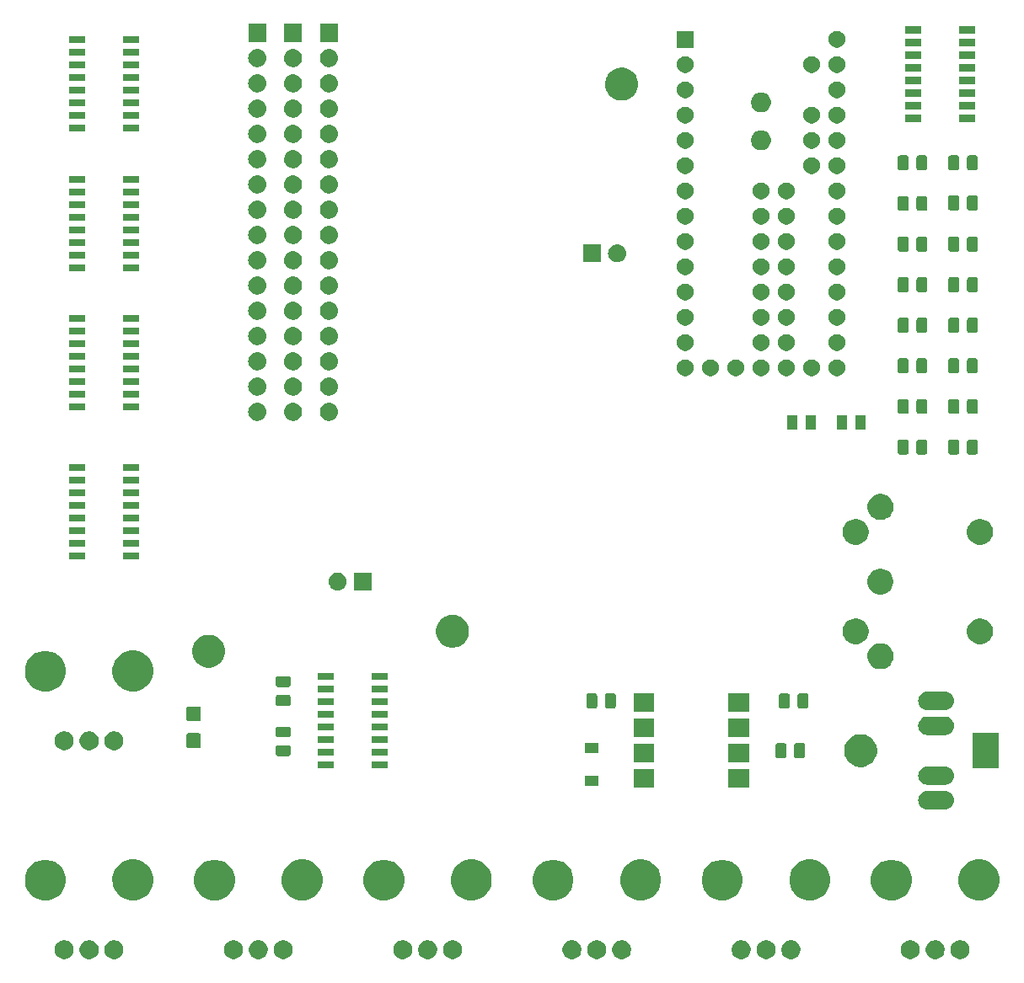
<source format=gbr>
G04 #@! TF.GenerationSoftware,KiCad,Pcbnew,(5.0.1)-3*
G04 #@! TF.CreationDate,2020-04-01T16:59:10+01:00*
G04 #@! TF.ProjectId,testsmt,74657374736D742E6B696361645F7063,rev?*
G04 #@! TF.SameCoordinates,Original*
G04 #@! TF.FileFunction,Soldermask,Top*
G04 #@! TF.FilePolarity,Negative*
%FSLAX46Y46*%
G04 Gerber Fmt 4.6, Leading zero omitted, Abs format (unit mm)*
G04 Created by KiCad (PCBNEW (5.0.1)-3) date 01/04/2020 16:59:10*
%MOMM*%
%LPD*%
G01*
G04 APERTURE LIST*
%ADD10C,0.100000*%
G04 APERTURE END LIST*
D10*
G36*
X140277396Y-120085546D02*
X140450466Y-120157234D01*
X140606230Y-120261312D01*
X140738688Y-120393770D01*
X140842766Y-120549534D01*
X140914454Y-120722604D01*
X140951000Y-120906333D01*
X140951000Y-121093667D01*
X140914454Y-121277396D01*
X140842766Y-121450466D01*
X140738688Y-121606230D01*
X140606230Y-121738688D01*
X140450466Y-121842766D01*
X140277396Y-121914454D01*
X140093667Y-121951000D01*
X139906333Y-121951000D01*
X139722604Y-121914454D01*
X139549534Y-121842766D01*
X139393770Y-121738688D01*
X139261312Y-121606230D01*
X139157234Y-121450466D01*
X139085546Y-121277396D01*
X139049000Y-121093667D01*
X139049000Y-120906333D01*
X139085546Y-120722604D01*
X139157234Y-120549534D01*
X139261312Y-120393770D01*
X139393770Y-120261312D01*
X139549534Y-120157234D01*
X139722604Y-120085546D01*
X139906333Y-120049000D01*
X140093667Y-120049000D01*
X140277396Y-120085546D01*
X140277396Y-120085546D01*
G37*
G36*
X106277396Y-120085546D02*
X106450466Y-120157234D01*
X106606230Y-120261312D01*
X106738688Y-120393770D01*
X106842766Y-120549534D01*
X106914454Y-120722604D01*
X106951000Y-120906333D01*
X106951000Y-121093667D01*
X106914454Y-121277396D01*
X106842766Y-121450466D01*
X106738688Y-121606230D01*
X106606230Y-121738688D01*
X106450466Y-121842766D01*
X106277396Y-121914454D01*
X106093667Y-121951000D01*
X105906333Y-121951000D01*
X105722604Y-121914454D01*
X105549534Y-121842766D01*
X105393770Y-121738688D01*
X105261312Y-121606230D01*
X105157234Y-121450466D01*
X105085546Y-121277396D01*
X105049000Y-121093667D01*
X105049000Y-120906333D01*
X105085546Y-120722604D01*
X105157234Y-120549534D01*
X105261312Y-120393770D01*
X105393770Y-120261312D01*
X105549534Y-120157234D01*
X105722604Y-120085546D01*
X105906333Y-120049000D01*
X106093667Y-120049000D01*
X106277396Y-120085546D01*
X106277396Y-120085546D01*
G37*
G36*
X118277396Y-120085546D02*
X118450466Y-120157234D01*
X118606230Y-120261312D01*
X118738688Y-120393770D01*
X118842766Y-120549534D01*
X118914454Y-120722604D01*
X118951000Y-120906333D01*
X118951000Y-121093667D01*
X118914454Y-121277396D01*
X118842766Y-121450466D01*
X118738688Y-121606230D01*
X118606230Y-121738688D01*
X118450466Y-121842766D01*
X118277396Y-121914454D01*
X118093667Y-121951000D01*
X117906333Y-121951000D01*
X117722604Y-121914454D01*
X117549534Y-121842766D01*
X117393770Y-121738688D01*
X117261312Y-121606230D01*
X117157234Y-121450466D01*
X117085546Y-121277396D01*
X117049000Y-121093667D01*
X117049000Y-120906333D01*
X117085546Y-120722604D01*
X117157234Y-120549534D01*
X117261312Y-120393770D01*
X117393770Y-120261312D01*
X117549534Y-120157234D01*
X117722604Y-120085546D01*
X117906333Y-120049000D01*
X118093667Y-120049000D01*
X118277396Y-120085546D01*
X118277396Y-120085546D01*
G37*
G36*
X120777396Y-120085546D02*
X120950466Y-120157234D01*
X121106230Y-120261312D01*
X121238688Y-120393770D01*
X121342766Y-120549534D01*
X121414454Y-120722604D01*
X121451000Y-120906333D01*
X121451000Y-121093667D01*
X121414454Y-121277396D01*
X121342766Y-121450466D01*
X121238688Y-121606230D01*
X121106230Y-121738688D01*
X120950466Y-121842766D01*
X120777396Y-121914454D01*
X120593667Y-121951000D01*
X120406333Y-121951000D01*
X120222604Y-121914454D01*
X120049534Y-121842766D01*
X119893770Y-121738688D01*
X119761312Y-121606230D01*
X119657234Y-121450466D01*
X119585546Y-121277396D01*
X119549000Y-121093667D01*
X119549000Y-120906333D01*
X119585546Y-120722604D01*
X119657234Y-120549534D01*
X119761312Y-120393770D01*
X119893770Y-120261312D01*
X120049534Y-120157234D01*
X120222604Y-120085546D01*
X120406333Y-120049000D01*
X120593667Y-120049000D01*
X120777396Y-120085546D01*
X120777396Y-120085546D01*
G37*
G36*
X123277396Y-120085546D02*
X123450466Y-120157234D01*
X123606230Y-120261312D01*
X123738688Y-120393770D01*
X123842766Y-120549534D01*
X123914454Y-120722604D01*
X123951000Y-120906333D01*
X123951000Y-121093667D01*
X123914454Y-121277396D01*
X123842766Y-121450466D01*
X123738688Y-121606230D01*
X123606230Y-121738688D01*
X123450466Y-121842766D01*
X123277396Y-121914454D01*
X123093667Y-121951000D01*
X122906333Y-121951000D01*
X122722604Y-121914454D01*
X122549534Y-121842766D01*
X122393770Y-121738688D01*
X122261312Y-121606230D01*
X122157234Y-121450466D01*
X122085546Y-121277396D01*
X122049000Y-121093667D01*
X122049000Y-120906333D01*
X122085546Y-120722604D01*
X122157234Y-120549534D01*
X122261312Y-120393770D01*
X122393770Y-120261312D01*
X122549534Y-120157234D01*
X122722604Y-120085546D01*
X122906333Y-120049000D01*
X123093667Y-120049000D01*
X123277396Y-120085546D01*
X123277396Y-120085546D01*
G37*
G36*
X72277396Y-120085546D02*
X72450466Y-120157234D01*
X72606230Y-120261312D01*
X72738688Y-120393770D01*
X72842766Y-120549534D01*
X72914454Y-120722604D01*
X72951000Y-120906333D01*
X72951000Y-121093667D01*
X72914454Y-121277396D01*
X72842766Y-121450466D01*
X72738688Y-121606230D01*
X72606230Y-121738688D01*
X72450466Y-121842766D01*
X72277396Y-121914454D01*
X72093667Y-121951000D01*
X71906333Y-121951000D01*
X71722604Y-121914454D01*
X71549534Y-121842766D01*
X71393770Y-121738688D01*
X71261312Y-121606230D01*
X71157234Y-121450466D01*
X71085546Y-121277396D01*
X71049000Y-121093667D01*
X71049000Y-120906333D01*
X71085546Y-120722604D01*
X71157234Y-120549534D01*
X71261312Y-120393770D01*
X71393770Y-120261312D01*
X71549534Y-120157234D01*
X71722604Y-120085546D01*
X71906333Y-120049000D01*
X72093667Y-120049000D01*
X72277396Y-120085546D01*
X72277396Y-120085546D01*
G37*
G36*
X69777396Y-120085546D02*
X69950466Y-120157234D01*
X70106230Y-120261312D01*
X70238688Y-120393770D01*
X70342766Y-120549534D01*
X70414454Y-120722604D01*
X70451000Y-120906333D01*
X70451000Y-121093667D01*
X70414454Y-121277396D01*
X70342766Y-121450466D01*
X70238688Y-121606230D01*
X70106230Y-121738688D01*
X69950466Y-121842766D01*
X69777396Y-121914454D01*
X69593667Y-121951000D01*
X69406333Y-121951000D01*
X69222604Y-121914454D01*
X69049534Y-121842766D01*
X68893770Y-121738688D01*
X68761312Y-121606230D01*
X68657234Y-121450466D01*
X68585546Y-121277396D01*
X68549000Y-121093667D01*
X68549000Y-120906333D01*
X68585546Y-120722604D01*
X68657234Y-120549534D01*
X68761312Y-120393770D01*
X68893770Y-120261312D01*
X69049534Y-120157234D01*
X69222604Y-120085546D01*
X69406333Y-120049000D01*
X69593667Y-120049000D01*
X69777396Y-120085546D01*
X69777396Y-120085546D01*
G37*
G36*
X67277396Y-120085546D02*
X67450466Y-120157234D01*
X67606230Y-120261312D01*
X67738688Y-120393770D01*
X67842766Y-120549534D01*
X67914454Y-120722604D01*
X67951000Y-120906333D01*
X67951000Y-121093667D01*
X67914454Y-121277396D01*
X67842766Y-121450466D01*
X67738688Y-121606230D01*
X67606230Y-121738688D01*
X67450466Y-121842766D01*
X67277396Y-121914454D01*
X67093667Y-121951000D01*
X66906333Y-121951000D01*
X66722604Y-121914454D01*
X66549534Y-121842766D01*
X66393770Y-121738688D01*
X66261312Y-121606230D01*
X66157234Y-121450466D01*
X66085546Y-121277396D01*
X66049000Y-121093667D01*
X66049000Y-120906333D01*
X66085546Y-120722604D01*
X66157234Y-120549534D01*
X66261312Y-120393770D01*
X66393770Y-120261312D01*
X66549534Y-120157234D01*
X66722604Y-120085546D01*
X66906333Y-120049000D01*
X67093667Y-120049000D01*
X67277396Y-120085546D01*
X67277396Y-120085546D01*
G37*
G36*
X84277396Y-120085546D02*
X84450466Y-120157234D01*
X84606230Y-120261312D01*
X84738688Y-120393770D01*
X84842766Y-120549534D01*
X84914454Y-120722604D01*
X84951000Y-120906333D01*
X84951000Y-121093667D01*
X84914454Y-121277396D01*
X84842766Y-121450466D01*
X84738688Y-121606230D01*
X84606230Y-121738688D01*
X84450466Y-121842766D01*
X84277396Y-121914454D01*
X84093667Y-121951000D01*
X83906333Y-121951000D01*
X83722604Y-121914454D01*
X83549534Y-121842766D01*
X83393770Y-121738688D01*
X83261312Y-121606230D01*
X83157234Y-121450466D01*
X83085546Y-121277396D01*
X83049000Y-121093667D01*
X83049000Y-120906333D01*
X83085546Y-120722604D01*
X83157234Y-120549534D01*
X83261312Y-120393770D01*
X83393770Y-120261312D01*
X83549534Y-120157234D01*
X83722604Y-120085546D01*
X83906333Y-120049000D01*
X84093667Y-120049000D01*
X84277396Y-120085546D01*
X84277396Y-120085546D01*
G37*
G36*
X86777396Y-120085546D02*
X86950466Y-120157234D01*
X87106230Y-120261312D01*
X87238688Y-120393770D01*
X87342766Y-120549534D01*
X87414454Y-120722604D01*
X87451000Y-120906333D01*
X87451000Y-121093667D01*
X87414454Y-121277396D01*
X87342766Y-121450466D01*
X87238688Y-121606230D01*
X87106230Y-121738688D01*
X86950466Y-121842766D01*
X86777396Y-121914454D01*
X86593667Y-121951000D01*
X86406333Y-121951000D01*
X86222604Y-121914454D01*
X86049534Y-121842766D01*
X85893770Y-121738688D01*
X85761312Y-121606230D01*
X85657234Y-121450466D01*
X85585546Y-121277396D01*
X85549000Y-121093667D01*
X85549000Y-120906333D01*
X85585546Y-120722604D01*
X85657234Y-120549534D01*
X85761312Y-120393770D01*
X85893770Y-120261312D01*
X86049534Y-120157234D01*
X86222604Y-120085546D01*
X86406333Y-120049000D01*
X86593667Y-120049000D01*
X86777396Y-120085546D01*
X86777396Y-120085546D01*
G37*
G36*
X103777396Y-120085546D02*
X103950466Y-120157234D01*
X104106230Y-120261312D01*
X104238688Y-120393770D01*
X104342766Y-120549534D01*
X104414454Y-120722604D01*
X104451000Y-120906333D01*
X104451000Y-121093667D01*
X104414454Y-121277396D01*
X104342766Y-121450466D01*
X104238688Y-121606230D01*
X104106230Y-121738688D01*
X103950466Y-121842766D01*
X103777396Y-121914454D01*
X103593667Y-121951000D01*
X103406333Y-121951000D01*
X103222604Y-121914454D01*
X103049534Y-121842766D01*
X102893770Y-121738688D01*
X102761312Y-121606230D01*
X102657234Y-121450466D01*
X102585546Y-121277396D01*
X102549000Y-121093667D01*
X102549000Y-120906333D01*
X102585546Y-120722604D01*
X102657234Y-120549534D01*
X102761312Y-120393770D01*
X102893770Y-120261312D01*
X103049534Y-120157234D01*
X103222604Y-120085546D01*
X103406333Y-120049000D01*
X103593667Y-120049000D01*
X103777396Y-120085546D01*
X103777396Y-120085546D01*
G37*
G36*
X89277396Y-120085546D02*
X89450466Y-120157234D01*
X89606230Y-120261312D01*
X89738688Y-120393770D01*
X89842766Y-120549534D01*
X89914454Y-120722604D01*
X89951000Y-120906333D01*
X89951000Y-121093667D01*
X89914454Y-121277396D01*
X89842766Y-121450466D01*
X89738688Y-121606230D01*
X89606230Y-121738688D01*
X89450466Y-121842766D01*
X89277396Y-121914454D01*
X89093667Y-121951000D01*
X88906333Y-121951000D01*
X88722604Y-121914454D01*
X88549534Y-121842766D01*
X88393770Y-121738688D01*
X88261312Y-121606230D01*
X88157234Y-121450466D01*
X88085546Y-121277396D01*
X88049000Y-121093667D01*
X88049000Y-120906333D01*
X88085546Y-120722604D01*
X88157234Y-120549534D01*
X88261312Y-120393770D01*
X88393770Y-120261312D01*
X88549534Y-120157234D01*
X88722604Y-120085546D01*
X88906333Y-120049000D01*
X89093667Y-120049000D01*
X89277396Y-120085546D01*
X89277396Y-120085546D01*
G37*
G36*
X55277396Y-120085546D02*
X55450466Y-120157234D01*
X55606230Y-120261312D01*
X55738688Y-120393770D01*
X55842766Y-120549534D01*
X55914454Y-120722604D01*
X55951000Y-120906333D01*
X55951000Y-121093667D01*
X55914454Y-121277396D01*
X55842766Y-121450466D01*
X55738688Y-121606230D01*
X55606230Y-121738688D01*
X55450466Y-121842766D01*
X55277396Y-121914454D01*
X55093667Y-121951000D01*
X54906333Y-121951000D01*
X54722604Y-121914454D01*
X54549534Y-121842766D01*
X54393770Y-121738688D01*
X54261312Y-121606230D01*
X54157234Y-121450466D01*
X54085546Y-121277396D01*
X54049000Y-121093667D01*
X54049000Y-120906333D01*
X54085546Y-120722604D01*
X54157234Y-120549534D01*
X54261312Y-120393770D01*
X54393770Y-120261312D01*
X54549534Y-120157234D01*
X54722604Y-120085546D01*
X54906333Y-120049000D01*
X55093667Y-120049000D01*
X55277396Y-120085546D01*
X55277396Y-120085546D01*
G37*
G36*
X52777396Y-120085546D02*
X52950466Y-120157234D01*
X53106230Y-120261312D01*
X53238688Y-120393770D01*
X53342766Y-120549534D01*
X53414454Y-120722604D01*
X53451000Y-120906333D01*
X53451000Y-121093667D01*
X53414454Y-121277396D01*
X53342766Y-121450466D01*
X53238688Y-121606230D01*
X53106230Y-121738688D01*
X52950466Y-121842766D01*
X52777396Y-121914454D01*
X52593667Y-121951000D01*
X52406333Y-121951000D01*
X52222604Y-121914454D01*
X52049534Y-121842766D01*
X51893770Y-121738688D01*
X51761312Y-121606230D01*
X51657234Y-121450466D01*
X51585546Y-121277396D01*
X51549000Y-121093667D01*
X51549000Y-120906333D01*
X51585546Y-120722604D01*
X51657234Y-120549534D01*
X51761312Y-120393770D01*
X51893770Y-120261312D01*
X52049534Y-120157234D01*
X52222604Y-120085546D01*
X52406333Y-120049000D01*
X52593667Y-120049000D01*
X52777396Y-120085546D01*
X52777396Y-120085546D01*
G37*
G36*
X50277396Y-120085546D02*
X50450466Y-120157234D01*
X50606230Y-120261312D01*
X50738688Y-120393770D01*
X50842766Y-120549534D01*
X50914454Y-120722604D01*
X50951000Y-120906333D01*
X50951000Y-121093667D01*
X50914454Y-121277396D01*
X50842766Y-121450466D01*
X50738688Y-121606230D01*
X50606230Y-121738688D01*
X50450466Y-121842766D01*
X50277396Y-121914454D01*
X50093667Y-121951000D01*
X49906333Y-121951000D01*
X49722604Y-121914454D01*
X49549534Y-121842766D01*
X49393770Y-121738688D01*
X49261312Y-121606230D01*
X49157234Y-121450466D01*
X49085546Y-121277396D01*
X49049000Y-121093667D01*
X49049000Y-120906333D01*
X49085546Y-120722604D01*
X49157234Y-120549534D01*
X49261312Y-120393770D01*
X49393770Y-120261312D01*
X49549534Y-120157234D01*
X49722604Y-120085546D01*
X49906333Y-120049000D01*
X50093667Y-120049000D01*
X50277396Y-120085546D01*
X50277396Y-120085546D01*
G37*
G36*
X135277396Y-120085546D02*
X135450466Y-120157234D01*
X135606230Y-120261312D01*
X135738688Y-120393770D01*
X135842766Y-120549534D01*
X135914454Y-120722604D01*
X135951000Y-120906333D01*
X135951000Y-121093667D01*
X135914454Y-121277396D01*
X135842766Y-121450466D01*
X135738688Y-121606230D01*
X135606230Y-121738688D01*
X135450466Y-121842766D01*
X135277396Y-121914454D01*
X135093667Y-121951000D01*
X134906333Y-121951000D01*
X134722604Y-121914454D01*
X134549534Y-121842766D01*
X134393770Y-121738688D01*
X134261312Y-121606230D01*
X134157234Y-121450466D01*
X134085546Y-121277396D01*
X134049000Y-121093667D01*
X134049000Y-120906333D01*
X134085546Y-120722604D01*
X134157234Y-120549534D01*
X134261312Y-120393770D01*
X134393770Y-120261312D01*
X134549534Y-120157234D01*
X134722604Y-120085546D01*
X134906333Y-120049000D01*
X135093667Y-120049000D01*
X135277396Y-120085546D01*
X135277396Y-120085546D01*
G37*
G36*
X137777396Y-120085546D02*
X137950466Y-120157234D01*
X138106230Y-120261312D01*
X138238688Y-120393770D01*
X138342766Y-120549534D01*
X138414454Y-120722604D01*
X138451000Y-120906333D01*
X138451000Y-121093667D01*
X138414454Y-121277396D01*
X138342766Y-121450466D01*
X138238688Y-121606230D01*
X138106230Y-121738688D01*
X137950466Y-121842766D01*
X137777396Y-121914454D01*
X137593667Y-121951000D01*
X137406333Y-121951000D01*
X137222604Y-121914454D01*
X137049534Y-121842766D01*
X136893770Y-121738688D01*
X136761312Y-121606230D01*
X136657234Y-121450466D01*
X136585546Y-121277396D01*
X136549000Y-121093667D01*
X136549000Y-120906333D01*
X136585546Y-120722604D01*
X136657234Y-120549534D01*
X136761312Y-120393770D01*
X136893770Y-120261312D01*
X137049534Y-120157234D01*
X137222604Y-120085546D01*
X137406333Y-120049000D01*
X137593667Y-120049000D01*
X137777396Y-120085546D01*
X137777396Y-120085546D01*
G37*
G36*
X101277396Y-120085546D02*
X101450466Y-120157234D01*
X101606230Y-120261312D01*
X101738688Y-120393770D01*
X101842766Y-120549534D01*
X101914454Y-120722604D01*
X101951000Y-120906333D01*
X101951000Y-121093667D01*
X101914454Y-121277396D01*
X101842766Y-121450466D01*
X101738688Y-121606230D01*
X101606230Y-121738688D01*
X101450466Y-121842766D01*
X101277396Y-121914454D01*
X101093667Y-121951000D01*
X100906333Y-121951000D01*
X100722604Y-121914454D01*
X100549534Y-121842766D01*
X100393770Y-121738688D01*
X100261312Y-121606230D01*
X100157234Y-121450466D01*
X100085546Y-121277396D01*
X100049000Y-121093667D01*
X100049000Y-120906333D01*
X100085546Y-120722604D01*
X100157234Y-120549534D01*
X100261312Y-120393770D01*
X100393770Y-120261312D01*
X100549534Y-120157234D01*
X100722604Y-120085546D01*
X100906333Y-120049000D01*
X101093667Y-120049000D01*
X101277396Y-120085546D01*
X101277396Y-120085546D01*
G37*
G36*
X82698252Y-112042818D02*
X82698254Y-112042819D01*
X82698255Y-112042819D01*
X83071513Y-112197427D01*
X83071514Y-112197428D01*
X83407439Y-112421886D01*
X83693114Y-112707561D01*
X83693116Y-112707564D01*
X83917573Y-113043487D01*
X84065968Y-113401745D01*
X84072182Y-113416748D01*
X84151000Y-113812993D01*
X84151000Y-114217007D01*
X84075166Y-114598252D01*
X84072181Y-114613255D01*
X83917573Y-114986513D01*
X83917572Y-114986514D01*
X83693114Y-115322439D01*
X83407439Y-115608114D01*
X83407436Y-115608116D01*
X83071513Y-115832573D01*
X82698255Y-115987181D01*
X82698254Y-115987181D01*
X82698252Y-115987182D01*
X82302007Y-116066000D01*
X81897993Y-116066000D01*
X81501748Y-115987182D01*
X81501746Y-115987181D01*
X81501745Y-115987181D01*
X81128487Y-115832573D01*
X80792564Y-115608116D01*
X80792561Y-115608114D01*
X80506886Y-115322439D01*
X80282428Y-114986514D01*
X80282427Y-114986513D01*
X80127819Y-114613255D01*
X80124835Y-114598252D01*
X80049000Y-114217007D01*
X80049000Y-113812993D01*
X80127818Y-113416748D01*
X80134032Y-113401745D01*
X80282427Y-113043487D01*
X80506884Y-112707564D01*
X80506886Y-112707561D01*
X80792561Y-112421886D01*
X81128486Y-112197428D01*
X81128487Y-112197427D01*
X81501745Y-112042819D01*
X81501746Y-112042819D01*
X81501748Y-112042818D01*
X81897993Y-111964000D01*
X82302007Y-111964000D01*
X82698252Y-112042818D01*
X82698252Y-112042818D01*
G37*
G36*
X48698252Y-112042818D02*
X48698254Y-112042819D01*
X48698255Y-112042819D01*
X49071513Y-112197427D01*
X49071514Y-112197428D01*
X49407439Y-112421886D01*
X49693114Y-112707561D01*
X49693116Y-112707564D01*
X49917573Y-113043487D01*
X50065968Y-113401745D01*
X50072182Y-113416748D01*
X50151000Y-113812993D01*
X50151000Y-114217007D01*
X50075166Y-114598252D01*
X50072181Y-114613255D01*
X49917573Y-114986513D01*
X49917572Y-114986514D01*
X49693114Y-115322439D01*
X49407439Y-115608114D01*
X49407436Y-115608116D01*
X49071513Y-115832573D01*
X48698255Y-115987181D01*
X48698254Y-115987181D01*
X48698252Y-115987182D01*
X48302007Y-116066000D01*
X47897993Y-116066000D01*
X47501748Y-115987182D01*
X47501746Y-115987181D01*
X47501745Y-115987181D01*
X47128487Y-115832573D01*
X46792564Y-115608116D01*
X46792561Y-115608114D01*
X46506886Y-115322439D01*
X46282428Y-114986514D01*
X46282427Y-114986513D01*
X46127819Y-114613255D01*
X46124835Y-114598252D01*
X46049000Y-114217007D01*
X46049000Y-113812993D01*
X46127818Y-113416748D01*
X46134032Y-113401745D01*
X46282427Y-113043487D01*
X46506884Y-112707564D01*
X46506886Y-112707561D01*
X46792561Y-112421886D01*
X47128486Y-112197428D01*
X47128487Y-112197427D01*
X47501745Y-112042819D01*
X47501746Y-112042819D01*
X47501748Y-112042818D01*
X47897993Y-111964000D01*
X48302007Y-111964000D01*
X48698252Y-112042818D01*
X48698252Y-112042818D01*
G37*
G36*
X133698252Y-112042818D02*
X133698254Y-112042819D01*
X133698255Y-112042819D01*
X134071513Y-112197427D01*
X134071514Y-112197428D01*
X134407439Y-112421886D01*
X134693114Y-112707561D01*
X134693116Y-112707564D01*
X134917573Y-113043487D01*
X135065968Y-113401745D01*
X135072182Y-113416748D01*
X135151000Y-113812993D01*
X135151000Y-114217007D01*
X135075166Y-114598252D01*
X135072181Y-114613255D01*
X134917573Y-114986513D01*
X134917572Y-114986514D01*
X134693114Y-115322439D01*
X134407439Y-115608114D01*
X134407436Y-115608116D01*
X134071513Y-115832573D01*
X133698255Y-115987181D01*
X133698254Y-115987181D01*
X133698252Y-115987182D01*
X133302007Y-116066000D01*
X132897993Y-116066000D01*
X132501748Y-115987182D01*
X132501746Y-115987181D01*
X132501745Y-115987181D01*
X132128487Y-115832573D01*
X131792564Y-115608116D01*
X131792561Y-115608114D01*
X131506886Y-115322439D01*
X131282428Y-114986514D01*
X131282427Y-114986513D01*
X131127819Y-114613255D01*
X131124835Y-114598252D01*
X131049000Y-114217007D01*
X131049000Y-113812993D01*
X131127818Y-113416748D01*
X131134032Y-113401745D01*
X131282427Y-113043487D01*
X131506884Y-112707564D01*
X131506886Y-112707561D01*
X131792561Y-112421886D01*
X132128486Y-112197428D01*
X132128487Y-112197427D01*
X132501745Y-112042819D01*
X132501746Y-112042819D01*
X132501748Y-112042818D01*
X132897993Y-111964000D01*
X133302007Y-111964000D01*
X133698252Y-112042818D01*
X133698252Y-112042818D01*
G37*
G36*
X99698252Y-112042818D02*
X99698254Y-112042819D01*
X99698255Y-112042819D01*
X100071513Y-112197427D01*
X100071514Y-112197428D01*
X100407439Y-112421886D01*
X100693114Y-112707561D01*
X100693116Y-112707564D01*
X100917573Y-113043487D01*
X101065968Y-113401745D01*
X101072182Y-113416748D01*
X101151000Y-113812993D01*
X101151000Y-114217007D01*
X101075166Y-114598252D01*
X101072181Y-114613255D01*
X100917573Y-114986513D01*
X100917572Y-114986514D01*
X100693114Y-115322439D01*
X100407439Y-115608114D01*
X100407436Y-115608116D01*
X100071513Y-115832573D01*
X99698255Y-115987181D01*
X99698254Y-115987181D01*
X99698252Y-115987182D01*
X99302007Y-116066000D01*
X98897993Y-116066000D01*
X98501748Y-115987182D01*
X98501746Y-115987181D01*
X98501745Y-115987181D01*
X98128487Y-115832573D01*
X97792564Y-115608116D01*
X97792561Y-115608114D01*
X97506886Y-115322439D01*
X97282428Y-114986514D01*
X97282427Y-114986513D01*
X97127819Y-114613255D01*
X97124835Y-114598252D01*
X97049000Y-114217007D01*
X97049000Y-113812993D01*
X97127818Y-113416748D01*
X97134032Y-113401745D01*
X97282427Y-113043487D01*
X97506884Y-112707564D01*
X97506886Y-112707561D01*
X97792561Y-112421886D01*
X98128486Y-112197428D01*
X98128487Y-112197427D01*
X98501745Y-112042819D01*
X98501746Y-112042819D01*
X98501748Y-112042818D01*
X98897993Y-111964000D01*
X99302007Y-111964000D01*
X99698252Y-112042818D01*
X99698252Y-112042818D01*
G37*
G36*
X65698252Y-112042818D02*
X65698254Y-112042819D01*
X65698255Y-112042819D01*
X66071513Y-112197427D01*
X66071514Y-112197428D01*
X66407439Y-112421886D01*
X66693114Y-112707561D01*
X66693116Y-112707564D01*
X66917573Y-113043487D01*
X67065968Y-113401745D01*
X67072182Y-113416748D01*
X67151000Y-113812993D01*
X67151000Y-114217007D01*
X67075166Y-114598252D01*
X67072181Y-114613255D01*
X66917573Y-114986513D01*
X66917572Y-114986514D01*
X66693114Y-115322439D01*
X66407439Y-115608114D01*
X66407436Y-115608116D01*
X66071513Y-115832573D01*
X65698255Y-115987181D01*
X65698254Y-115987181D01*
X65698252Y-115987182D01*
X65302007Y-116066000D01*
X64897993Y-116066000D01*
X64501748Y-115987182D01*
X64501746Y-115987181D01*
X64501745Y-115987181D01*
X64128487Y-115832573D01*
X63792564Y-115608116D01*
X63792561Y-115608114D01*
X63506886Y-115322439D01*
X63282428Y-114986514D01*
X63282427Y-114986513D01*
X63127819Y-114613255D01*
X63124835Y-114598252D01*
X63049000Y-114217007D01*
X63049000Y-113812993D01*
X63127818Y-113416748D01*
X63134032Y-113401745D01*
X63282427Y-113043487D01*
X63506884Y-112707564D01*
X63506886Y-112707561D01*
X63792561Y-112421886D01*
X64128486Y-112197428D01*
X64128487Y-112197427D01*
X64501745Y-112042819D01*
X64501746Y-112042819D01*
X64501748Y-112042818D01*
X64897993Y-111964000D01*
X65302007Y-111964000D01*
X65698252Y-112042818D01*
X65698252Y-112042818D01*
G37*
G36*
X116698252Y-112042818D02*
X116698254Y-112042819D01*
X116698255Y-112042819D01*
X117071513Y-112197427D01*
X117071514Y-112197428D01*
X117407439Y-112421886D01*
X117693114Y-112707561D01*
X117693116Y-112707564D01*
X117917573Y-113043487D01*
X118065968Y-113401745D01*
X118072182Y-113416748D01*
X118151000Y-113812993D01*
X118151000Y-114217007D01*
X118075166Y-114598252D01*
X118072181Y-114613255D01*
X117917573Y-114986513D01*
X117917572Y-114986514D01*
X117693114Y-115322439D01*
X117407439Y-115608114D01*
X117407436Y-115608116D01*
X117071513Y-115832573D01*
X116698255Y-115987181D01*
X116698254Y-115987181D01*
X116698252Y-115987182D01*
X116302007Y-116066000D01*
X115897993Y-116066000D01*
X115501748Y-115987182D01*
X115501746Y-115987181D01*
X115501745Y-115987181D01*
X115128487Y-115832573D01*
X114792564Y-115608116D01*
X114792561Y-115608114D01*
X114506886Y-115322439D01*
X114282428Y-114986514D01*
X114282427Y-114986513D01*
X114127819Y-114613255D01*
X114124835Y-114598252D01*
X114049000Y-114217007D01*
X114049000Y-113812993D01*
X114127818Y-113416748D01*
X114134032Y-113401745D01*
X114282427Y-113043487D01*
X114506884Y-112707564D01*
X114506886Y-112707561D01*
X114792561Y-112421886D01*
X115128486Y-112197428D01*
X115128487Y-112197427D01*
X115501745Y-112042819D01*
X115501746Y-112042819D01*
X115501748Y-112042818D01*
X115897993Y-111964000D01*
X116302007Y-111964000D01*
X116698252Y-112042818D01*
X116698252Y-112042818D01*
G37*
G36*
X142498252Y-112027818D02*
X142498254Y-112027819D01*
X142498255Y-112027819D01*
X142871513Y-112182427D01*
X143202905Y-112403857D01*
X143207439Y-112406886D01*
X143493114Y-112692561D01*
X143493116Y-112692564D01*
X143717573Y-113028487D01*
X143723786Y-113043487D01*
X143872182Y-113401748D01*
X143951000Y-113797993D01*
X143951000Y-114202007D01*
X143948017Y-114217006D01*
X143872181Y-114598255D01*
X143717573Y-114971513D01*
X143496143Y-115302905D01*
X143493114Y-115307439D01*
X143207439Y-115593114D01*
X143207436Y-115593116D01*
X142871513Y-115817573D01*
X142498255Y-115972181D01*
X142498254Y-115972181D01*
X142498252Y-115972182D01*
X142102007Y-116051000D01*
X141697993Y-116051000D01*
X141301748Y-115972182D01*
X141301746Y-115972181D01*
X141301745Y-115972181D01*
X140928487Y-115817573D01*
X140592564Y-115593116D01*
X140592561Y-115593114D01*
X140306886Y-115307439D01*
X140303857Y-115302905D01*
X140082427Y-114971513D01*
X139927819Y-114598255D01*
X139851984Y-114217006D01*
X139849000Y-114202007D01*
X139849000Y-113797993D01*
X139927818Y-113401748D01*
X140076214Y-113043487D01*
X140082427Y-113028487D01*
X140306884Y-112692564D01*
X140306886Y-112692561D01*
X140592561Y-112406886D01*
X140597095Y-112403857D01*
X140928487Y-112182427D01*
X141301745Y-112027819D01*
X141301746Y-112027819D01*
X141301748Y-112027818D01*
X141697993Y-111949000D01*
X142102007Y-111949000D01*
X142498252Y-112027818D01*
X142498252Y-112027818D01*
G37*
G36*
X91498252Y-112027818D02*
X91498254Y-112027819D01*
X91498255Y-112027819D01*
X91871513Y-112182427D01*
X92202905Y-112403857D01*
X92207439Y-112406886D01*
X92493114Y-112692561D01*
X92493116Y-112692564D01*
X92717573Y-113028487D01*
X92723786Y-113043487D01*
X92872182Y-113401748D01*
X92951000Y-113797993D01*
X92951000Y-114202007D01*
X92948017Y-114217006D01*
X92872181Y-114598255D01*
X92717573Y-114971513D01*
X92496143Y-115302905D01*
X92493114Y-115307439D01*
X92207439Y-115593114D01*
X92207436Y-115593116D01*
X91871513Y-115817573D01*
X91498255Y-115972181D01*
X91498254Y-115972181D01*
X91498252Y-115972182D01*
X91102007Y-116051000D01*
X90697993Y-116051000D01*
X90301748Y-115972182D01*
X90301746Y-115972181D01*
X90301745Y-115972181D01*
X89928487Y-115817573D01*
X89592564Y-115593116D01*
X89592561Y-115593114D01*
X89306886Y-115307439D01*
X89303857Y-115302905D01*
X89082427Y-114971513D01*
X88927819Y-114598255D01*
X88851984Y-114217006D01*
X88849000Y-114202007D01*
X88849000Y-113797993D01*
X88927818Y-113401748D01*
X89076214Y-113043487D01*
X89082427Y-113028487D01*
X89306884Y-112692564D01*
X89306886Y-112692561D01*
X89592561Y-112406886D01*
X89597095Y-112403857D01*
X89928487Y-112182427D01*
X90301745Y-112027819D01*
X90301746Y-112027819D01*
X90301748Y-112027818D01*
X90697993Y-111949000D01*
X91102007Y-111949000D01*
X91498252Y-112027818D01*
X91498252Y-112027818D01*
G37*
G36*
X108498252Y-112027818D02*
X108498254Y-112027819D01*
X108498255Y-112027819D01*
X108871513Y-112182427D01*
X109202905Y-112403857D01*
X109207439Y-112406886D01*
X109493114Y-112692561D01*
X109493116Y-112692564D01*
X109717573Y-113028487D01*
X109723786Y-113043487D01*
X109872182Y-113401748D01*
X109951000Y-113797993D01*
X109951000Y-114202007D01*
X109948017Y-114217006D01*
X109872181Y-114598255D01*
X109717573Y-114971513D01*
X109496143Y-115302905D01*
X109493114Y-115307439D01*
X109207439Y-115593114D01*
X109207436Y-115593116D01*
X108871513Y-115817573D01*
X108498255Y-115972181D01*
X108498254Y-115972181D01*
X108498252Y-115972182D01*
X108102007Y-116051000D01*
X107697993Y-116051000D01*
X107301748Y-115972182D01*
X107301746Y-115972181D01*
X107301745Y-115972181D01*
X106928487Y-115817573D01*
X106592564Y-115593116D01*
X106592561Y-115593114D01*
X106306886Y-115307439D01*
X106303857Y-115302905D01*
X106082427Y-114971513D01*
X105927819Y-114598255D01*
X105851984Y-114217006D01*
X105849000Y-114202007D01*
X105849000Y-113797993D01*
X105927818Y-113401748D01*
X106076214Y-113043487D01*
X106082427Y-113028487D01*
X106306884Y-112692564D01*
X106306886Y-112692561D01*
X106592561Y-112406886D01*
X106597095Y-112403857D01*
X106928487Y-112182427D01*
X107301745Y-112027819D01*
X107301746Y-112027819D01*
X107301748Y-112027818D01*
X107697993Y-111949000D01*
X108102007Y-111949000D01*
X108498252Y-112027818D01*
X108498252Y-112027818D01*
G37*
G36*
X57498252Y-112027818D02*
X57498254Y-112027819D01*
X57498255Y-112027819D01*
X57871513Y-112182427D01*
X58202905Y-112403857D01*
X58207439Y-112406886D01*
X58493114Y-112692561D01*
X58493116Y-112692564D01*
X58717573Y-113028487D01*
X58723786Y-113043487D01*
X58872182Y-113401748D01*
X58951000Y-113797993D01*
X58951000Y-114202007D01*
X58948017Y-114217006D01*
X58872181Y-114598255D01*
X58717573Y-114971513D01*
X58496143Y-115302905D01*
X58493114Y-115307439D01*
X58207439Y-115593114D01*
X58207436Y-115593116D01*
X57871513Y-115817573D01*
X57498255Y-115972181D01*
X57498254Y-115972181D01*
X57498252Y-115972182D01*
X57102007Y-116051000D01*
X56697993Y-116051000D01*
X56301748Y-115972182D01*
X56301746Y-115972181D01*
X56301745Y-115972181D01*
X55928487Y-115817573D01*
X55592564Y-115593116D01*
X55592561Y-115593114D01*
X55306886Y-115307439D01*
X55303857Y-115302905D01*
X55082427Y-114971513D01*
X54927819Y-114598255D01*
X54851984Y-114217006D01*
X54849000Y-114202007D01*
X54849000Y-113797993D01*
X54927818Y-113401748D01*
X55076214Y-113043487D01*
X55082427Y-113028487D01*
X55306884Y-112692564D01*
X55306886Y-112692561D01*
X55592561Y-112406886D01*
X55597095Y-112403857D01*
X55928487Y-112182427D01*
X56301745Y-112027819D01*
X56301746Y-112027819D01*
X56301748Y-112027818D01*
X56697993Y-111949000D01*
X57102007Y-111949000D01*
X57498252Y-112027818D01*
X57498252Y-112027818D01*
G37*
G36*
X74498252Y-112027818D02*
X74498254Y-112027819D01*
X74498255Y-112027819D01*
X74871513Y-112182427D01*
X75202905Y-112403857D01*
X75207439Y-112406886D01*
X75493114Y-112692561D01*
X75493116Y-112692564D01*
X75717573Y-113028487D01*
X75723786Y-113043487D01*
X75872182Y-113401748D01*
X75951000Y-113797993D01*
X75951000Y-114202007D01*
X75948017Y-114217006D01*
X75872181Y-114598255D01*
X75717573Y-114971513D01*
X75496143Y-115302905D01*
X75493114Y-115307439D01*
X75207439Y-115593114D01*
X75207436Y-115593116D01*
X74871513Y-115817573D01*
X74498255Y-115972181D01*
X74498254Y-115972181D01*
X74498252Y-115972182D01*
X74102007Y-116051000D01*
X73697993Y-116051000D01*
X73301748Y-115972182D01*
X73301746Y-115972181D01*
X73301745Y-115972181D01*
X72928487Y-115817573D01*
X72592564Y-115593116D01*
X72592561Y-115593114D01*
X72306886Y-115307439D01*
X72303857Y-115302905D01*
X72082427Y-114971513D01*
X71927819Y-114598255D01*
X71851984Y-114217006D01*
X71849000Y-114202007D01*
X71849000Y-113797993D01*
X71927818Y-113401748D01*
X72076214Y-113043487D01*
X72082427Y-113028487D01*
X72306884Y-112692564D01*
X72306886Y-112692561D01*
X72592561Y-112406886D01*
X72597095Y-112403857D01*
X72928487Y-112182427D01*
X73301745Y-112027819D01*
X73301746Y-112027819D01*
X73301748Y-112027818D01*
X73697993Y-111949000D01*
X74102007Y-111949000D01*
X74498252Y-112027818D01*
X74498252Y-112027818D01*
G37*
G36*
X125498252Y-112027818D02*
X125498254Y-112027819D01*
X125498255Y-112027819D01*
X125871513Y-112182427D01*
X126202905Y-112403857D01*
X126207439Y-112406886D01*
X126493114Y-112692561D01*
X126493116Y-112692564D01*
X126717573Y-113028487D01*
X126723786Y-113043487D01*
X126872182Y-113401748D01*
X126951000Y-113797993D01*
X126951000Y-114202007D01*
X126948017Y-114217006D01*
X126872181Y-114598255D01*
X126717573Y-114971513D01*
X126496143Y-115302905D01*
X126493114Y-115307439D01*
X126207439Y-115593114D01*
X126207436Y-115593116D01*
X125871513Y-115817573D01*
X125498255Y-115972181D01*
X125498254Y-115972181D01*
X125498252Y-115972182D01*
X125102007Y-116051000D01*
X124697993Y-116051000D01*
X124301748Y-115972182D01*
X124301746Y-115972181D01*
X124301745Y-115972181D01*
X123928487Y-115817573D01*
X123592564Y-115593116D01*
X123592561Y-115593114D01*
X123306886Y-115307439D01*
X123303857Y-115302905D01*
X123082427Y-114971513D01*
X122927819Y-114598255D01*
X122851984Y-114217006D01*
X122849000Y-114202007D01*
X122849000Y-113797993D01*
X122927818Y-113401748D01*
X123076214Y-113043487D01*
X123082427Y-113028487D01*
X123306884Y-112692564D01*
X123306886Y-112692561D01*
X123592561Y-112406886D01*
X123597095Y-112403857D01*
X123928487Y-112182427D01*
X124301745Y-112027819D01*
X124301746Y-112027819D01*
X124301748Y-112027818D01*
X124697993Y-111949000D01*
X125102007Y-111949000D01*
X125498252Y-112027818D01*
X125498252Y-112027818D01*
G37*
G36*
X138646529Y-105087398D02*
X138821079Y-105140348D01*
X138981947Y-105226333D01*
X139122949Y-105342051D01*
X139238667Y-105483053D01*
X139324652Y-105643921D01*
X139377602Y-105818471D01*
X139395480Y-106000000D01*
X139377602Y-106181529D01*
X139324652Y-106356079D01*
X139238667Y-106516947D01*
X139122949Y-106657949D01*
X138981947Y-106773667D01*
X138821079Y-106859652D01*
X138646529Y-106912602D01*
X138510490Y-106926000D01*
X136669510Y-106926000D01*
X136533471Y-106912602D01*
X136358921Y-106859652D01*
X136198053Y-106773667D01*
X136057051Y-106657949D01*
X135941333Y-106516947D01*
X135855348Y-106356079D01*
X135802398Y-106181529D01*
X135784520Y-106000000D01*
X135802398Y-105818471D01*
X135855348Y-105643921D01*
X135941333Y-105483053D01*
X136057051Y-105342051D01*
X136198053Y-105226333D01*
X136358921Y-105140348D01*
X136533471Y-105087398D01*
X136669510Y-105074000D01*
X138510490Y-105074000D01*
X138646529Y-105087398D01*
X138646529Y-105087398D01*
G37*
G36*
X109286000Y-104751000D02*
X107184000Y-104751000D01*
X107184000Y-102869000D01*
X109286000Y-102869000D01*
X109286000Y-104751000D01*
X109286000Y-104751000D01*
G37*
G36*
X118816000Y-104751000D02*
X116714000Y-104751000D01*
X116714000Y-102869000D01*
X118816000Y-102869000D01*
X118816000Y-104751000D01*
X118816000Y-104751000D01*
G37*
G36*
X103651000Y-104501000D02*
X102349000Y-104501000D01*
X102349000Y-103499000D01*
X103651000Y-103499000D01*
X103651000Y-104501000D01*
X103651000Y-104501000D01*
G37*
G36*
X138646529Y-102587398D02*
X138821079Y-102640348D01*
X138981947Y-102726333D01*
X139122949Y-102842051D01*
X139238667Y-102983053D01*
X139324652Y-103143921D01*
X139377602Y-103318471D01*
X139395480Y-103500000D01*
X139377602Y-103681529D01*
X139324652Y-103856079D01*
X139238667Y-104016947D01*
X139122949Y-104157949D01*
X138981947Y-104273667D01*
X138821079Y-104359652D01*
X138646529Y-104412602D01*
X138510490Y-104426000D01*
X136669510Y-104426000D01*
X136533471Y-104412602D01*
X136358921Y-104359652D01*
X136198053Y-104273667D01*
X136057051Y-104157949D01*
X135941333Y-104016947D01*
X135855348Y-103856079D01*
X135802398Y-103681529D01*
X135784520Y-103500000D01*
X135802398Y-103318471D01*
X135855348Y-103143921D01*
X135941333Y-102983053D01*
X136057051Y-102842051D01*
X136198053Y-102726333D01*
X136358921Y-102640348D01*
X136533471Y-102587398D01*
X136669510Y-102574000D01*
X138510490Y-102574000D01*
X138646529Y-102587398D01*
X138646529Y-102587398D01*
G37*
G36*
X143897000Y-102801000D02*
X141295000Y-102801000D01*
X141295000Y-99199000D01*
X143897000Y-99199000D01*
X143897000Y-102801000D01*
X143897000Y-102801000D01*
G37*
G36*
X82501000Y-102796000D02*
X80899000Y-102796000D01*
X80899000Y-102094000D01*
X82501000Y-102094000D01*
X82501000Y-102796000D01*
X82501000Y-102796000D01*
G37*
G36*
X77101000Y-102796000D02*
X75499000Y-102796000D01*
X75499000Y-102094000D01*
X77101000Y-102094000D01*
X77101000Y-102796000D01*
X77101000Y-102796000D01*
G37*
G36*
X130375256Y-99391298D02*
X130481579Y-99412447D01*
X130782042Y-99536903D01*
X130963764Y-99658326D01*
X131052454Y-99717587D01*
X131282413Y-99947546D01*
X131282415Y-99947549D01*
X131463097Y-100217958D01*
X131587553Y-100518421D01*
X131601664Y-100589363D01*
X131648337Y-100824000D01*
X131651000Y-100837391D01*
X131651000Y-101162609D01*
X131587553Y-101481579D01*
X131544936Y-101584466D01*
X131463098Y-101782040D01*
X131282413Y-102052454D01*
X131052454Y-102282413D01*
X131052451Y-102282415D01*
X130782042Y-102463097D01*
X130481579Y-102587553D01*
X130375256Y-102608702D01*
X130162611Y-102651000D01*
X129837389Y-102651000D01*
X129624744Y-102608702D01*
X129518421Y-102587553D01*
X129217958Y-102463097D01*
X128947549Y-102282415D01*
X128947546Y-102282413D01*
X128717587Y-102052454D01*
X128536902Y-101782040D01*
X128455064Y-101584466D01*
X128412447Y-101481579D01*
X128349000Y-101162609D01*
X128349000Y-100837391D01*
X128351664Y-100824000D01*
X128398336Y-100589363D01*
X128412447Y-100518421D01*
X128536903Y-100217958D01*
X128717585Y-99947549D01*
X128717587Y-99947546D01*
X128947546Y-99717587D01*
X129036236Y-99658326D01*
X129217958Y-99536903D01*
X129518421Y-99412447D01*
X129624744Y-99391298D01*
X129837389Y-99349000D01*
X130162611Y-99349000D01*
X130375256Y-99391298D01*
X130375256Y-99391298D01*
G37*
G36*
X109286000Y-102211000D02*
X107184000Y-102211000D01*
X107184000Y-100329000D01*
X109286000Y-100329000D01*
X109286000Y-102211000D01*
X109286000Y-102211000D01*
G37*
G36*
X118816000Y-102211000D02*
X116714000Y-102211000D01*
X116714000Y-100329000D01*
X118816000Y-100329000D01*
X118816000Y-102211000D01*
X118816000Y-102211000D01*
G37*
G36*
X122371966Y-100253565D02*
X122410637Y-100265296D01*
X122446279Y-100284348D01*
X122477517Y-100309983D01*
X122503152Y-100341221D01*
X122522204Y-100376863D01*
X122533935Y-100415534D01*
X122538500Y-100461888D01*
X122538500Y-101538112D01*
X122533935Y-101584466D01*
X122522204Y-101623137D01*
X122503152Y-101658779D01*
X122477517Y-101690017D01*
X122446279Y-101715652D01*
X122410637Y-101734704D01*
X122371966Y-101746435D01*
X122325612Y-101751000D01*
X121674388Y-101751000D01*
X121628034Y-101746435D01*
X121589363Y-101734704D01*
X121553721Y-101715652D01*
X121522483Y-101690017D01*
X121496848Y-101658779D01*
X121477796Y-101623137D01*
X121466065Y-101584466D01*
X121461500Y-101538112D01*
X121461500Y-100461888D01*
X121466065Y-100415534D01*
X121477796Y-100376863D01*
X121496848Y-100341221D01*
X121522483Y-100309983D01*
X121553721Y-100284348D01*
X121589363Y-100265296D01*
X121628034Y-100253565D01*
X121674388Y-100249000D01*
X122325612Y-100249000D01*
X122371966Y-100253565D01*
X122371966Y-100253565D01*
G37*
G36*
X124246966Y-100253565D02*
X124285637Y-100265296D01*
X124321279Y-100284348D01*
X124352517Y-100309983D01*
X124378152Y-100341221D01*
X124397204Y-100376863D01*
X124408935Y-100415534D01*
X124413500Y-100461888D01*
X124413500Y-101538112D01*
X124408935Y-101584466D01*
X124397204Y-101623137D01*
X124378152Y-101658779D01*
X124352517Y-101690017D01*
X124321279Y-101715652D01*
X124285637Y-101734704D01*
X124246966Y-101746435D01*
X124200612Y-101751000D01*
X123549388Y-101751000D01*
X123503034Y-101746435D01*
X123464363Y-101734704D01*
X123428721Y-101715652D01*
X123397483Y-101690017D01*
X123371848Y-101658779D01*
X123352796Y-101623137D01*
X123341065Y-101584466D01*
X123336500Y-101538112D01*
X123336500Y-100461888D01*
X123341065Y-100415534D01*
X123352796Y-100376863D01*
X123371848Y-100341221D01*
X123397483Y-100309983D01*
X123428721Y-100284348D01*
X123464363Y-100265296D01*
X123503034Y-100253565D01*
X123549388Y-100249000D01*
X124200612Y-100249000D01*
X124246966Y-100253565D01*
X124246966Y-100253565D01*
G37*
G36*
X72584466Y-100466065D02*
X72623137Y-100477796D01*
X72658779Y-100496848D01*
X72690017Y-100522483D01*
X72715652Y-100553721D01*
X72734704Y-100589363D01*
X72746435Y-100628034D01*
X72751000Y-100674388D01*
X72751000Y-101325612D01*
X72746435Y-101371966D01*
X72734704Y-101410637D01*
X72715652Y-101446279D01*
X72690017Y-101477517D01*
X72658779Y-101503152D01*
X72623137Y-101522204D01*
X72584466Y-101533935D01*
X72538112Y-101538500D01*
X71461888Y-101538500D01*
X71415534Y-101533935D01*
X71376863Y-101522204D01*
X71341221Y-101503152D01*
X71309983Y-101477517D01*
X71284348Y-101446279D01*
X71265296Y-101410637D01*
X71253565Y-101371966D01*
X71249000Y-101325612D01*
X71249000Y-100674388D01*
X71253565Y-100628034D01*
X71265296Y-100589363D01*
X71284348Y-100553721D01*
X71309983Y-100522483D01*
X71341221Y-100496848D01*
X71376863Y-100477796D01*
X71415534Y-100466065D01*
X71461888Y-100461500D01*
X72538112Y-100461500D01*
X72584466Y-100466065D01*
X72584466Y-100466065D01*
G37*
G36*
X82501000Y-101526000D02*
X80899000Y-101526000D01*
X80899000Y-100824000D01*
X82501000Y-100824000D01*
X82501000Y-101526000D01*
X82501000Y-101526000D01*
G37*
G36*
X77101000Y-101526000D02*
X75499000Y-101526000D01*
X75499000Y-100824000D01*
X77101000Y-100824000D01*
X77101000Y-101526000D01*
X77101000Y-101526000D01*
G37*
G36*
X103651000Y-101201000D02*
X102349000Y-101201000D01*
X102349000Y-100199000D01*
X103651000Y-100199000D01*
X103651000Y-101201000D01*
X103651000Y-101201000D01*
G37*
G36*
X55277396Y-99085546D02*
X55450466Y-99157234D01*
X55606230Y-99261312D01*
X55738688Y-99393770D01*
X55842766Y-99549534D01*
X55914454Y-99722604D01*
X55951000Y-99906333D01*
X55951000Y-100093667D01*
X55914454Y-100277396D01*
X55842766Y-100450466D01*
X55738688Y-100606230D01*
X55606230Y-100738688D01*
X55450466Y-100842766D01*
X55277396Y-100914454D01*
X55093667Y-100951000D01*
X54906333Y-100951000D01*
X54722604Y-100914454D01*
X54549534Y-100842766D01*
X54393770Y-100738688D01*
X54261312Y-100606230D01*
X54157234Y-100450466D01*
X54085546Y-100277396D01*
X54049000Y-100093667D01*
X54049000Y-99906333D01*
X54085546Y-99722604D01*
X54157234Y-99549534D01*
X54261312Y-99393770D01*
X54393770Y-99261312D01*
X54549534Y-99157234D01*
X54722604Y-99085546D01*
X54906333Y-99049000D01*
X55093667Y-99049000D01*
X55277396Y-99085546D01*
X55277396Y-99085546D01*
G37*
G36*
X50277396Y-99085546D02*
X50450466Y-99157234D01*
X50606230Y-99261312D01*
X50738688Y-99393770D01*
X50842766Y-99549534D01*
X50914454Y-99722604D01*
X50951000Y-99906333D01*
X50951000Y-100093667D01*
X50914454Y-100277396D01*
X50842766Y-100450466D01*
X50738688Y-100606230D01*
X50606230Y-100738688D01*
X50450466Y-100842766D01*
X50277396Y-100914454D01*
X50093667Y-100951000D01*
X49906333Y-100951000D01*
X49722604Y-100914454D01*
X49549534Y-100842766D01*
X49393770Y-100738688D01*
X49261312Y-100606230D01*
X49157234Y-100450466D01*
X49085546Y-100277396D01*
X49049000Y-100093667D01*
X49049000Y-99906333D01*
X49085546Y-99722604D01*
X49157234Y-99549534D01*
X49261312Y-99393770D01*
X49393770Y-99261312D01*
X49549534Y-99157234D01*
X49722604Y-99085546D01*
X49906333Y-99049000D01*
X50093667Y-99049000D01*
X50277396Y-99085546D01*
X50277396Y-99085546D01*
G37*
G36*
X52777396Y-99085546D02*
X52950466Y-99157234D01*
X53106230Y-99261312D01*
X53238688Y-99393770D01*
X53342766Y-99549534D01*
X53414454Y-99722604D01*
X53451000Y-99906333D01*
X53451000Y-100093667D01*
X53414454Y-100277396D01*
X53342766Y-100450466D01*
X53238688Y-100606230D01*
X53106230Y-100738688D01*
X52950466Y-100842766D01*
X52777396Y-100914454D01*
X52593667Y-100951000D01*
X52406333Y-100951000D01*
X52222604Y-100914454D01*
X52049534Y-100842766D01*
X51893770Y-100738688D01*
X51761312Y-100606230D01*
X51657234Y-100450466D01*
X51585546Y-100277396D01*
X51549000Y-100093667D01*
X51549000Y-99906333D01*
X51585546Y-99722604D01*
X51657234Y-99549534D01*
X51761312Y-99393770D01*
X51893770Y-99261312D01*
X52049534Y-99157234D01*
X52222604Y-99085546D01*
X52406333Y-99049000D01*
X52593667Y-99049000D01*
X52777396Y-99085546D01*
X52777396Y-99085546D01*
G37*
G36*
X63572797Y-99253247D02*
X63608367Y-99264037D01*
X63641139Y-99281554D01*
X63669869Y-99305131D01*
X63693446Y-99333861D01*
X63710963Y-99366633D01*
X63721753Y-99402203D01*
X63726000Y-99445324D01*
X63726000Y-100554676D01*
X63721753Y-100597797D01*
X63710963Y-100633367D01*
X63693446Y-100666139D01*
X63669869Y-100694869D01*
X63641139Y-100718446D01*
X63608367Y-100735963D01*
X63572797Y-100746753D01*
X63529676Y-100751000D01*
X62470324Y-100751000D01*
X62427203Y-100746753D01*
X62391633Y-100735963D01*
X62358861Y-100718446D01*
X62330131Y-100694869D01*
X62306554Y-100666139D01*
X62289037Y-100633367D01*
X62278247Y-100597797D01*
X62274000Y-100554676D01*
X62274000Y-99445324D01*
X62278247Y-99402203D01*
X62289037Y-99366633D01*
X62306554Y-99333861D01*
X62330131Y-99305131D01*
X62358861Y-99281554D01*
X62391633Y-99264037D01*
X62427203Y-99253247D01*
X62470324Y-99249000D01*
X63529676Y-99249000D01*
X63572797Y-99253247D01*
X63572797Y-99253247D01*
G37*
G36*
X82501000Y-100256000D02*
X80899000Y-100256000D01*
X80899000Y-99554000D01*
X82501000Y-99554000D01*
X82501000Y-100256000D01*
X82501000Y-100256000D01*
G37*
G36*
X77101000Y-100256000D02*
X75499000Y-100256000D01*
X75499000Y-99554000D01*
X77101000Y-99554000D01*
X77101000Y-100256000D01*
X77101000Y-100256000D01*
G37*
G36*
X109286000Y-99671000D02*
X107184000Y-99671000D01*
X107184000Y-97789000D01*
X109286000Y-97789000D01*
X109286000Y-99671000D01*
X109286000Y-99671000D01*
G37*
G36*
X118816000Y-99671000D02*
X116714000Y-99671000D01*
X116714000Y-97789000D01*
X118816000Y-97789000D01*
X118816000Y-99671000D01*
X118816000Y-99671000D01*
G37*
G36*
X72584466Y-98591065D02*
X72623137Y-98602796D01*
X72658779Y-98621848D01*
X72690017Y-98647483D01*
X72715652Y-98678721D01*
X72734704Y-98714363D01*
X72746435Y-98753034D01*
X72751000Y-98799388D01*
X72751000Y-99450612D01*
X72746435Y-99496966D01*
X72734704Y-99535637D01*
X72715652Y-99571279D01*
X72690017Y-99602517D01*
X72658779Y-99628152D01*
X72623137Y-99647204D01*
X72584466Y-99658935D01*
X72538112Y-99663500D01*
X71461888Y-99663500D01*
X71415534Y-99658935D01*
X71376863Y-99647204D01*
X71341221Y-99628152D01*
X71309983Y-99602517D01*
X71284348Y-99571279D01*
X71265296Y-99535637D01*
X71253565Y-99496966D01*
X71249000Y-99450612D01*
X71249000Y-98799388D01*
X71253565Y-98753034D01*
X71265296Y-98714363D01*
X71284348Y-98678721D01*
X71309983Y-98647483D01*
X71341221Y-98621848D01*
X71376863Y-98602796D01*
X71415534Y-98591065D01*
X71461888Y-98586500D01*
X72538112Y-98586500D01*
X72584466Y-98591065D01*
X72584466Y-98591065D01*
G37*
G36*
X138646529Y-97587398D02*
X138821079Y-97640348D01*
X138981947Y-97726333D01*
X139122949Y-97842051D01*
X139238667Y-97983053D01*
X139324652Y-98143921D01*
X139377602Y-98318471D01*
X139395480Y-98500000D01*
X139377602Y-98681529D01*
X139324652Y-98856079D01*
X139238667Y-99016947D01*
X139122949Y-99157949D01*
X138981947Y-99273667D01*
X138821079Y-99359652D01*
X138646529Y-99412602D01*
X138510490Y-99426000D01*
X136669510Y-99426000D01*
X136533471Y-99412602D01*
X136358921Y-99359652D01*
X136198053Y-99273667D01*
X136057051Y-99157949D01*
X135941333Y-99016947D01*
X135855348Y-98856079D01*
X135802398Y-98681529D01*
X135784520Y-98500000D01*
X135802398Y-98318471D01*
X135855348Y-98143921D01*
X135941333Y-97983053D01*
X136057051Y-97842051D01*
X136198053Y-97726333D01*
X136358921Y-97640348D01*
X136533471Y-97587398D01*
X136669510Y-97574000D01*
X138510490Y-97574000D01*
X138646529Y-97587398D01*
X138646529Y-97587398D01*
G37*
G36*
X77101000Y-98986000D02*
X75499000Y-98986000D01*
X75499000Y-98284000D01*
X77101000Y-98284000D01*
X77101000Y-98986000D01*
X77101000Y-98986000D01*
G37*
G36*
X82501000Y-98986000D02*
X80899000Y-98986000D01*
X80899000Y-98284000D01*
X82501000Y-98284000D01*
X82501000Y-98986000D01*
X82501000Y-98986000D01*
G37*
G36*
X63572797Y-96553247D02*
X63608367Y-96564037D01*
X63641139Y-96581554D01*
X63669869Y-96605131D01*
X63693446Y-96633861D01*
X63710963Y-96666633D01*
X63721753Y-96702203D01*
X63726000Y-96745324D01*
X63726000Y-97854676D01*
X63721753Y-97897797D01*
X63710963Y-97933367D01*
X63693446Y-97966139D01*
X63669869Y-97994869D01*
X63641139Y-98018446D01*
X63608367Y-98035963D01*
X63572797Y-98046753D01*
X63529676Y-98051000D01*
X62470324Y-98051000D01*
X62427203Y-98046753D01*
X62391633Y-98035963D01*
X62358861Y-98018446D01*
X62330131Y-97994869D01*
X62306554Y-97966139D01*
X62289037Y-97933367D01*
X62278247Y-97897797D01*
X62274000Y-97854676D01*
X62274000Y-96745324D01*
X62278247Y-96702203D01*
X62289037Y-96666633D01*
X62306554Y-96633861D01*
X62330131Y-96605131D01*
X62358861Y-96581554D01*
X62391633Y-96564037D01*
X62427203Y-96553247D01*
X62470324Y-96549000D01*
X63529676Y-96549000D01*
X63572797Y-96553247D01*
X63572797Y-96553247D01*
G37*
G36*
X82501000Y-97716000D02*
X80899000Y-97716000D01*
X80899000Y-97014000D01*
X82501000Y-97014000D01*
X82501000Y-97716000D01*
X82501000Y-97716000D01*
G37*
G36*
X77101000Y-97716000D02*
X75499000Y-97716000D01*
X75499000Y-97014000D01*
X77101000Y-97014000D01*
X77101000Y-97716000D01*
X77101000Y-97716000D01*
G37*
G36*
X118816000Y-97131000D02*
X116714000Y-97131000D01*
X116714000Y-95249000D01*
X118816000Y-95249000D01*
X118816000Y-97131000D01*
X118816000Y-97131000D01*
G37*
G36*
X109286000Y-97131000D02*
X107184000Y-97131000D01*
X107184000Y-95249000D01*
X109286000Y-95249000D01*
X109286000Y-97131000D01*
X109286000Y-97131000D01*
G37*
G36*
X138646529Y-95087398D02*
X138821079Y-95140348D01*
X138981947Y-95226333D01*
X139122949Y-95342051D01*
X139238667Y-95483053D01*
X139324652Y-95643921D01*
X139377602Y-95818471D01*
X139395480Y-96000000D01*
X139377602Y-96181529D01*
X139324652Y-96356079D01*
X139238667Y-96516947D01*
X139122949Y-96657949D01*
X138981947Y-96773667D01*
X138821079Y-96859652D01*
X138646529Y-96912602D01*
X138510490Y-96926000D01*
X136669510Y-96926000D01*
X136533471Y-96912602D01*
X136358921Y-96859652D01*
X136198053Y-96773667D01*
X136057051Y-96657949D01*
X135941333Y-96516947D01*
X135855348Y-96356079D01*
X135802398Y-96181529D01*
X135784520Y-96000000D01*
X135802398Y-95818471D01*
X135855348Y-95643921D01*
X135941333Y-95483053D01*
X136057051Y-95342051D01*
X136198053Y-95226333D01*
X136358921Y-95140348D01*
X136533471Y-95087398D01*
X136669510Y-95074000D01*
X138510490Y-95074000D01*
X138646529Y-95087398D01*
X138646529Y-95087398D01*
G37*
G36*
X124589466Y-95253565D02*
X124628137Y-95265296D01*
X124663779Y-95284348D01*
X124695017Y-95309983D01*
X124720652Y-95341221D01*
X124739704Y-95376863D01*
X124751435Y-95415534D01*
X124756000Y-95461888D01*
X124756000Y-96538112D01*
X124751435Y-96584466D01*
X124739704Y-96623137D01*
X124720652Y-96658779D01*
X124695017Y-96690017D01*
X124663779Y-96715652D01*
X124628137Y-96734704D01*
X124589466Y-96746435D01*
X124543112Y-96751000D01*
X123891888Y-96751000D01*
X123845534Y-96746435D01*
X123806863Y-96734704D01*
X123771221Y-96715652D01*
X123739983Y-96690017D01*
X123714348Y-96658779D01*
X123695296Y-96623137D01*
X123683565Y-96584466D01*
X123679000Y-96538112D01*
X123679000Y-95461888D01*
X123683565Y-95415534D01*
X123695296Y-95376863D01*
X123714348Y-95341221D01*
X123739983Y-95309983D01*
X123771221Y-95284348D01*
X123806863Y-95265296D01*
X123845534Y-95253565D01*
X123891888Y-95249000D01*
X124543112Y-95249000D01*
X124589466Y-95253565D01*
X124589466Y-95253565D01*
G37*
G36*
X103371966Y-95253565D02*
X103410637Y-95265296D01*
X103446279Y-95284348D01*
X103477517Y-95309983D01*
X103503152Y-95341221D01*
X103522204Y-95376863D01*
X103533935Y-95415534D01*
X103538500Y-95461888D01*
X103538500Y-96538112D01*
X103533935Y-96584466D01*
X103522204Y-96623137D01*
X103503152Y-96658779D01*
X103477517Y-96690017D01*
X103446279Y-96715652D01*
X103410637Y-96734704D01*
X103371966Y-96746435D01*
X103325612Y-96751000D01*
X102674388Y-96751000D01*
X102628034Y-96746435D01*
X102589363Y-96734704D01*
X102553721Y-96715652D01*
X102522483Y-96690017D01*
X102496848Y-96658779D01*
X102477796Y-96623137D01*
X102466065Y-96584466D01*
X102461500Y-96538112D01*
X102461500Y-95461888D01*
X102466065Y-95415534D01*
X102477796Y-95376863D01*
X102496848Y-95341221D01*
X102522483Y-95309983D01*
X102553721Y-95284348D01*
X102589363Y-95265296D01*
X102628034Y-95253565D01*
X102674388Y-95249000D01*
X103325612Y-95249000D01*
X103371966Y-95253565D01*
X103371966Y-95253565D01*
G37*
G36*
X105246966Y-95253565D02*
X105285637Y-95265296D01*
X105321279Y-95284348D01*
X105352517Y-95309983D01*
X105378152Y-95341221D01*
X105397204Y-95376863D01*
X105408935Y-95415534D01*
X105413500Y-95461888D01*
X105413500Y-96538112D01*
X105408935Y-96584466D01*
X105397204Y-96623137D01*
X105378152Y-96658779D01*
X105352517Y-96690017D01*
X105321279Y-96715652D01*
X105285637Y-96734704D01*
X105246966Y-96746435D01*
X105200612Y-96751000D01*
X104549388Y-96751000D01*
X104503034Y-96746435D01*
X104464363Y-96734704D01*
X104428721Y-96715652D01*
X104397483Y-96690017D01*
X104371848Y-96658779D01*
X104352796Y-96623137D01*
X104341065Y-96584466D01*
X104336500Y-96538112D01*
X104336500Y-95461888D01*
X104341065Y-95415534D01*
X104352796Y-95376863D01*
X104371848Y-95341221D01*
X104397483Y-95309983D01*
X104428721Y-95284348D01*
X104464363Y-95265296D01*
X104503034Y-95253565D01*
X104549388Y-95249000D01*
X105200612Y-95249000D01*
X105246966Y-95253565D01*
X105246966Y-95253565D01*
G37*
G36*
X122714466Y-95253565D02*
X122753137Y-95265296D01*
X122788779Y-95284348D01*
X122820017Y-95309983D01*
X122845652Y-95341221D01*
X122864704Y-95376863D01*
X122876435Y-95415534D01*
X122881000Y-95461888D01*
X122881000Y-96538112D01*
X122876435Y-96584466D01*
X122864704Y-96623137D01*
X122845652Y-96658779D01*
X122820017Y-96690017D01*
X122788779Y-96715652D01*
X122753137Y-96734704D01*
X122714466Y-96746435D01*
X122668112Y-96751000D01*
X122016888Y-96751000D01*
X121970534Y-96746435D01*
X121931863Y-96734704D01*
X121896221Y-96715652D01*
X121864983Y-96690017D01*
X121839348Y-96658779D01*
X121820296Y-96623137D01*
X121808565Y-96584466D01*
X121804000Y-96538112D01*
X121804000Y-95461888D01*
X121808565Y-95415534D01*
X121820296Y-95376863D01*
X121839348Y-95341221D01*
X121864983Y-95309983D01*
X121896221Y-95284348D01*
X121931863Y-95265296D01*
X121970534Y-95253565D01*
X122016888Y-95249000D01*
X122668112Y-95249000D01*
X122714466Y-95253565D01*
X122714466Y-95253565D01*
G37*
G36*
X72584466Y-95403565D02*
X72623137Y-95415296D01*
X72658779Y-95434348D01*
X72690017Y-95459983D01*
X72715652Y-95491221D01*
X72734704Y-95526863D01*
X72746435Y-95565534D01*
X72751000Y-95611888D01*
X72751000Y-96263112D01*
X72746435Y-96309466D01*
X72734704Y-96348137D01*
X72715652Y-96383779D01*
X72690017Y-96415017D01*
X72658779Y-96440652D01*
X72623137Y-96459704D01*
X72584466Y-96471435D01*
X72538112Y-96476000D01*
X71461888Y-96476000D01*
X71415534Y-96471435D01*
X71376863Y-96459704D01*
X71341221Y-96440652D01*
X71309983Y-96415017D01*
X71284348Y-96383779D01*
X71265296Y-96348137D01*
X71253565Y-96309466D01*
X71249000Y-96263112D01*
X71249000Y-95611888D01*
X71253565Y-95565534D01*
X71265296Y-95526863D01*
X71284348Y-95491221D01*
X71309983Y-95459983D01*
X71341221Y-95434348D01*
X71376863Y-95415296D01*
X71415534Y-95403565D01*
X71461888Y-95399000D01*
X72538112Y-95399000D01*
X72584466Y-95403565D01*
X72584466Y-95403565D01*
G37*
G36*
X77101000Y-96446000D02*
X75499000Y-96446000D01*
X75499000Y-95744000D01*
X77101000Y-95744000D01*
X77101000Y-96446000D01*
X77101000Y-96446000D01*
G37*
G36*
X82501000Y-96446000D02*
X80899000Y-96446000D01*
X80899000Y-95744000D01*
X82501000Y-95744000D01*
X82501000Y-96446000D01*
X82501000Y-96446000D01*
G37*
G36*
X77101000Y-95176000D02*
X75499000Y-95176000D01*
X75499000Y-94474000D01*
X77101000Y-94474000D01*
X77101000Y-95176000D01*
X77101000Y-95176000D01*
G37*
G36*
X82501000Y-95176000D02*
X80899000Y-95176000D01*
X80899000Y-94474000D01*
X82501000Y-94474000D01*
X82501000Y-95176000D01*
X82501000Y-95176000D01*
G37*
G36*
X48698252Y-91042818D02*
X48698254Y-91042819D01*
X48698255Y-91042819D01*
X49071513Y-91197427D01*
X49071514Y-91197428D01*
X49407439Y-91421886D01*
X49693114Y-91707561D01*
X49693116Y-91707564D01*
X49917573Y-92043487D01*
X50035098Y-92327218D01*
X50072182Y-92416748D01*
X50151000Y-92812993D01*
X50151000Y-93217007D01*
X50074249Y-93602861D01*
X50072181Y-93613255D01*
X49917573Y-93986513D01*
X49917572Y-93986514D01*
X49693114Y-94322439D01*
X49407439Y-94608114D01*
X49407436Y-94608116D01*
X49071513Y-94832573D01*
X48698255Y-94987181D01*
X48698254Y-94987181D01*
X48698252Y-94987182D01*
X48302007Y-95066000D01*
X47897993Y-95066000D01*
X47501748Y-94987182D01*
X47501746Y-94987181D01*
X47501745Y-94987181D01*
X47128487Y-94832573D01*
X46792564Y-94608116D01*
X46792561Y-94608114D01*
X46506886Y-94322439D01*
X46282428Y-93986514D01*
X46282427Y-93986513D01*
X46127819Y-93613255D01*
X46125752Y-93602861D01*
X46049000Y-93217007D01*
X46049000Y-92812993D01*
X46127818Y-92416748D01*
X46164902Y-92327218D01*
X46282427Y-92043487D01*
X46506884Y-91707564D01*
X46506886Y-91707561D01*
X46792561Y-91421886D01*
X47128486Y-91197428D01*
X47128487Y-91197427D01*
X47501745Y-91042819D01*
X47501746Y-91042819D01*
X47501748Y-91042818D01*
X47897993Y-90964000D01*
X48302007Y-90964000D01*
X48698252Y-91042818D01*
X48698252Y-91042818D01*
G37*
G36*
X57498252Y-91027818D02*
X57498254Y-91027819D01*
X57498255Y-91027819D01*
X57871513Y-91182427D01*
X58152195Y-91369973D01*
X58207439Y-91406886D01*
X58493114Y-91692561D01*
X58493116Y-91692564D01*
X58717573Y-92028487D01*
X58841311Y-92327218D01*
X58872182Y-92401748D01*
X58951000Y-92797993D01*
X58951000Y-93202007D01*
X58877926Y-93569377D01*
X58872181Y-93598255D01*
X58717573Y-93971513D01*
X58496143Y-94302905D01*
X58493114Y-94307439D01*
X58207439Y-94593114D01*
X58207436Y-94593116D01*
X57871513Y-94817573D01*
X57498255Y-94972181D01*
X57498254Y-94972181D01*
X57498252Y-94972182D01*
X57102007Y-95051000D01*
X56697993Y-95051000D01*
X56301748Y-94972182D01*
X56301746Y-94972181D01*
X56301745Y-94972181D01*
X55928487Y-94817573D01*
X55592564Y-94593116D01*
X55592561Y-94593114D01*
X55306886Y-94307439D01*
X55303857Y-94302905D01*
X55082427Y-93971513D01*
X54927819Y-93598255D01*
X54922075Y-93569377D01*
X54849000Y-93202007D01*
X54849000Y-92797993D01*
X54927818Y-92401748D01*
X54958689Y-92327218D01*
X55082427Y-92028487D01*
X55306884Y-91692564D01*
X55306886Y-91692561D01*
X55592561Y-91406886D01*
X55647805Y-91369973D01*
X55928487Y-91182427D01*
X56301745Y-91027819D01*
X56301746Y-91027819D01*
X56301748Y-91027818D01*
X56697993Y-90949000D01*
X57102007Y-90949000D01*
X57498252Y-91027818D01*
X57498252Y-91027818D01*
G37*
G36*
X72584466Y-93528565D02*
X72623137Y-93540296D01*
X72658779Y-93559348D01*
X72690017Y-93584983D01*
X72715652Y-93616221D01*
X72734704Y-93651863D01*
X72746435Y-93690534D01*
X72751000Y-93736888D01*
X72751000Y-94388112D01*
X72746435Y-94434466D01*
X72734704Y-94473137D01*
X72715652Y-94508779D01*
X72690017Y-94540017D01*
X72658779Y-94565652D01*
X72623137Y-94584704D01*
X72584466Y-94596435D01*
X72538112Y-94601000D01*
X71461888Y-94601000D01*
X71415534Y-94596435D01*
X71376863Y-94584704D01*
X71341221Y-94565652D01*
X71309983Y-94540017D01*
X71284348Y-94508779D01*
X71265296Y-94473137D01*
X71253565Y-94434466D01*
X71249000Y-94388112D01*
X71249000Y-93736888D01*
X71253565Y-93690534D01*
X71265296Y-93651863D01*
X71284348Y-93616221D01*
X71309983Y-93584983D01*
X71341221Y-93559348D01*
X71376863Y-93540296D01*
X71415534Y-93528565D01*
X71461888Y-93524000D01*
X72538112Y-93524000D01*
X72584466Y-93528565D01*
X72584466Y-93528565D01*
G37*
G36*
X77101000Y-93906000D02*
X75499000Y-93906000D01*
X75499000Y-93204000D01*
X77101000Y-93204000D01*
X77101000Y-93906000D01*
X77101000Y-93906000D01*
G37*
G36*
X82501000Y-93906000D02*
X80899000Y-93906000D01*
X80899000Y-93204000D01*
X82501000Y-93204000D01*
X82501000Y-93906000D01*
X82501000Y-93906000D01*
G37*
G36*
X132382193Y-90247384D02*
X132618902Y-90345432D01*
X132831938Y-90487778D01*
X133013102Y-90668942D01*
X133155448Y-90881978D01*
X133253496Y-91118687D01*
X133303480Y-91369973D01*
X133303480Y-91626187D01*
X133253496Y-91877473D01*
X133155448Y-92114182D01*
X133013102Y-92327218D01*
X132831938Y-92508382D01*
X132618902Y-92650728D01*
X132382193Y-92748776D01*
X132130907Y-92798760D01*
X131874693Y-92798760D01*
X131623407Y-92748776D01*
X131386698Y-92650728D01*
X131173662Y-92508382D01*
X130992498Y-92327218D01*
X130850152Y-92114182D01*
X130752104Y-91877473D01*
X130702120Y-91626187D01*
X130702120Y-91369973D01*
X130752104Y-91118687D01*
X130850152Y-90881978D01*
X130992498Y-90668942D01*
X131173662Y-90487778D01*
X131386698Y-90345432D01*
X131623407Y-90247384D01*
X131874693Y-90197400D01*
X132130907Y-90197400D01*
X132382193Y-90247384D01*
X132382193Y-90247384D01*
G37*
G36*
X64796201Y-89375573D02*
X64981579Y-89412447D01*
X65282042Y-89536903D01*
X65548852Y-89715180D01*
X65552454Y-89717587D01*
X65782413Y-89947546D01*
X65782415Y-89947549D01*
X65949361Y-90197400D01*
X65963098Y-90217960D01*
X65989795Y-90282413D01*
X66015899Y-90345432D01*
X66087553Y-90518422D01*
X66151000Y-90837389D01*
X66151000Y-91162611D01*
X66087553Y-91481578D01*
X65963098Y-91782040D01*
X65782413Y-92052454D01*
X65552454Y-92282413D01*
X65552451Y-92282415D01*
X65282042Y-92463097D01*
X64981579Y-92587553D01*
X64875256Y-92608702D01*
X64662611Y-92651000D01*
X64337389Y-92651000D01*
X64124744Y-92608702D01*
X64018421Y-92587553D01*
X63717958Y-92463097D01*
X63447549Y-92282415D01*
X63447546Y-92282413D01*
X63217587Y-92052454D01*
X63036902Y-91782040D01*
X62912447Y-91481578D01*
X62849000Y-91162611D01*
X62849000Y-90837389D01*
X62912447Y-90518422D01*
X62984102Y-90345432D01*
X63010205Y-90282413D01*
X63036902Y-90217960D01*
X63050640Y-90197400D01*
X63217585Y-89947549D01*
X63217587Y-89947546D01*
X63447546Y-89717587D01*
X63451148Y-89715180D01*
X63717958Y-89536903D01*
X64018421Y-89412447D01*
X64203799Y-89375573D01*
X64337389Y-89349000D01*
X64662611Y-89349000D01*
X64796201Y-89375573D01*
X64796201Y-89375573D01*
G37*
G36*
X89375256Y-87391298D02*
X89481579Y-87412447D01*
X89782042Y-87536903D01*
X90027001Y-87700580D01*
X90052454Y-87717587D01*
X90282413Y-87947546D01*
X90282415Y-87947549D01*
X90463097Y-88217958D01*
X90587553Y-88518421D01*
X90651000Y-88837391D01*
X90651000Y-89162609D01*
X90587553Y-89481579D01*
X90531310Y-89617362D01*
X90463098Y-89782040D01*
X90282413Y-90052454D01*
X90052454Y-90282413D01*
X90052451Y-90282415D01*
X89782042Y-90463097D01*
X89481579Y-90587553D01*
X89375256Y-90608702D01*
X89162611Y-90651000D01*
X88837389Y-90651000D01*
X88624744Y-90608702D01*
X88518421Y-90587553D01*
X88217958Y-90463097D01*
X87947549Y-90282415D01*
X87947546Y-90282413D01*
X87717587Y-90052454D01*
X87536902Y-89782040D01*
X87468690Y-89617362D01*
X87412447Y-89481579D01*
X87349000Y-89162609D01*
X87349000Y-88837391D01*
X87412447Y-88518421D01*
X87536903Y-88217958D01*
X87717585Y-87947549D01*
X87717587Y-87947546D01*
X87947546Y-87717587D01*
X87972999Y-87700580D01*
X88217958Y-87536903D01*
X88518421Y-87412447D01*
X88624744Y-87391298D01*
X88837389Y-87349000D01*
X89162611Y-87349000D01*
X89375256Y-87391298D01*
X89375256Y-87391298D01*
G37*
G36*
X142377093Y-87750564D02*
X142613802Y-87848612D01*
X142826838Y-87990958D01*
X143008002Y-88172122D01*
X143150348Y-88385158D01*
X143248396Y-88621867D01*
X143298380Y-88873153D01*
X143298380Y-89129367D01*
X143248396Y-89380653D01*
X143150348Y-89617362D01*
X143008002Y-89830398D01*
X142826838Y-90011562D01*
X142613802Y-90153908D01*
X142377093Y-90251956D01*
X142125807Y-90301940D01*
X141869593Y-90301940D01*
X141618307Y-90251956D01*
X141381598Y-90153908D01*
X141168562Y-90011562D01*
X140987398Y-89830398D01*
X140845052Y-89617362D01*
X140747004Y-89380653D01*
X140697020Y-89129367D01*
X140697020Y-88873153D01*
X140747004Y-88621867D01*
X140845052Y-88385158D01*
X140987398Y-88172122D01*
X141168562Y-87990958D01*
X141381598Y-87848612D01*
X141618307Y-87750564D01*
X141869593Y-87700580D01*
X142125807Y-87700580D01*
X142377093Y-87750564D01*
X142377093Y-87750564D01*
G37*
G36*
X129880293Y-87745484D02*
X130117002Y-87843532D01*
X130330038Y-87985878D01*
X130511202Y-88167042D01*
X130653548Y-88380078D01*
X130751596Y-88616787D01*
X130801580Y-88868073D01*
X130801580Y-89124287D01*
X130751596Y-89375573D01*
X130653548Y-89612282D01*
X130511202Y-89825318D01*
X130330038Y-90006482D01*
X130117002Y-90148828D01*
X129880293Y-90246876D01*
X129629007Y-90296860D01*
X129372793Y-90296860D01*
X129121507Y-90246876D01*
X128884798Y-90148828D01*
X128671762Y-90006482D01*
X128490598Y-89825318D01*
X128348252Y-89612282D01*
X128250204Y-89375573D01*
X128200220Y-89124287D01*
X128200220Y-88868073D01*
X128250204Y-88616787D01*
X128348252Y-88380078D01*
X128490598Y-88167042D01*
X128671762Y-87985878D01*
X128884798Y-87843532D01*
X129121507Y-87745484D01*
X129372793Y-87695500D01*
X129629007Y-87695500D01*
X129880293Y-87745484D01*
X129880293Y-87745484D01*
G37*
G36*
X132379653Y-82749304D02*
X132616362Y-82847352D01*
X132829398Y-82989698D01*
X133010562Y-83170862D01*
X133152908Y-83383898D01*
X133250956Y-83620607D01*
X133300940Y-83871893D01*
X133300940Y-84128107D01*
X133250956Y-84379393D01*
X133152908Y-84616102D01*
X133010562Y-84829138D01*
X132829398Y-85010302D01*
X132616362Y-85152648D01*
X132379653Y-85250696D01*
X132128367Y-85300680D01*
X131872153Y-85300680D01*
X131620867Y-85250696D01*
X131384158Y-85152648D01*
X131171122Y-85010302D01*
X130989958Y-84829138D01*
X130847612Y-84616102D01*
X130749564Y-84379393D01*
X130699580Y-84128107D01*
X130699580Y-83871893D01*
X130749564Y-83620607D01*
X130847612Y-83383898D01*
X130989958Y-83170862D01*
X131171122Y-82989698D01*
X131384158Y-82847352D01*
X131620867Y-82749304D01*
X131872153Y-82699320D01*
X132128367Y-82699320D01*
X132379653Y-82749304D01*
X132379653Y-82749304D01*
G37*
G36*
X80901000Y-84901000D02*
X79099000Y-84901000D01*
X79099000Y-83099000D01*
X80901000Y-83099000D01*
X80901000Y-84901000D01*
X80901000Y-84901000D01*
G37*
G36*
X77570442Y-83105518D02*
X77636627Y-83112037D01*
X77749853Y-83146384D01*
X77806467Y-83163557D01*
X77945087Y-83237652D01*
X77962991Y-83247222D01*
X77998729Y-83276552D01*
X78100186Y-83359814D01*
X78183448Y-83461271D01*
X78212778Y-83497009D01*
X78212779Y-83497011D01*
X78296443Y-83653533D01*
X78296443Y-83653534D01*
X78347963Y-83823373D01*
X78365359Y-84000000D01*
X78347963Y-84176627D01*
X78313616Y-84289853D01*
X78296443Y-84346467D01*
X78222348Y-84485087D01*
X78212778Y-84502991D01*
X78183448Y-84538729D01*
X78100186Y-84640186D01*
X77998729Y-84723448D01*
X77962991Y-84752778D01*
X77962989Y-84752779D01*
X77806467Y-84836443D01*
X77749853Y-84853616D01*
X77636627Y-84887963D01*
X77570442Y-84894482D01*
X77504260Y-84901000D01*
X77415740Y-84901000D01*
X77349558Y-84894482D01*
X77283373Y-84887963D01*
X77170147Y-84853616D01*
X77113533Y-84836443D01*
X76957011Y-84752779D01*
X76957009Y-84752778D01*
X76921271Y-84723448D01*
X76819814Y-84640186D01*
X76736552Y-84538729D01*
X76707222Y-84502991D01*
X76697652Y-84485087D01*
X76623557Y-84346467D01*
X76606384Y-84289853D01*
X76572037Y-84176627D01*
X76554641Y-84000000D01*
X76572037Y-83823373D01*
X76623557Y-83653534D01*
X76623557Y-83653533D01*
X76707221Y-83497011D01*
X76707222Y-83497009D01*
X76736552Y-83461271D01*
X76819814Y-83359814D01*
X76921271Y-83276552D01*
X76957009Y-83247222D01*
X76974913Y-83237652D01*
X77113533Y-83163557D01*
X77170147Y-83146384D01*
X77283373Y-83112037D01*
X77349558Y-83105518D01*
X77415740Y-83099000D01*
X77504260Y-83099000D01*
X77570442Y-83105518D01*
X77570442Y-83105518D01*
G37*
G36*
X52101000Y-81796000D02*
X50499000Y-81796000D01*
X50499000Y-81094000D01*
X52101000Y-81094000D01*
X52101000Y-81796000D01*
X52101000Y-81796000D01*
G37*
G36*
X57501000Y-81796000D02*
X55899000Y-81796000D01*
X55899000Y-81094000D01*
X57501000Y-81094000D01*
X57501000Y-81796000D01*
X57501000Y-81796000D01*
G37*
G36*
X52101000Y-80526000D02*
X50499000Y-80526000D01*
X50499000Y-79824000D01*
X52101000Y-79824000D01*
X52101000Y-80526000D01*
X52101000Y-80526000D01*
G37*
G36*
X57501000Y-80526000D02*
X55899000Y-80526000D01*
X55899000Y-79824000D01*
X57501000Y-79824000D01*
X57501000Y-80526000D01*
X57501000Y-80526000D01*
G37*
G36*
X129880293Y-77753124D02*
X130117002Y-77851172D01*
X130330038Y-77993518D01*
X130511202Y-78174682D01*
X130653548Y-78387718D01*
X130751596Y-78624427D01*
X130801580Y-78875713D01*
X130801580Y-79131927D01*
X130751596Y-79383213D01*
X130653548Y-79619922D01*
X130511202Y-79832958D01*
X130330038Y-80014122D01*
X130117002Y-80156468D01*
X129880293Y-80254516D01*
X129629007Y-80304500D01*
X129372793Y-80304500D01*
X129121507Y-80254516D01*
X128884798Y-80156468D01*
X128671762Y-80014122D01*
X128490598Y-79832958D01*
X128348252Y-79619922D01*
X128250204Y-79383213D01*
X128200220Y-79131927D01*
X128200220Y-78875713D01*
X128250204Y-78624427D01*
X128348252Y-78387718D01*
X128490598Y-78174682D01*
X128671762Y-77993518D01*
X128884798Y-77851172D01*
X129121507Y-77753124D01*
X129372793Y-77703140D01*
X129629007Y-77703140D01*
X129880293Y-77753124D01*
X129880293Y-77753124D01*
G37*
G36*
X142377093Y-77748044D02*
X142613802Y-77846092D01*
X142826838Y-77988438D01*
X143008002Y-78169602D01*
X143150348Y-78382638D01*
X143248396Y-78619347D01*
X143298380Y-78870633D01*
X143298380Y-79126847D01*
X143248396Y-79378133D01*
X143150348Y-79614842D01*
X143008002Y-79827878D01*
X142826838Y-80009042D01*
X142613802Y-80151388D01*
X142377093Y-80249436D01*
X142125807Y-80299420D01*
X141869593Y-80299420D01*
X141618307Y-80249436D01*
X141381598Y-80151388D01*
X141168562Y-80009042D01*
X140987398Y-79827878D01*
X140845052Y-79614842D01*
X140747004Y-79378133D01*
X140697020Y-79126847D01*
X140697020Y-78870633D01*
X140747004Y-78619347D01*
X140845052Y-78382638D01*
X140987398Y-78169602D01*
X141168562Y-77988438D01*
X141381598Y-77846092D01*
X141618307Y-77748044D01*
X141869593Y-77698060D01*
X142125807Y-77698060D01*
X142377093Y-77748044D01*
X142377093Y-77748044D01*
G37*
G36*
X57501000Y-79256000D02*
X55899000Y-79256000D01*
X55899000Y-78554000D01*
X57501000Y-78554000D01*
X57501000Y-79256000D01*
X57501000Y-79256000D01*
G37*
G36*
X52101000Y-79256000D02*
X50499000Y-79256000D01*
X50499000Y-78554000D01*
X52101000Y-78554000D01*
X52101000Y-79256000D01*
X52101000Y-79256000D01*
G37*
G36*
X57501000Y-77986000D02*
X55899000Y-77986000D01*
X55899000Y-77284000D01*
X57501000Y-77284000D01*
X57501000Y-77986000D01*
X57501000Y-77986000D01*
G37*
G36*
X52101000Y-77986000D02*
X50499000Y-77986000D01*
X50499000Y-77284000D01*
X52101000Y-77284000D01*
X52101000Y-77986000D01*
X52101000Y-77986000D01*
G37*
G36*
X132382193Y-75251224D02*
X132618902Y-75349272D01*
X132831938Y-75491618D01*
X133013102Y-75672782D01*
X133155448Y-75885818D01*
X133253496Y-76122527D01*
X133303480Y-76373813D01*
X133303480Y-76630027D01*
X133253496Y-76881313D01*
X133155448Y-77118022D01*
X133013102Y-77331058D01*
X132831938Y-77512222D01*
X132618902Y-77654568D01*
X132382193Y-77752616D01*
X132130907Y-77802600D01*
X131874693Y-77802600D01*
X131623407Y-77752616D01*
X131386698Y-77654568D01*
X131173662Y-77512222D01*
X130992498Y-77331058D01*
X130850152Y-77118022D01*
X130752104Y-76881313D01*
X130702120Y-76630027D01*
X130702120Y-76373813D01*
X130752104Y-76122527D01*
X130850152Y-75885818D01*
X130992498Y-75672782D01*
X131173662Y-75491618D01*
X131386698Y-75349272D01*
X131623407Y-75251224D01*
X131874693Y-75201240D01*
X132130907Y-75201240D01*
X132382193Y-75251224D01*
X132382193Y-75251224D01*
G37*
G36*
X57501000Y-76716000D02*
X55899000Y-76716000D01*
X55899000Y-76014000D01*
X57501000Y-76014000D01*
X57501000Y-76716000D01*
X57501000Y-76716000D01*
G37*
G36*
X52101000Y-76716000D02*
X50499000Y-76716000D01*
X50499000Y-76014000D01*
X52101000Y-76014000D01*
X52101000Y-76716000D01*
X52101000Y-76716000D01*
G37*
G36*
X57501000Y-75446000D02*
X55899000Y-75446000D01*
X55899000Y-74744000D01*
X57501000Y-74744000D01*
X57501000Y-75446000D01*
X57501000Y-75446000D01*
G37*
G36*
X52101000Y-75446000D02*
X50499000Y-75446000D01*
X50499000Y-74744000D01*
X52101000Y-74744000D01*
X52101000Y-75446000D01*
X52101000Y-75446000D01*
G37*
G36*
X57501000Y-74176000D02*
X55899000Y-74176000D01*
X55899000Y-73474000D01*
X57501000Y-73474000D01*
X57501000Y-74176000D01*
X57501000Y-74176000D01*
G37*
G36*
X52101000Y-74176000D02*
X50499000Y-74176000D01*
X50499000Y-73474000D01*
X52101000Y-73474000D01*
X52101000Y-74176000D01*
X52101000Y-74176000D01*
G37*
G36*
X52101000Y-72906000D02*
X50499000Y-72906000D01*
X50499000Y-72204000D01*
X52101000Y-72204000D01*
X52101000Y-72906000D01*
X52101000Y-72906000D01*
G37*
G36*
X57501000Y-72906000D02*
X55899000Y-72906000D01*
X55899000Y-72204000D01*
X57501000Y-72204000D01*
X57501000Y-72906000D01*
X57501000Y-72906000D01*
G37*
G36*
X136529466Y-69731065D02*
X136568137Y-69742796D01*
X136603779Y-69761848D01*
X136635017Y-69787483D01*
X136660652Y-69818721D01*
X136679704Y-69854363D01*
X136691435Y-69893034D01*
X136696000Y-69939388D01*
X136696000Y-71015612D01*
X136691435Y-71061966D01*
X136679704Y-71100637D01*
X136660652Y-71136279D01*
X136635017Y-71167517D01*
X136603779Y-71193152D01*
X136568137Y-71212204D01*
X136529466Y-71223935D01*
X136483112Y-71228500D01*
X135831888Y-71228500D01*
X135785534Y-71223935D01*
X135746863Y-71212204D01*
X135711221Y-71193152D01*
X135679983Y-71167517D01*
X135654348Y-71136279D01*
X135635296Y-71100637D01*
X135623565Y-71061966D01*
X135619000Y-71015612D01*
X135619000Y-69939388D01*
X135623565Y-69893034D01*
X135635296Y-69854363D01*
X135654348Y-69818721D01*
X135679983Y-69787483D01*
X135711221Y-69761848D01*
X135746863Y-69742796D01*
X135785534Y-69731065D01*
X135831888Y-69726500D01*
X136483112Y-69726500D01*
X136529466Y-69731065D01*
X136529466Y-69731065D01*
G37*
G36*
X139734466Y-69731065D02*
X139773137Y-69742796D01*
X139808779Y-69761848D01*
X139840017Y-69787483D01*
X139865652Y-69818721D01*
X139884704Y-69854363D01*
X139896435Y-69893034D01*
X139901000Y-69939388D01*
X139901000Y-71015612D01*
X139896435Y-71061966D01*
X139884704Y-71100637D01*
X139865652Y-71136279D01*
X139840017Y-71167517D01*
X139808779Y-71193152D01*
X139773137Y-71212204D01*
X139734466Y-71223935D01*
X139688112Y-71228500D01*
X139036888Y-71228500D01*
X138990534Y-71223935D01*
X138951863Y-71212204D01*
X138916221Y-71193152D01*
X138884983Y-71167517D01*
X138859348Y-71136279D01*
X138840296Y-71100637D01*
X138828565Y-71061966D01*
X138824000Y-71015612D01*
X138824000Y-69939388D01*
X138828565Y-69893034D01*
X138840296Y-69854363D01*
X138859348Y-69818721D01*
X138884983Y-69787483D01*
X138916221Y-69761848D01*
X138951863Y-69742796D01*
X138990534Y-69731065D01*
X139036888Y-69726500D01*
X139688112Y-69726500D01*
X139734466Y-69731065D01*
X139734466Y-69731065D01*
G37*
G36*
X134654466Y-69731065D02*
X134693137Y-69742796D01*
X134728779Y-69761848D01*
X134760017Y-69787483D01*
X134785652Y-69818721D01*
X134804704Y-69854363D01*
X134816435Y-69893034D01*
X134821000Y-69939388D01*
X134821000Y-71015612D01*
X134816435Y-71061966D01*
X134804704Y-71100637D01*
X134785652Y-71136279D01*
X134760017Y-71167517D01*
X134728779Y-71193152D01*
X134693137Y-71212204D01*
X134654466Y-71223935D01*
X134608112Y-71228500D01*
X133956888Y-71228500D01*
X133910534Y-71223935D01*
X133871863Y-71212204D01*
X133836221Y-71193152D01*
X133804983Y-71167517D01*
X133779348Y-71136279D01*
X133760296Y-71100637D01*
X133748565Y-71061966D01*
X133744000Y-71015612D01*
X133744000Y-69939388D01*
X133748565Y-69893034D01*
X133760296Y-69854363D01*
X133779348Y-69818721D01*
X133804983Y-69787483D01*
X133836221Y-69761848D01*
X133871863Y-69742796D01*
X133910534Y-69731065D01*
X133956888Y-69726500D01*
X134608112Y-69726500D01*
X134654466Y-69731065D01*
X134654466Y-69731065D01*
G37*
G36*
X141609466Y-69731065D02*
X141648137Y-69742796D01*
X141683779Y-69761848D01*
X141715017Y-69787483D01*
X141740652Y-69818721D01*
X141759704Y-69854363D01*
X141771435Y-69893034D01*
X141776000Y-69939388D01*
X141776000Y-71015612D01*
X141771435Y-71061966D01*
X141759704Y-71100637D01*
X141740652Y-71136279D01*
X141715017Y-71167517D01*
X141683779Y-71193152D01*
X141648137Y-71212204D01*
X141609466Y-71223935D01*
X141563112Y-71228500D01*
X140911888Y-71228500D01*
X140865534Y-71223935D01*
X140826863Y-71212204D01*
X140791221Y-71193152D01*
X140759983Y-71167517D01*
X140734348Y-71136279D01*
X140715296Y-71100637D01*
X140703565Y-71061966D01*
X140699000Y-71015612D01*
X140699000Y-69939388D01*
X140703565Y-69893034D01*
X140715296Y-69854363D01*
X140734348Y-69818721D01*
X140759983Y-69787483D01*
X140791221Y-69761848D01*
X140826863Y-69742796D01*
X140865534Y-69731065D01*
X140911888Y-69726500D01*
X141563112Y-69726500D01*
X141609466Y-69731065D01*
X141609466Y-69731065D01*
G37*
G36*
X130371966Y-67253565D02*
X130410637Y-67265296D01*
X130446279Y-67284348D01*
X130477517Y-67309983D01*
X130503152Y-67341221D01*
X130522204Y-67376863D01*
X130533935Y-67415534D01*
X130538500Y-67461888D01*
X130538500Y-68538112D01*
X130533935Y-68584466D01*
X130522204Y-68623137D01*
X130503152Y-68658779D01*
X130477517Y-68690017D01*
X130446279Y-68715652D01*
X130410637Y-68734704D01*
X130371966Y-68746435D01*
X130325612Y-68751000D01*
X129674388Y-68751000D01*
X129628034Y-68746435D01*
X129589363Y-68734704D01*
X129553721Y-68715652D01*
X129522483Y-68690017D01*
X129496848Y-68658779D01*
X129477796Y-68623137D01*
X129466065Y-68584466D01*
X129461500Y-68538112D01*
X129461500Y-67461888D01*
X129466065Y-67415534D01*
X129477796Y-67376863D01*
X129496848Y-67341221D01*
X129522483Y-67309983D01*
X129553721Y-67284348D01*
X129589363Y-67265296D01*
X129628034Y-67253565D01*
X129674388Y-67249000D01*
X130325612Y-67249000D01*
X130371966Y-67253565D01*
X130371966Y-67253565D01*
G37*
G36*
X125371966Y-67253565D02*
X125410637Y-67265296D01*
X125446279Y-67284348D01*
X125477517Y-67309983D01*
X125503152Y-67341221D01*
X125522204Y-67376863D01*
X125533935Y-67415534D01*
X125538500Y-67461888D01*
X125538500Y-68538112D01*
X125533935Y-68584466D01*
X125522204Y-68623137D01*
X125503152Y-68658779D01*
X125477517Y-68690017D01*
X125446279Y-68715652D01*
X125410637Y-68734704D01*
X125371966Y-68746435D01*
X125325612Y-68751000D01*
X124674388Y-68751000D01*
X124628034Y-68746435D01*
X124589363Y-68734704D01*
X124553721Y-68715652D01*
X124522483Y-68690017D01*
X124496848Y-68658779D01*
X124477796Y-68623137D01*
X124466065Y-68584466D01*
X124461500Y-68538112D01*
X124461500Y-67461888D01*
X124466065Y-67415534D01*
X124477796Y-67376863D01*
X124496848Y-67341221D01*
X124522483Y-67309983D01*
X124553721Y-67284348D01*
X124589363Y-67265296D01*
X124628034Y-67253565D01*
X124674388Y-67249000D01*
X125325612Y-67249000D01*
X125371966Y-67253565D01*
X125371966Y-67253565D01*
G37*
G36*
X123496966Y-67253565D02*
X123535637Y-67265296D01*
X123571279Y-67284348D01*
X123602517Y-67309983D01*
X123628152Y-67341221D01*
X123647204Y-67376863D01*
X123658935Y-67415534D01*
X123663500Y-67461888D01*
X123663500Y-68538112D01*
X123658935Y-68584466D01*
X123647204Y-68623137D01*
X123628152Y-68658779D01*
X123602517Y-68690017D01*
X123571279Y-68715652D01*
X123535637Y-68734704D01*
X123496966Y-68746435D01*
X123450612Y-68751000D01*
X122799388Y-68751000D01*
X122753034Y-68746435D01*
X122714363Y-68734704D01*
X122678721Y-68715652D01*
X122647483Y-68690017D01*
X122621848Y-68658779D01*
X122602796Y-68623137D01*
X122591065Y-68584466D01*
X122586500Y-68538112D01*
X122586500Y-67461888D01*
X122591065Y-67415534D01*
X122602796Y-67376863D01*
X122621848Y-67341221D01*
X122647483Y-67309983D01*
X122678721Y-67284348D01*
X122714363Y-67265296D01*
X122753034Y-67253565D01*
X122799388Y-67249000D01*
X123450612Y-67249000D01*
X123496966Y-67253565D01*
X123496966Y-67253565D01*
G37*
G36*
X128496966Y-67253565D02*
X128535637Y-67265296D01*
X128571279Y-67284348D01*
X128602517Y-67309983D01*
X128628152Y-67341221D01*
X128647204Y-67376863D01*
X128658935Y-67415534D01*
X128663500Y-67461888D01*
X128663500Y-68538112D01*
X128658935Y-68584466D01*
X128647204Y-68623137D01*
X128628152Y-68658779D01*
X128602517Y-68690017D01*
X128571279Y-68715652D01*
X128535637Y-68734704D01*
X128496966Y-68746435D01*
X128450612Y-68751000D01*
X127799388Y-68751000D01*
X127753034Y-68746435D01*
X127714363Y-68734704D01*
X127678721Y-68715652D01*
X127647483Y-68690017D01*
X127621848Y-68658779D01*
X127602796Y-68623137D01*
X127591065Y-68584466D01*
X127586500Y-68538112D01*
X127586500Y-67461888D01*
X127591065Y-67415534D01*
X127602796Y-67376863D01*
X127621848Y-67341221D01*
X127647483Y-67309983D01*
X127678721Y-67284348D01*
X127714363Y-67265296D01*
X127753034Y-67253565D01*
X127799388Y-67249000D01*
X128450612Y-67249000D01*
X128496966Y-67253565D01*
X128496966Y-67253565D01*
G37*
G36*
X76695443Y-66050519D02*
X76761628Y-66057038D01*
X76874854Y-66091385D01*
X76931468Y-66108558D01*
X77070088Y-66182653D01*
X77087992Y-66192223D01*
X77123730Y-66221553D01*
X77225187Y-66304815D01*
X77308449Y-66406272D01*
X77337779Y-66442010D01*
X77337780Y-66442012D01*
X77421444Y-66598534D01*
X77421444Y-66598535D01*
X77472964Y-66768374D01*
X77490360Y-66945001D01*
X77472964Y-67121628D01*
X77466382Y-67143326D01*
X77421444Y-67291468D01*
X77419889Y-67294377D01*
X77337779Y-67447992D01*
X77323228Y-67465722D01*
X77225187Y-67585187D01*
X77123730Y-67668449D01*
X77087992Y-67697779D01*
X77087990Y-67697780D01*
X76931468Y-67781444D01*
X76874854Y-67798617D01*
X76761628Y-67832964D01*
X76695444Y-67839482D01*
X76629261Y-67846001D01*
X76540741Y-67846001D01*
X76474558Y-67839482D01*
X76408374Y-67832964D01*
X76295148Y-67798617D01*
X76238534Y-67781444D01*
X76082012Y-67697780D01*
X76082010Y-67697779D01*
X76046272Y-67668449D01*
X75944815Y-67585187D01*
X75846774Y-67465722D01*
X75832223Y-67447992D01*
X75750113Y-67294377D01*
X75748558Y-67291468D01*
X75703620Y-67143326D01*
X75697038Y-67121628D01*
X75679642Y-66945001D01*
X75697038Y-66768374D01*
X75748558Y-66598535D01*
X75748558Y-66598534D01*
X75832222Y-66442012D01*
X75832223Y-66442010D01*
X75861553Y-66406272D01*
X75944815Y-66304815D01*
X76046272Y-66221553D01*
X76082010Y-66192223D01*
X76099914Y-66182653D01*
X76238534Y-66108558D01*
X76295148Y-66091385D01*
X76408374Y-66057038D01*
X76474559Y-66050519D01*
X76540741Y-66044001D01*
X76629261Y-66044001D01*
X76695443Y-66050519D01*
X76695443Y-66050519D01*
G37*
G36*
X69495443Y-66050519D02*
X69561628Y-66057038D01*
X69674854Y-66091385D01*
X69731468Y-66108558D01*
X69870088Y-66182653D01*
X69887992Y-66192223D01*
X69923730Y-66221553D01*
X70025187Y-66304815D01*
X70108449Y-66406272D01*
X70137779Y-66442010D01*
X70137780Y-66442012D01*
X70221444Y-66598534D01*
X70221444Y-66598535D01*
X70272964Y-66768374D01*
X70290360Y-66945001D01*
X70272964Y-67121628D01*
X70266382Y-67143326D01*
X70221444Y-67291468D01*
X70219889Y-67294377D01*
X70137779Y-67447992D01*
X70123228Y-67465722D01*
X70025187Y-67585187D01*
X69923730Y-67668449D01*
X69887992Y-67697779D01*
X69887990Y-67697780D01*
X69731468Y-67781444D01*
X69674854Y-67798617D01*
X69561628Y-67832964D01*
X69495444Y-67839482D01*
X69429261Y-67846001D01*
X69340741Y-67846001D01*
X69274558Y-67839482D01*
X69208374Y-67832964D01*
X69095148Y-67798617D01*
X69038534Y-67781444D01*
X68882012Y-67697780D01*
X68882010Y-67697779D01*
X68846272Y-67668449D01*
X68744815Y-67585187D01*
X68646774Y-67465722D01*
X68632223Y-67447992D01*
X68550113Y-67294377D01*
X68548558Y-67291468D01*
X68503620Y-67143326D01*
X68497038Y-67121628D01*
X68479642Y-66945001D01*
X68497038Y-66768374D01*
X68548558Y-66598535D01*
X68548558Y-66598534D01*
X68632222Y-66442012D01*
X68632223Y-66442010D01*
X68661553Y-66406272D01*
X68744815Y-66304815D01*
X68846272Y-66221553D01*
X68882010Y-66192223D01*
X68899914Y-66182653D01*
X69038534Y-66108558D01*
X69095148Y-66091385D01*
X69208374Y-66057038D01*
X69274559Y-66050519D01*
X69340741Y-66044001D01*
X69429261Y-66044001D01*
X69495443Y-66050519D01*
X69495443Y-66050519D01*
G37*
G36*
X73095443Y-66050519D02*
X73161628Y-66057038D01*
X73274854Y-66091385D01*
X73331468Y-66108558D01*
X73470088Y-66182653D01*
X73487992Y-66192223D01*
X73523730Y-66221553D01*
X73625187Y-66304815D01*
X73708449Y-66406272D01*
X73737779Y-66442010D01*
X73737780Y-66442012D01*
X73821444Y-66598534D01*
X73821444Y-66598535D01*
X73872964Y-66768374D01*
X73890360Y-66945001D01*
X73872964Y-67121628D01*
X73866382Y-67143326D01*
X73821444Y-67291468D01*
X73819889Y-67294377D01*
X73737779Y-67447992D01*
X73723228Y-67465722D01*
X73625187Y-67585187D01*
X73523730Y-67668449D01*
X73487992Y-67697779D01*
X73487990Y-67697780D01*
X73331468Y-67781444D01*
X73274854Y-67798617D01*
X73161628Y-67832964D01*
X73095444Y-67839482D01*
X73029261Y-67846001D01*
X72940741Y-67846001D01*
X72874558Y-67839482D01*
X72808374Y-67832964D01*
X72695148Y-67798617D01*
X72638534Y-67781444D01*
X72482012Y-67697780D01*
X72482010Y-67697779D01*
X72446272Y-67668449D01*
X72344815Y-67585187D01*
X72246774Y-67465722D01*
X72232223Y-67447992D01*
X72150113Y-67294377D01*
X72148558Y-67291468D01*
X72103620Y-67143326D01*
X72097038Y-67121628D01*
X72079642Y-66945001D01*
X72097038Y-66768374D01*
X72148558Y-66598535D01*
X72148558Y-66598534D01*
X72232222Y-66442012D01*
X72232223Y-66442010D01*
X72261553Y-66406272D01*
X72344815Y-66304815D01*
X72446272Y-66221553D01*
X72482010Y-66192223D01*
X72499914Y-66182653D01*
X72638534Y-66108558D01*
X72695148Y-66091385D01*
X72808374Y-66057038D01*
X72874559Y-66050519D01*
X72940741Y-66044001D01*
X73029261Y-66044001D01*
X73095443Y-66050519D01*
X73095443Y-66050519D01*
G37*
G36*
X134654466Y-65651065D02*
X134693137Y-65662796D01*
X134728779Y-65681848D01*
X134760017Y-65707483D01*
X134785652Y-65738721D01*
X134804704Y-65774363D01*
X134816435Y-65813034D01*
X134821000Y-65859388D01*
X134821000Y-66935612D01*
X134816435Y-66981966D01*
X134804704Y-67020637D01*
X134785652Y-67056279D01*
X134760017Y-67087517D01*
X134728779Y-67113152D01*
X134693137Y-67132204D01*
X134654466Y-67143935D01*
X134608112Y-67148500D01*
X133956888Y-67148500D01*
X133910534Y-67143935D01*
X133871863Y-67132204D01*
X133836221Y-67113152D01*
X133804983Y-67087517D01*
X133779348Y-67056279D01*
X133760296Y-67020637D01*
X133748565Y-66981966D01*
X133744000Y-66935612D01*
X133744000Y-65859388D01*
X133748565Y-65813034D01*
X133760296Y-65774363D01*
X133779348Y-65738721D01*
X133804983Y-65707483D01*
X133836221Y-65681848D01*
X133871863Y-65662796D01*
X133910534Y-65651065D01*
X133956888Y-65646500D01*
X134608112Y-65646500D01*
X134654466Y-65651065D01*
X134654466Y-65651065D01*
G37*
G36*
X141609466Y-65651065D02*
X141648137Y-65662796D01*
X141683779Y-65681848D01*
X141715017Y-65707483D01*
X141740652Y-65738721D01*
X141759704Y-65774363D01*
X141771435Y-65813034D01*
X141776000Y-65859388D01*
X141776000Y-66935612D01*
X141771435Y-66981966D01*
X141759704Y-67020637D01*
X141740652Y-67056279D01*
X141715017Y-67087517D01*
X141683779Y-67113152D01*
X141648137Y-67132204D01*
X141609466Y-67143935D01*
X141563112Y-67148500D01*
X140911888Y-67148500D01*
X140865534Y-67143935D01*
X140826863Y-67132204D01*
X140791221Y-67113152D01*
X140759983Y-67087517D01*
X140734348Y-67056279D01*
X140715296Y-67020637D01*
X140703565Y-66981966D01*
X140699000Y-66935612D01*
X140699000Y-65859388D01*
X140703565Y-65813034D01*
X140715296Y-65774363D01*
X140734348Y-65738721D01*
X140759983Y-65707483D01*
X140791221Y-65681848D01*
X140826863Y-65662796D01*
X140865534Y-65651065D01*
X140911888Y-65646500D01*
X141563112Y-65646500D01*
X141609466Y-65651065D01*
X141609466Y-65651065D01*
G37*
G36*
X139734466Y-65651065D02*
X139773137Y-65662796D01*
X139808779Y-65681848D01*
X139840017Y-65707483D01*
X139865652Y-65738721D01*
X139884704Y-65774363D01*
X139896435Y-65813034D01*
X139901000Y-65859388D01*
X139901000Y-66935612D01*
X139896435Y-66981966D01*
X139884704Y-67020637D01*
X139865652Y-67056279D01*
X139840017Y-67087517D01*
X139808779Y-67113152D01*
X139773137Y-67132204D01*
X139734466Y-67143935D01*
X139688112Y-67148500D01*
X139036888Y-67148500D01*
X138990534Y-67143935D01*
X138951863Y-67132204D01*
X138916221Y-67113152D01*
X138884983Y-67087517D01*
X138859348Y-67056279D01*
X138840296Y-67020637D01*
X138828565Y-66981966D01*
X138824000Y-66935612D01*
X138824000Y-65859388D01*
X138828565Y-65813034D01*
X138840296Y-65774363D01*
X138859348Y-65738721D01*
X138884983Y-65707483D01*
X138916221Y-65681848D01*
X138951863Y-65662796D01*
X138990534Y-65651065D01*
X139036888Y-65646500D01*
X139688112Y-65646500D01*
X139734466Y-65651065D01*
X139734466Y-65651065D01*
G37*
G36*
X136529466Y-65651065D02*
X136568137Y-65662796D01*
X136603779Y-65681848D01*
X136635017Y-65707483D01*
X136660652Y-65738721D01*
X136679704Y-65774363D01*
X136691435Y-65813034D01*
X136696000Y-65859388D01*
X136696000Y-66935612D01*
X136691435Y-66981966D01*
X136679704Y-67020637D01*
X136660652Y-67056279D01*
X136635017Y-67087517D01*
X136603779Y-67113152D01*
X136568137Y-67132204D01*
X136529466Y-67143935D01*
X136483112Y-67148500D01*
X135831888Y-67148500D01*
X135785534Y-67143935D01*
X135746863Y-67132204D01*
X135711221Y-67113152D01*
X135679983Y-67087517D01*
X135654348Y-67056279D01*
X135635296Y-67020637D01*
X135623565Y-66981966D01*
X135619000Y-66935612D01*
X135619000Y-65859388D01*
X135623565Y-65813034D01*
X135635296Y-65774363D01*
X135654348Y-65738721D01*
X135679983Y-65707483D01*
X135711221Y-65681848D01*
X135746863Y-65662796D01*
X135785534Y-65651065D01*
X135831888Y-65646500D01*
X136483112Y-65646500D01*
X136529466Y-65651065D01*
X136529466Y-65651065D01*
G37*
G36*
X52101000Y-66796000D02*
X50499000Y-66796000D01*
X50499000Y-66094000D01*
X52101000Y-66094000D01*
X52101000Y-66796000D01*
X52101000Y-66796000D01*
G37*
G36*
X57501000Y-66796000D02*
X55899000Y-66796000D01*
X55899000Y-66094000D01*
X57501000Y-66094000D01*
X57501000Y-66796000D01*
X57501000Y-66796000D01*
G37*
G36*
X52101000Y-65526000D02*
X50499000Y-65526000D01*
X50499000Y-64824000D01*
X52101000Y-64824000D01*
X52101000Y-65526000D01*
X52101000Y-65526000D01*
G37*
G36*
X57501000Y-65526000D02*
X55899000Y-65526000D01*
X55899000Y-64824000D01*
X57501000Y-64824000D01*
X57501000Y-65526000D01*
X57501000Y-65526000D01*
G37*
G36*
X69495444Y-63510520D02*
X69561628Y-63517038D01*
X69674854Y-63551385D01*
X69731468Y-63568558D01*
X69870088Y-63642653D01*
X69887992Y-63652223D01*
X69923730Y-63681553D01*
X70025187Y-63764815D01*
X70108449Y-63866272D01*
X70137779Y-63902010D01*
X70137780Y-63902012D01*
X70221444Y-64058534D01*
X70221444Y-64058535D01*
X70272964Y-64228374D01*
X70290360Y-64405001D01*
X70272964Y-64581628D01*
X70238617Y-64694854D01*
X70221444Y-64751468D01*
X70182674Y-64824000D01*
X70137779Y-64907992D01*
X70108449Y-64943730D01*
X70025187Y-65045187D01*
X69923730Y-65128449D01*
X69887992Y-65157779D01*
X69887990Y-65157780D01*
X69731468Y-65241444D01*
X69674854Y-65258617D01*
X69561628Y-65292964D01*
X69495443Y-65299483D01*
X69429261Y-65306001D01*
X69340741Y-65306001D01*
X69274559Y-65299483D01*
X69208374Y-65292964D01*
X69095148Y-65258617D01*
X69038534Y-65241444D01*
X68882012Y-65157780D01*
X68882010Y-65157779D01*
X68846272Y-65128449D01*
X68744815Y-65045187D01*
X68661553Y-64943730D01*
X68632223Y-64907992D01*
X68587328Y-64824000D01*
X68548558Y-64751468D01*
X68531385Y-64694854D01*
X68497038Y-64581628D01*
X68479642Y-64405001D01*
X68497038Y-64228374D01*
X68548558Y-64058535D01*
X68548558Y-64058534D01*
X68632222Y-63902012D01*
X68632223Y-63902010D01*
X68661553Y-63866272D01*
X68744815Y-63764815D01*
X68846272Y-63681553D01*
X68882010Y-63652223D01*
X68899914Y-63642653D01*
X69038534Y-63568558D01*
X69095148Y-63551385D01*
X69208374Y-63517038D01*
X69274558Y-63510520D01*
X69340741Y-63504001D01*
X69429261Y-63504001D01*
X69495444Y-63510520D01*
X69495444Y-63510520D01*
G37*
G36*
X73095444Y-63510520D02*
X73161628Y-63517038D01*
X73274854Y-63551385D01*
X73331468Y-63568558D01*
X73470088Y-63642653D01*
X73487992Y-63652223D01*
X73523730Y-63681553D01*
X73625187Y-63764815D01*
X73708449Y-63866272D01*
X73737779Y-63902010D01*
X73737780Y-63902012D01*
X73821444Y-64058534D01*
X73821444Y-64058535D01*
X73872964Y-64228374D01*
X73890360Y-64405001D01*
X73872964Y-64581628D01*
X73838617Y-64694854D01*
X73821444Y-64751468D01*
X73782674Y-64824000D01*
X73737779Y-64907992D01*
X73708449Y-64943730D01*
X73625187Y-65045187D01*
X73523730Y-65128449D01*
X73487992Y-65157779D01*
X73487990Y-65157780D01*
X73331468Y-65241444D01*
X73274854Y-65258617D01*
X73161628Y-65292964D01*
X73095443Y-65299483D01*
X73029261Y-65306001D01*
X72940741Y-65306001D01*
X72874559Y-65299483D01*
X72808374Y-65292964D01*
X72695148Y-65258617D01*
X72638534Y-65241444D01*
X72482012Y-65157780D01*
X72482010Y-65157779D01*
X72446272Y-65128449D01*
X72344815Y-65045187D01*
X72261553Y-64943730D01*
X72232223Y-64907992D01*
X72187328Y-64824000D01*
X72148558Y-64751468D01*
X72131385Y-64694854D01*
X72097038Y-64581628D01*
X72079642Y-64405001D01*
X72097038Y-64228374D01*
X72148558Y-64058535D01*
X72148558Y-64058534D01*
X72232222Y-63902012D01*
X72232223Y-63902010D01*
X72261553Y-63866272D01*
X72344815Y-63764815D01*
X72446272Y-63681553D01*
X72482010Y-63652223D01*
X72499914Y-63642653D01*
X72638534Y-63568558D01*
X72695148Y-63551385D01*
X72808374Y-63517038D01*
X72874558Y-63510520D01*
X72940741Y-63504001D01*
X73029261Y-63504001D01*
X73095444Y-63510520D01*
X73095444Y-63510520D01*
G37*
G36*
X76695444Y-63510520D02*
X76761628Y-63517038D01*
X76874854Y-63551385D01*
X76931468Y-63568558D01*
X77070088Y-63642653D01*
X77087992Y-63652223D01*
X77123730Y-63681553D01*
X77225187Y-63764815D01*
X77308449Y-63866272D01*
X77337779Y-63902010D01*
X77337780Y-63902012D01*
X77421444Y-64058534D01*
X77421444Y-64058535D01*
X77472964Y-64228374D01*
X77490360Y-64405001D01*
X77472964Y-64581628D01*
X77438617Y-64694854D01*
X77421444Y-64751468D01*
X77382674Y-64824000D01*
X77337779Y-64907992D01*
X77308449Y-64943730D01*
X77225187Y-65045187D01*
X77123730Y-65128449D01*
X77087992Y-65157779D01*
X77087990Y-65157780D01*
X76931468Y-65241444D01*
X76874854Y-65258617D01*
X76761628Y-65292964D01*
X76695443Y-65299483D01*
X76629261Y-65306001D01*
X76540741Y-65306001D01*
X76474559Y-65299483D01*
X76408374Y-65292964D01*
X76295148Y-65258617D01*
X76238534Y-65241444D01*
X76082012Y-65157780D01*
X76082010Y-65157779D01*
X76046272Y-65128449D01*
X75944815Y-65045187D01*
X75861553Y-64943730D01*
X75832223Y-64907992D01*
X75787328Y-64824000D01*
X75748558Y-64751468D01*
X75731385Y-64694854D01*
X75697038Y-64581628D01*
X75679642Y-64405001D01*
X75697038Y-64228374D01*
X75748558Y-64058535D01*
X75748558Y-64058534D01*
X75832222Y-63902012D01*
X75832223Y-63902010D01*
X75861553Y-63866272D01*
X75944815Y-63764815D01*
X76046272Y-63681553D01*
X76082010Y-63652223D01*
X76099914Y-63642653D01*
X76238534Y-63568558D01*
X76295148Y-63551385D01*
X76408374Y-63517038D01*
X76474558Y-63510520D01*
X76540741Y-63504001D01*
X76629261Y-63504001D01*
X76695444Y-63510520D01*
X76695444Y-63510520D01*
G37*
G36*
X57501000Y-64256000D02*
X55899000Y-64256000D01*
X55899000Y-63554000D01*
X57501000Y-63554000D01*
X57501000Y-64256000D01*
X57501000Y-64256000D01*
G37*
G36*
X52101000Y-64256000D02*
X50499000Y-64256000D01*
X50499000Y-63554000D01*
X52101000Y-63554000D01*
X52101000Y-64256000D01*
X52101000Y-64256000D01*
G37*
G36*
X122788228Y-61691703D02*
X122943100Y-61755853D01*
X123082481Y-61848985D01*
X123201015Y-61967519D01*
X123294147Y-62106900D01*
X123358297Y-62261772D01*
X123391000Y-62426184D01*
X123391000Y-62593816D01*
X123358297Y-62758228D01*
X123294147Y-62913100D01*
X123201015Y-63052481D01*
X123082481Y-63171015D01*
X122943100Y-63264147D01*
X122788228Y-63328297D01*
X122623816Y-63361000D01*
X122456184Y-63361000D01*
X122291772Y-63328297D01*
X122136900Y-63264147D01*
X121997519Y-63171015D01*
X121878985Y-63052481D01*
X121785853Y-62913100D01*
X121721703Y-62758228D01*
X121689000Y-62593816D01*
X121689000Y-62426184D01*
X121721703Y-62261772D01*
X121785853Y-62106900D01*
X121878985Y-61967519D01*
X121997519Y-61848985D01*
X122136900Y-61755853D01*
X122291772Y-61691703D01*
X122456184Y-61659000D01*
X122623816Y-61659000D01*
X122788228Y-61691703D01*
X122788228Y-61691703D01*
G37*
G36*
X112628228Y-61691703D02*
X112783100Y-61755853D01*
X112922481Y-61848985D01*
X113041015Y-61967519D01*
X113134147Y-62106900D01*
X113198297Y-62261772D01*
X113231000Y-62426184D01*
X113231000Y-62593816D01*
X113198297Y-62758228D01*
X113134147Y-62913100D01*
X113041015Y-63052481D01*
X112922481Y-63171015D01*
X112783100Y-63264147D01*
X112628228Y-63328297D01*
X112463816Y-63361000D01*
X112296184Y-63361000D01*
X112131772Y-63328297D01*
X111976900Y-63264147D01*
X111837519Y-63171015D01*
X111718985Y-63052481D01*
X111625853Y-62913100D01*
X111561703Y-62758228D01*
X111529000Y-62593816D01*
X111529000Y-62426184D01*
X111561703Y-62261772D01*
X111625853Y-62106900D01*
X111718985Y-61967519D01*
X111837519Y-61848985D01*
X111976900Y-61755853D01*
X112131772Y-61691703D01*
X112296184Y-61659000D01*
X112463816Y-61659000D01*
X112628228Y-61691703D01*
X112628228Y-61691703D01*
G37*
G36*
X115168228Y-61691703D02*
X115323100Y-61755853D01*
X115462481Y-61848985D01*
X115581015Y-61967519D01*
X115674147Y-62106900D01*
X115738297Y-62261772D01*
X115771000Y-62426184D01*
X115771000Y-62593816D01*
X115738297Y-62758228D01*
X115674147Y-62913100D01*
X115581015Y-63052481D01*
X115462481Y-63171015D01*
X115323100Y-63264147D01*
X115168228Y-63328297D01*
X115003816Y-63361000D01*
X114836184Y-63361000D01*
X114671772Y-63328297D01*
X114516900Y-63264147D01*
X114377519Y-63171015D01*
X114258985Y-63052481D01*
X114165853Y-62913100D01*
X114101703Y-62758228D01*
X114069000Y-62593816D01*
X114069000Y-62426184D01*
X114101703Y-62261772D01*
X114165853Y-62106900D01*
X114258985Y-61967519D01*
X114377519Y-61848985D01*
X114516900Y-61755853D01*
X114671772Y-61691703D01*
X114836184Y-61659000D01*
X115003816Y-61659000D01*
X115168228Y-61691703D01*
X115168228Y-61691703D01*
G37*
G36*
X117708228Y-61691703D02*
X117863100Y-61755853D01*
X118002481Y-61848985D01*
X118121015Y-61967519D01*
X118214147Y-62106900D01*
X118278297Y-62261772D01*
X118311000Y-62426184D01*
X118311000Y-62593816D01*
X118278297Y-62758228D01*
X118214147Y-62913100D01*
X118121015Y-63052481D01*
X118002481Y-63171015D01*
X117863100Y-63264147D01*
X117708228Y-63328297D01*
X117543816Y-63361000D01*
X117376184Y-63361000D01*
X117211772Y-63328297D01*
X117056900Y-63264147D01*
X116917519Y-63171015D01*
X116798985Y-63052481D01*
X116705853Y-62913100D01*
X116641703Y-62758228D01*
X116609000Y-62593816D01*
X116609000Y-62426184D01*
X116641703Y-62261772D01*
X116705853Y-62106900D01*
X116798985Y-61967519D01*
X116917519Y-61848985D01*
X117056900Y-61755853D01*
X117211772Y-61691703D01*
X117376184Y-61659000D01*
X117543816Y-61659000D01*
X117708228Y-61691703D01*
X117708228Y-61691703D01*
G37*
G36*
X120248228Y-61691703D02*
X120403100Y-61755853D01*
X120542481Y-61848985D01*
X120661015Y-61967519D01*
X120754147Y-62106900D01*
X120818297Y-62261772D01*
X120851000Y-62426184D01*
X120851000Y-62593816D01*
X120818297Y-62758228D01*
X120754147Y-62913100D01*
X120661015Y-63052481D01*
X120542481Y-63171015D01*
X120403100Y-63264147D01*
X120248228Y-63328297D01*
X120083816Y-63361000D01*
X119916184Y-63361000D01*
X119751772Y-63328297D01*
X119596900Y-63264147D01*
X119457519Y-63171015D01*
X119338985Y-63052481D01*
X119245853Y-62913100D01*
X119181703Y-62758228D01*
X119149000Y-62593816D01*
X119149000Y-62426184D01*
X119181703Y-62261772D01*
X119245853Y-62106900D01*
X119338985Y-61967519D01*
X119457519Y-61848985D01*
X119596900Y-61755853D01*
X119751772Y-61691703D01*
X119916184Y-61659000D01*
X120083816Y-61659000D01*
X120248228Y-61691703D01*
X120248228Y-61691703D01*
G37*
G36*
X125328228Y-61691703D02*
X125483100Y-61755853D01*
X125622481Y-61848985D01*
X125741015Y-61967519D01*
X125834147Y-62106900D01*
X125898297Y-62261772D01*
X125931000Y-62426184D01*
X125931000Y-62593816D01*
X125898297Y-62758228D01*
X125834147Y-62913100D01*
X125741015Y-63052481D01*
X125622481Y-63171015D01*
X125483100Y-63264147D01*
X125328228Y-63328297D01*
X125163816Y-63361000D01*
X124996184Y-63361000D01*
X124831772Y-63328297D01*
X124676900Y-63264147D01*
X124537519Y-63171015D01*
X124418985Y-63052481D01*
X124325853Y-62913100D01*
X124261703Y-62758228D01*
X124229000Y-62593816D01*
X124229000Y-62426184D01*
X124261703Y-62261772D01*
X124325853Y-62106900D01*
X124418985Y-61967519D01*
X124537519Y-61848985D01*
X124676900Y-61755853D01*
X124831772Y-61691703D01*
X124996184Y-61659000D01*
X125163816Y-61659000D01*
X125328228Y-61691703D01*
X125328228Y-61691703D01*
G37*
G36*
X127868228Y-61691703D02*
X128023100Y-61755853D01*
X128162481Y-61848985D01*
X128281015Y-61967519D01*
X128374147Y-62106900D01*
X128438297Y-62261772D01*
X128471000Y-62426184D01*
X128471000Y-62593816D01*
X128438297Y-62758228D01*
X128374147Y-62913100D01*
X128281015Y-63052481D01*
X128162481Y-63171015D01*
X128023100Y-63264147D01*
X127868228Y-63328297D01*
X127703816Y-63361000D01*
X127536184Y-63361000D01*
X127371772Y-63328297D01*
X127216900Y-63264147D01*
X127077519Y-63171015D01*
X126958985Y-63052481D01*
X126865853Y-62913100D01*
X126801703Y-62758228D01*
X126769000Y-62593816D01*
X126769000Y-62426184D01*
X126801703Y-62261772D01*
X126865853Y-62106900D01*
X126958985Y-61967519D01*
X127077519Y-61848985D01*
X127216900Y-61755853D01*
X127371772Y-61691703D01*
X127536184Y-61659000D01*
X127703816Y-61659000D01*
X127868228Y-61691703D01*
X127868228Y-61691703D01*
G37*
G36*
X139734466Y-61571065D02*
X139773137Y-61582796D01*
X139808779Y-61601848D01*
X139840017Y-61627483D01*
X139865652Y-61658721D01*
X139884704Y-61694363D01*
X139896435Y-61733034D01*
X139901000Y-61779388D01*
X139901000Y-62855612D01*
X139896435Y-62901966D01*
X139884704Y-62940637D01*
X139865652Y-62976279D01*
X139840017Y-63007517D01*
X139808779Y-63033152D01*
X139773137Y-63052204D01*
X139734466Y-63063935D01*
X139688112Y-63068500D01*
X139036888Y-63068500D01*
X138990534Y-63063935D01*
X138951863Y-63052204D01*
X138916221Y-63033152D01*
X138884983Y-63007517D01*
X138859348Y-62976279D01*
X138840296Y-62940637D01*
X138828565Y-62901966D01*
X138824000Y-62855612D01*
X138824000Y-61779388D01*
X138828565Y-61733034D01*
X138840296Y-61694363D01*
X138859348Y-61658721D01*
X138884983Y-61627483D01*
X138916221Y-61601848D01*
X138951863Y-61582796D01*
X138990534Y-61571065D01*
X139036888Y-61566500D01*
X139688112Y-61566500D01*
X139734466Y-61571065D01*
X139734466Y-61571065D01*
G37*
G36*
X134654466Y-61571065D02*
X134693137Y-61582796D01*
X134728779Y-61601848D01*
X134760017Y-61627483D01*
X134785652Y-61658721D01*
X134804704Y-61694363D01*
X134816435Y-61733034D01*
X134821000Y-61779388D01*
X134821000Y-62855612D01*
X134816435Y-62901966D01*
X134804704Y-62940637D01*
X134785652Y-62976279D01*
X134760017Y-63007517D01*
X134728779Y-63033152D01*
X134693137Y-63052204D01*
X134654466Y-63063935D01*
X134608112Y-63068500D01*
X133956888Y-63068500D01*
X133910534Y-63063935D01*
X133871863Y-63052204D01*
X133836221Y-63033152D01*
X133804983Y-63007517D01*
X133779348Y-62976279D01*
X133760296Y-62940637D01*
X133748565Y-62901966D01*
X133744000Y-62855612D01*
X133744000Y-61779388D01*
X133748565Y-61733034D01*
X133760296Y-61694363D01*
X133779348Y-61658721D01*
X133804983Y-61627483D01*
X133836221Y-61601848D01*
X133871863Y-61582796D01*
X133910534Y-61571065D01*
X133956888Y-61566500D01*
X134608112Y-61566500D01*
X134654466Y-61571065D01*
X134654466Y-61571065D01*
G37*
G36*
X141609466Y-61571065D02*
X141648137Y-61582796D01*
X141683779Y-61601848D01*
X141715017Y-61627483D01*
X141740652Y-61658721D01*
X141759704Y-61694363D01*
X141771435Y-61733034D01*
X141776000Y-61779388D01*
X141776000Y-62855612D01*
X141771435Y-62901966D01*
X141759704Y-62940637D01*
X141740652Y-62976279D01*
X141715017Y-63007517D01*
X141683779Y-63033152D01*
X141648137Y-63052204D01*
X141609466Y-63063935D01*
X141563112Y-63068500D01*
X140911888Y-63068500D01*
X140865534Y-63063935D01*
X140826863Y-63052204D01*
X140791221Y-63033152D01*
X140759983Y-63007517D01*
X140734348Y-62976279D01*
X140715296Y-62940637D01*
X140703565Y-62901966D01*
X140699000Y-62855612D01*
X140699000Y-61779388D01*
X140703565Y-61733034D01*
X140715296Y-61694363D01*
X140734348Y-61658721D01*
X140759983Y-61627483D01*
X140791221Y-61601848D01*
X140826863Y-61582796D01*
X140865534Y-61571065D01*
X140911888Y-61566500D01*
X141563112Y-61566500D01*
X141609466Y-61571065D01*
X141609466Y-61571065D01*
G37*
G36*
X136529466Y-61571065D02*
X136568137Y-61582796D01*
X136603779Y-61601848D01*
X136635017Y-61627483D01*
X136660652Y-61658721D01*
X136679704Y-61694363D01*
X136691435Y-61733034D01*
X136696000Y-61779388D01*
X136696000Y-62855612D01*
X136691435Y-62901966D01*
X136679704Y-62940637D01*
X136660652Y-62976279D01*
X136635017Y-63007517D01*
X136603779Y-63033152D01*
X136568137Y-63052204D01*
X136529466Y-63063935D01*
X136483112Y-63068500D01*
X135831888Y-63068500D01*
X135785534Y-63063935D01*
X135746863Y-63052204D01*
X135711221Y-63033152D01*
X135679983Y-63007517D01*
X135654348Y-62976279D01*
X135635296Y-62940637D01*
X135623565Y-62901966D01*
X135619000Y-62855612D01*
X135619000Y-61779388D01*
X135623565Y-61733034D01*
X135635296Y-61694363D01*
X135654348Y-61658721D01*
X135679983Y-61627483D01*
X135711221Y-61601848D01*
X135746863Y-61582796D01*
X135785534Y-61571065D01*
X135831888Y-61566500D01*
X136483112Y-61566500D01*
X136529466Y-61571065D01*
X136529466Y-61571065D01*
G37*
G36*
X52101000Y-62986000D02*
X50499000Y-62986000D01*
X50499000Y-62284000D01*
X52101000Y-62284000D01*
X52101000Y-62986000D01*
X52101000Y-62986000D01*
G37*
G36*
X57501000Y-62986000D02*
X55899000Y-62986000D01*
X55899000Y-62284000D01*
X57501000Y-62284000D01*
X57501000Y-62986000D01*
X57501000Y-62986000D01*
G37*
G36*
X73095443Y-60970519D02*
X73161628Y-60977038D01*
X73274854Y-61011385D01*
X73331468Y-61028558D01*
X73470088Y-61102653D01*
X73487992Y-61112223D01*
X73523730Y-61141553D01*
X73625187Y-61224815D01*
X73708449Y-61326272D01*
X73737779Y-61362010D01*
X73737780Y-61362012D01*
X73821444Y-61518534D01*
X73821444Y-61518535D01*
X73872964Y-61688374D01*
X73890360Y-61865001D01*
X73872964Y-62041628D01*
X73853164Y-62106900D01*
X73821444Y-62211468D01*
X73782674Y-62284000D01*
X73737779Y-62367992D01*
X73708449Y-62403730D01*
X73625187Y-62505187D01*
X73523730Y-62588449D01*
X73487992Y-62617779D01*
X73487990Y-62617780D01*
X73331468Y-62701444D01*
X73274854Y-62718617D01*
X73161628Y-62752964D01*
X73095443Y-62759483D01*
X73029261Y-62766001D01*
X72940741Y-62766001D01*
X72874559Y-62759483D01*
X72808374Y-62752964D01*
X72695148Y-62718617D01*
X72638534Y-62701444D01*
X72482012Y-62617780D01*
X72482010Y-62617779D01*
X72446272Y-62588449D01*
X72344815Y-62505187D01*
X72261553Y-62403730D01*
X72232223Y-62367992D01*
X72187328Y-62284000D01*
X72148558Y-62211468D01*
X72116838Y-62106900D01*
X72097038Y-62041628D01*
X72079642Y-61865001D01*
X72097038Y-61688374D01*
X72148558Y-61518535D01*
X72148558Y-61518534D01*
X72232222Y-61362012D01*
X72232223Y-61362010D01*
X72261553Y-61326272D01*
X72344815Y-61224815D01*
X72446272Y-61141553D01*
X72482010Y-61112223D01*
X72499914Y-61102653D01*
X72638534Y-61028558D01*
X72695148Y-61011385D01*
X72808374Y-60977038D01*
X72874559Y-60970519D01*
X72940741Y-60964001D01*
X73029261Y-60964001D01*
X73095443Y-60970519D01*
X73095443Y-60970519D01*
G37*
G36*
X69495443Y-60970519D02*
X69561628Y-60977038D01*
X69674854Y-61011385D01*
X69731468Y-61028558D01*
X69870088Y-61102653D01*
X69887992Y-61112223D01*
X69923730Y-61141553D01*
X70025187Y-61224815D01*
X70108449Y-61326272D01*
X70137779Y-61362010D01*
X70137780Y-61362012D01*
X70221444Y-61518534D01*
X70221444Y-61518535D01*
X70272964Y-61688374D01*
X70290360Y-61865001D01*
X70272964Y-62041628D01*
X70253164Y-62106900D01*
X70221444Y-62211468D01*
X70182674Y-62284000D01*
X70137779Y-62367992D01*
X70108449Y-62403730D01*
X70025187Y-62505187D01*
X69923730Y-62588449D01*
X69887992Y-62617779D01*
X69887990Y-62617780D01*
X69731468Y-62701444D01*
X69674854Y-62718617D01*
X69561628Y-62752964D01*
X69495443Y-62759483D01*
X69429261Y-62766001D01*
X69340741Y-62766001D01*
X69274559Y-62759483D01*
X69208374Y-62752964D01*
X69095148Y-62718617D01*
X69038534Y-62701444D01*
X68882012Y-62617780D01*
X68882010Y-62617779D01*
X68846272Y-62588449D01*
X68744815Y-62505187D01*
X68661553Y-62403730D01*
X68632223Y-62367992D01*
X68587328Y-62284000D01*
X68548558Y-62211468D01*
X68516838Y-62106900D01*
X68497038Y-62041628D01*
X68479642Y-61865001D01*
X68497038Y-61688374D01*
X68548558Y-61518535D01*
X68548558Y-61518534D01*
X68632222Y-61362012D01*
X68632223Y-61362010D01*
X68661553Y-61326272D01*
X68744815Y-61224815D01*
X68846272Y-61141553D01*
X68882010Y-61112223D01*
X68899914Y-61102653D01*
X69038534Y-61028558D01*
X69095148Y-61011385D01*
X69208374Y-60977038D01*
X69274559Y-60970519D01*
X69340741Y-60964001D01*
X69429261Y-60964001D01*
X69495443Y-60970519D01*
X69495443Y-60970519D01*
G37*
G36*
X76695443Y-60970519D02*
X76761628Y-60977038D01*
X76874854Y-61011385D01*
X76931468Y-61028558D01*
X77070088Y-61102653D01*
X77087992Y-61112223D01*
X77123730Y-61141553D01*
X77225187Y-61224815D01*
X77308449Y-61326272D01*
X77337779Y-61362010D01*
X77337780Y-61362012D01*
X77421444Y-61518534D01*
X77421444Y-61518535D01*
X77472964Y-61688374D01*
X77490360Y-61865001D01*
X77472964Y-62041628D01*
X77453164Y-62106900D01*
X77421444Y-62211468D01*
X77382674Y-62284000D01*
X77337779Y-62367992D01*
X77308449Y-62403730D01*
X77225187Y-62505187D01*
X77123730Y-62588449D01*
X77087992Y-62617779D01*
X77087990Y-62617780D01*
X76931468Y-62701444D01*
X76874854Y-62718617D01*
X76761628Y-62752964D01*
X76695443Y-62759483D01*
X76629261Y-62766001D01*
X76540741Y-62766001D01*
X76474559Y-62759483D01*
X76408374Y-62752964D01*
X76295148Y-62718617D01*
X76238534Y-62701444D01*
X76082012Y-62617780D01*
X76082010Y-62617779D01*
X76046272Y-62588449D01*
X75944815Y-62505187D01*
X75861553Y-62403730D01*
X75832223Y-62367992D01*
X75787328Y-62284000D01*
X75748558Y-62211468D01*
X75716838Y-62106900D01*
X75697038Y-62041628D01*
X75679642Y-61865001D01*
X75697038Y-61688374D01*
X75748558Y-61518535D01*
X75748558Y-61518534D01*
X75832222Y-61362012D01*
X75832223Y-61362010D01*
X75861553Y-61326272D01*
X75944815Y-61224815D01*
X76046272Y-61141553D01*
X76082010Y-61112223D01*
X76099914Y-61102653D01*
X76238534Y-61028558D01*
X76295148Y-61011385D01*
X76408374Y-60977038D01*
X76474559Y-60970519D01*
X76540741Y-60964001D01*
X76629261Y-60964001D01*
X76695443Y-60970519D01*
X76695443Y-60970519D01*
G37*
G36*
X52101000Y-61716000D02*
X50499000Y-61716000D01*
X50499000Y-61014000D01*
X52101000Y-61014000D01*
X52101000Y-61716000D01*
X52101000Y-61716000D01*
G37*
G36*
X57501000Y-61716000D02*
X55899000Y-61716000D01*
X55899000Y-61014000D01*
X57501000Y-61014000D01*
X57501000Y-61716000D01*
X57501000Y-61716000D01*
G37*
G36*
X122788228Y-59151703D02*
X122943100Y-59215853D01*
X123082481Y-59308985D01*
X123201015Y-59427519D01*
X123294147Y-59566900D01*
X123358297Y-59721772D01*
X123391000Y-59886184D01*
X123391000Y-60053816D01*
X123358297Y-60218228D01*
X123294147Y-60373100D01*
X123201015Y-60512481D01*
X123082481Y-60631015D01*
X122943100Y-60724147D01*
X122788228Y-60788297D01*
X122623816Y-60821000D01*
X122456184Y-60821000D01*
X122291772Y-60788297D01*
X122136900Y-60724147D01*
X121997519Y-60631015D01*
X121878985Y-60512481D01*
X121785853Y-60373100D01*
X121721703Y-60218228D01*
X121689000Y-60053816D01*
X121689000Y-59886184D01*
X121721703Y-59721772D01*
X121785853Y-59566900D01*
X121878985Y-59427519D01*
X121997519Y-59308985D01*
X122136900Y-59215853D01*
X122291772Y-59151703D01*
X122456184Y-59119000D01*
X122623816Y-59119000D01*
X122788228Y-59151703D01*
X122788228Y-59151703D01*
G37*
G36*
X112628228Y-59151703D02*
X112783100Y-59215853D01*
X112922481Y-59308985D01*
X113041015Y-59427519D01*
X113134147Y-59566900D01*
X113198297Y-59721772D01*
X113231000Y-59886184D01*
X113231000Y-60053816D01*
X113198297Y-60218228D01*
X113134147Y-60373100D01*
X113041015Y-60512481D01*
X112922481Y-60631015D01*
X112783100Y-60724147D01*
X112628228Y-60788297D01*
X112463816Y-60821000D01*
X112296184Y-60821000D01*
X112131772Y-60788297D01*
X111976900Y-60724147D01*
X111837519Y-60631015D01*
X111718985Y-60512481D01*
X111625853Y-60373100D01*
X111561703Y-60218228D01*
X111529000Y-60053816D01*
X111529000Y-59886184D01*
X111561703Y-59721772D01*
X111625853Y-59566900D01*
X111718985Y-59427519D01*
X111837519Y-59308985D01*
X111976900Y-59215853D01*
X112131772Y-59151703D01*
X112296184Y-59119000D01*
X112463816Y-59119000D01*
X112628228Y-59151703D01*
X112628228Y-59151703D01*
G37*
G36*
X127868228Y-59151703D02*
X128023100Y-59215853D01*
X128162481Y-59308985D01*
X128281015Y-59427519D01*
X128374147Y-59566900D01*
X128438297Y-59721772D01*
X128471000Y-59886184D01*
X128471000Y-60053816D01*
X128438297Y-60218228D01*
X128374147Y-60373100D01*
X128281015Y-60512481D01*
X128162481Y-60631015D01*
X128023100Y-60724147D01*
X127868228Y-60788297D01*
X127703816Y-60821000D01*
X127536184Y-60821000D01*
X127371772Y-60788297D01*
X127216900Y-60724147D01*
X127077519Y-60631015D01*
X126958985Y-60512481D01*
X126865853Y-60373100D01*
X126801703Y-60218228D01*
X126769000Y-60053816D01*
X126769000Y-59886184D01*
X126801703Y-59721772D01*
X126865853Y-59566900D01*
X126958985Y-59427519D01*
X127077519Y-59308985D01*
X127216900Y-59215853D01*
X127371772Y-59151703D01*
X127536184Y-59119000D01*
X127703816Y-59119000D01*
X127868228Y-59151703D01*
X127868228Y-59151703D01*
G37*
G36*
X120248228Y-59151703D02*
X120403100Y-59215853D01*
X120542481Y-59308985D01*
X120661015Y-59427519D01*
X120754147Y-59566900D01*
X120818297Y-59721772D01*
X120851000Y-59886184D01*
X120851000Y-60053816D01*
X120818297Y-60218228D01*
X120754147Y-60373100D01*
X120661015Y-60512481D01*
X120542481Y-60631015D01*
X120403100Y-60724147D01*
X120248228Y-60788297D01*
X120083816Y-60821000D01*
X119916184Y-60821000D01*
X119751772Y-60788297D01*
X119596900Y-60724147D01*
X119457519Y-60631015D01*
X119338985Y-60512481D01*
X119245853Y-60373100D01*
X119181703Y-60218228D01*
X119149000Y-60053816D01*
X119149000Y-59886184D01*
X119181703Y-59721772D01*
X119245853Y-59566900D01*
X119338985Y-59427519D01*
X119457519Y-59308985D01*
X119596900Y-59215853D01*
X119751772Y-59151703D01*
X119916184Y-59119000D01*
X120083816Y-59119000D01*
X120248228Y-59151703D01*
X120248228Y-59151703D01*
G37*
G36*
X57501000Y-60446000D02*
X55899000Y-60446000D01*
X55899000Y-59744000D01*
X57501000Y-59744000D01*
X57501000Y-60446000D01*
X57501000Y-60446000D01*
G37*
G36*
X52101000Y-60446000D02*
X50499000Y-60446000D01*
X50499000Y-59744000D01*
X52101000Y-59744000D01*
X52101000Y-60446000D01*
X52101000Y-60446000D01*
G37*
G36*
X69495443Y-58430519D02*
X69561628Y-58437038D01*
X69674854Y-58471385D01*
X69731468Y-58488558D01*
X69870088Y-58562653D01*
X69887992Y-58572223D01*
X69923730Y-58601553D01*
X70025187Y-58684815D01*
X70099701Y-58775612D01*
X70137779Y-58822010D01*
X70137780Y-58822012D01*
X70221444Y-58978534D01*
X70223082Y-58983935D01*
X70272964Y-59148374D01*
X70290360Y-59325001D01*
X70272964Y-59501628D01*
X70253164Y-59566900D01*
X70221444Y-59671468D01*
X70182674Y-59744000D01*
X70137779Y-59827992D01*
X70108449Y-59863730D01*
X70025187Y-59965187D01*
X69923730Y-60048449D01*
X69887992Y-60077779D01*
X69887990Y-60077780D01*
X69731468Y-60161444D01*
X69674854Y-60178617D01*
X69561628Y-60212964D01*
X69495443Y-60219483D01*
X69429261Y-60226001D01*
X69340741Y-60226001D01*
X69274559Y-60219483D01*
X69208374Y-60212964D01*
X69095148Y-60178617D01*
X69038534Y-60161444D01*
X68882012Y-60077780D01*
X68882010Y-60077779D01*
X68846272Y-60048449D01*
X68744815Y-59965187D01*
X68661553Y-59863730D01*
X68632223Y-59827992D01*
X68587328Y-59744000D01*
X68548558Y-59671468D01*
X68516838Y-59566900D01*
X68497038Y-59501628D01*
X68479642Y-59325001D01*
X68497038Y-59148374D01*
X68546920Y-58983935D01*
X68548558Y-58978534D01*
X68632222Y-58822012D01*
X68632223Y-58822010D01*
X68670301Y-58775612D01*
X68744815Y-58684815D01*
X68846272Y-58601553D01*
X68882010Y-58572223D01*
X68899914Y-58562653D01*
X69038534Y-58488558D01*
X69095148Y-58471385D01*
X69208374Y-58437038D01*
X69274559Y-58430519D01*
X69340741Y-58424001D01*
X69429261Y-58424001D01*
X69495443Y-58430519D01*
X69495443Y-58430519D01*
G37*
G36*
X73095443Y-58430519D02*
X73161628Y-58437038D01*
X73274854Y-58471385D01*
X73331468Y-58488558D01*
X73470088Y-58562653D01*
X73487992Y-58572223D01*
X73523730Y-58601553D01*
X73625187Y-58684815D01*
X73699701Y-58775612D01*
X73737779Y-58822010D01*
X73737780Y-58822012D01*
X73821444Y-58978534D01*
X73823082Y-58983935D01*
X73872964Y-59148374D01*
X73890360Y-59325001D01*
X73872964Y-59501628D01*
X73853164Y-59566900D01*
X73821444Y-59671468D01*
X73782674Y-59744000D01*
X73737779Y-59827992D01*
X73708449Y-59863730D01*
X73625187Y-59965187D01*
X73523730Y-60048449D01*
X73487992Y-60077779D01*
X73487990Y-60077780D01*
X73331468Y-60161444D01*
X73274854Y-60178617D01*
X73161628Y-60212964D01*
X73095443Y-60219483D01*
X73029261Y-60226001D01*
X72940741Y-60226001D01*
X72874559Y-60219483D01*
X72808374Y-60212964D01*
X72695148Y-60178617D01*
X72638534Y-60161444D01*
X72482012Y-60077780D01*
X72482010Y-60077779D01*
X72446272Y-60048449D01*
X72344815Y-59965187D01*
X72261553Y-59863730D01*
X72232223Y-59827992D01*
X72187328Y-59744000D01*
X72148558Y-59671468D01*
X72116838Y-59566900D01*
X72097038Y-59501628D01*
X72079642Y-59325001D01*
X72097038Y-59148374D01*
X72146920Y-58983935D01*
X72148558Y-58978534D01*
X72232222Y-58822012D01*
X72232223Y-58822010D01*
X72270301Y-58775612D01*
X72344815Y-58684815D01*
X72446272Y-58601553D01*
X72482010Y-58572223D01*
X72499914Y-58562653D01*
X72638534Y-58488558D01*
X72695148Y-58471385D01*
X72808374Y-58437038D01*
X72874559Y-58430519D01*
X72940741Y-58424001D01*
X73029261Y-58424001D01*
X73095443Y-58430519D01*
X73095443Y-58430519D01*
G37*
G36*
X76695443Y-58430519D02*
X76761628Y-58437038D01*
X76874854Y-58471385D01*
X76931468Y-58488558D01*
X77070088Y-58562653D01*
X77087992Y-58572223D01*
X77123730Y-58601553D01*
X77225187Y-58684815D01*
X77299701Y-58775612D01*
X77337779Y-58822010D01*
X77337780Y-58822012D01*
X77421444Y-58978534D01*
X77423082Y-58983935D01*
X77472964Y-59148374D01*
X77490360Y-59325001D01*
X77472964Y-59501628D01*
X77453164Y-59566900D01*
X77421444Y-59671468D01*
X77382674Y-59744000D01*
X77337779Y-59827992D01*
X77308449Y-59863730D01*
X77225187Y-59965187D01*
X77123730Y-60048449D01*
X77087992Y-60077779D01*
X77087990Y-60077780D01*
X76931468Y-60161444D01*
X76874854Y-60178617D01*
X76761628Y-60212964D01*
X76695443Y-60219483D01*
X76629261Y-60226001D01*
X76540741Y-60226001D01*
X76474559Y-60219483D01*
X76408374Y-60212964D01*
X76295148Y-60178617D01*
X76238534Y-60161444D01*
X76082012Y-60077780D01*
X76082010Y-60077779D01*
X76046272Y-60048449D01*
X75944815Y-59965187D01*
X75861553Y-59863730D01*
X75832223Y-59827992D01*
X75787328Y-59744000D01*
X75748558Y-59671468D01*
X75716838Y-59566900D01*
X75697038Y-59501628D01*
X75679642Y-59325001D01*
X75697038Y-59148374D01*
X75746920Y-58983935D01*
X75748558Y-58978534D01*
X75832222Y-58822012D01*
X75832223Y-58822010D01*
X75870301Y-58775612D01*
X75944815Y-58684815D01*
X76046272Y-58601553D01*
X76082010Y-58572223D01*
X76099914Y-58562653D01*
X76238534Y-58488558D01*
X76295148Y-58471385D01*
X76408374Y-58437038D01*
X76474559Y-58430519D01*
X76540741Y-58424001D01*
X76629261Y-58424001D01*
X76695443Y-58430519D01*
X76695443Y-58430519D01*
G37*
G36*
X57501000Y-59176000D02*
X55899000Y-59176000D01*
X55899000Y-58474000D01*
X57501000Y-58474000D01*
X57501000Y-59176000D01*
X57501000Y-59176000D01*
G37*
G36*
X52101000Y-59176000D02*
X50499000Y-59176000D01*
X50499000Y-58474000D01*
X52101000Y-58474000D01*
X52101000Y-59176000D01*
X52101000Y-59176000D01*
G37*
G36*
X141609466Y-57491065D02*
X141648137Y-57502796D01*
X141683779Y-57521848D01*
X141715017Y-57547483D01*
X141740652Y-57578721D01*
X141759704Y-57614363D01*
X141771435Y-57653034D01*
X141776000Y-57699388D01*
X141776000Y-58775612D01*
X141771435Y-58821966D01*
X141759704Y-58860637D01*
X141740652Y-58896279D01*
X141715017Y-58927517D01*
X141683779Y-58953152D01*
X141648137Y-58972204D01*
X141609466Y-58983935D01*
X141563112Y-58988500D01*
X140911888Y-58988500D01*
X140865534Y-58983935D01*
X140826863Y-58972204D01*
X140791221Y-58953152D01*
X140759983Y-58927517D01*
X140734348Y-58896279D01*
X140715296Y-58860637D01*
X140703565Y-58821966D01*
X140699000Y-58775612D01*
X140699000Y-57699388D01*
X140703565Y-57653034D01*
X140715296Y-57614363D01*
X140734348Y-57578721D01*
X140759983Y-57547483D01*
X140791221Y-57521848D01*
X140826863Y-57502796D01*
X140865534Y-57491065D01*
X140911888Y-57486500D01*
X141563112Y-57486500D01*
X141609466Y-57491065D01*
X141609466Y-57491065D01*
G37*
G36*
X136529466Y-57491065D02*
X136568137Y-57502796D01*
X136603779Y-57521848D01*
X136635017Y-57547483D01*
X136660652Y-57578721D01*
X136679704Y-57614363D01*
X136691435Y-57653034D01*
X136696000Y-57699388D01*
X136696000Y-58775612D01*
X136691435Y-58821966D01*
X136679704Y-58860637D01*
X136660652Y-58896279D01*
X136635017Y-58927517D01*
X136603779Y-58953152D01*
X136568137Y-58972204D01*
X136529466Y-58983935D01*
X136483112Y-58988500D01*
X135831888Y-58988500D01*
X135785534Y-58983935D01*
X135746863Y-58972204D01*
X135711221Y-58953152D01*
X135679983Y-58927517D01*
X135654348Y-58896279D01*
X135635296Y-58860637D01*
X135623565Y-58821966D01*
X135619000Y-58775612D01*
X135619000Y-57699388D01*
X135623565Y-57653034D01*
X135635296Y-57614363D01*
X135654348Y-57578721D01*
X135679983Y-57547483D01*
X135711221Y-57521848D01*
X135746863Y-57502796D01*
X135785534Y-57491065D01*
X135831888Y-57486500D01*
X136483112Y-57486500D01*
X136529466Y-57491065D01*
X136529466Y-57491065D01*
G37*
G36*
X134654466Y-57491065D02*
X134693137Y-57502796D01*
X134728779Y-57521848D01*
X134760017Y-57547483D01*
X134785652Y-57578721D01*
X134804704Y-57614363D01*
X134816435Y-57653034D01*
X134821000Y-57699388D01*
X134821000Y-58775612D01*
X134816435Y-58821966D01*
X134804704Y-58860637D01*
X134785652Y-58896279D01*
X134760017Y-58927517D01*
X134728779Y-58953152D01*
X134693137Y-58972204D01*
X134654466Y-58983935D01*
X134608112Y-58988500D01*
X133956888Y-58988500D01*
X133910534Y-58983935D01*
X133871863Y-58972204D01*
X133836221Y-58953152D01*
X133804983Y-58927517D01*
X133779348Y-58896279D01*
X133760296Y-58860637D01*
X133748565Y-58821966D01*
X133744000Y-58775612D01*
X133744000Y-57699388D01*
X133748565Y-57653034D01*
X133760296Y-57614363D01*
X133779348Y-57578721D01*
X133804983Y-57547483D01*
X133836221Y-57521848D01*
X133871863Y-57502796D01*
X133910534Y-57491065D01*
X133956888Y-57486500D01*
X134608112Y-57486500D01*
X134654466Y-57491065D01*
X134654466Y-57491065D01*
G37*
G36*
X139734466Y-57491065D02*
X139773137Y-57502796D01*
X139808779Y-57521848D01*
X139840017Y-57547483D01*
X139865652Y-57578721D01*
X139884704Y-57614363D01*
X139896435Y-57653034D01*
X139901000Y-57699388D01*
X139901000Y-58775612D01*
X139896435Y-58821966D01*
X139884704Y-58860637D01*
X139865652Y-58896279D01*
X139840017Y-58927517D01*
X139808779Y-58953152D01*
X139773137Y-58972204D01*
X139734466Y-58983935D01*
X139688112Y-58988500D01*
X139036888Y-58988500D01*
X138990534Y-58983935D01*
X138951863Y-58972204D01*
X138916221Y-58953152D01*
X138884983Y-58927517D01*
X138859348Y-58896279D01*
X138840296Y-58860637D01*
X138828565Y-58821966D01*
X138824000Y-58775612D01*
X138824000Y-57699388D01*
X138828565Y-57653034D01*
X138840296Y-57614363D01*
X138859348Y-57578721D01*
X138884983Y-57547483D01*
X138916221Y-57521848D01*
X138951863Y-57502796D01*
X138990534Y-57491065D01*
X139036888Y-57486500D01*
X139688112Y-57486500D01*
X139734466Y-57491065D01*
X139734466Y-57491065D01*
G37*
G36*
X127868228Y-56611703D02*
X128023100Y-56675853D01*
X128162481Y-56768985D01*
X128281015Y-56887519D01*
X128374147Y-57026900D01*
X128438297Y-57181772D01*
X128471000Y-57346184D01*
X128471000Y-57513816D01*
X128438297Y-57678228D01*
X128374147Y-57833100D01*
X128281015Y-57972481D01*
X128162481Y-58091015D01*
X128023100Y-58184147D01*
X127868228Y-58248297D01*
X127703816Y-58281000D01*
X127536184Y-58281000D01*
X127371772Y-58248297D01*
X127216900Y-58184147D01*
X127077519Y-58091015D01*
X126958985Y-57972481D01*
X126865853Y-57833100D01*
X126801703Y-57678228D01*
X126769000Y-57513816D01*
X126769000Y-57346184D01*
X126801703Y-57181772D01*
X126865853Y-57026900D01*
X126958985Y-56887519D01*
X127077519Y-56768985D01*
X127216900Y-56675853D01*
X127371772Y-56611703D01*
X127536184Y-56579000D01*
X127703816Y-56579000D01*
X127868228Y-56611703D01*
X127868228Y-56611703D01*
G37*
G36*
X120248228Y-56611703D02*
X120403100Y-56675853D01*
X120542481Y-56768985D01*
X120661015Y-56887519D01*
X120754147Y-57026900D01*
X120818297Y-57181772D01*
X120851000Y-57346184D01*
X120851000Y-57513816D01*
X120818297Y-57678228D01*
X120754147Y-57833100D01*
X120661015Y-57972481D01*
X120542481Y-58091015D01*
X120403100Y-58184147D01*
X120248228Y-58248297D01*
X120083816Y-58281000D01*
X119916184Y-58281000D01*
X119751772Y-58248297D01*
X119596900Y-58184147D01*
X119457519Y-58091015D01*
X119338985Y-57972481D01*
X119245853Y-57833100D01*
X119181703Y-57678228D01*
X119149000Y-57513816D01*
X119149000Y-57346184D01*
X119181703Y-57181772D01*
X119245853Y-57026900D01*
X119338985Y-56887519D01*
X119457519Y-56768985D01*
X119596900Y-56675853D01*
X119751772Y-56611703D01*
X119916184Y-56579000D01*
X120083816Y-56579000D01*
X120248228Y-56611703D01*
X120248228Y-56611703D01*
G37*
G36*
X122788228Y-56611703D02*
X122943100Y-56675853D01*
X123082481Y-56768985D01*
X123201015Y-56887519D01*
X123294147Y-57026900D01*
X123358297Y-57181772D01*
X123391000Y-57346184D01*
X123391000Y-57513816D01*
X123358297Y-57678228D01*
X123294147Y-57833100D01*
X123201015Y-57972481D01*
X123082481Y-58091015D01*
X122943100Y-58184147D01*
X122788228Y-58248297D01*
X122623816Y-58281000D01*
X122456184Y-58281000D01*
X122291772Y-58248297D01*
X122136900Y-58184147D01*
X121997519Y-58091015D01*
X121878985Y-57972481D01*
X121785853Y-57833100D01*
X121721703Y-57678228D01*
X121689000Y-57513816D01*
X121689000Y-57346184D01*
X121721703Y-57181772D01*
X121785853Y-57026900D01*
X121878985Y-56887519D01*
X121997519Y-56768985D01*
X122136900Y-56675853D01*
X122291772Y-56611703D01*
X122456184Y-56579000D01*
X122623816Y-56579000D01*
X122788228Y-56611703D01*
X122788228Y-56611703D01*
G37*
G36*
X112628228Y-56611703D02*
X112783100Y-56675853D01*
X112922481Y-56768985D01*
X113041015Y-56887519D01*
X113134147Y-57026900D01*
X113198297Y-57181772D01*
X113231000Y-57346184D01*
X113231000Y-57513816D01*
X113198297Y-57678228D01*
X113134147Y-57833100D01*
X113041015Y-57972481D01*
X112922481Y-58091015D01*
X112783100Y-58184147D01*
X112628228Y-58248297D01*
X112463816Y-58281000D01*
X112296184Y-58281000D01*
X112131772Y-58248297D01*
X111976900Y-58184147D01*
X111837519Y-58091015D01*
X111718985Y-57972481D01*
X111625853Y-57833100D01*
X111561703Y-57678228D01*
X111529000Y-57513816D01*
X111529000Y-57346184D01*
X111561703Y-57181772D01*
X111625853Y-57026900D01*
X111718985Y-56887519D01*
X111837519Y-56768985D01*
X111976900Y-56675853D01*
X112131772Y-56611703D01*
X112296184Y-56579000D01*
X112463816Y-56579000D01*
X112628228Y-56611703D01*
X112628228Y-56611703D01*
G37*
G36*
X57501000Y-57906000D02*
X55899000Y-57906000D01*
X55899000Y-57204000D01*
X57501000Y-57204000D01*
X57501000Y-57906000D01*
X57501000Y-57906000D01*
G37*
G36*
X52101000Y-57906000D02*
X50499000Y-57906000D01*
X50499000Y-57204000D01*
X52101000Y-57204000D01*
X52101000Y-57906000D01*
X52101000Y-57906000D01*
G37*
G36*
X76695443Y-55890519D02*
X76761628Y-55897038D01*
X76874854Y-55931385D01*
X76931468Y-55948558D01*
X77070088Y-56022653D01*
X77087992Y-56032223D01*
X77123730Y-56061553D01*
X77225187Y-56144815D01*
X77308449Y-56246272D01*
X77337779Y-56282010D01*
X77337780Y-56282012D01*
X77421444Y-56438534D01*
X77421444Y-56438535D01*
X77472964Y-56608374D01*
X77490360Y-56785001D01*
X77472964Y-56961628D01*
X77453164Y-57026900D01*
X77421444Y-57131468D01*
X77382674Y-57204000D01*
X77337779Y-57287992D01*
X77308449Y-57323730D01*
X77225187Y-57425187D01*
X77144913Y-57491065D01*
X77087992Y-57537779D01*
X77087990Y-57537780D01*
X76931468Y-57621444D01*
X76874854Y-57638617D01*
X76761628Y-57672964D01*
X76695444Y-57679482D01*
X76629261Y-57686001D01*
X76540741Y-57686001D01*
X76474558Y-57679482D01*
X76408374Y-57672964D01*
X76295148Y-57638617D01*
X76238534Y-57621444D01*
X76082012Y-57537780D01*
X76082010Y-57537779D01*
X76025089Y-57491065D01*
X75944815Y-57425187D01*
X75861553Y-57323730D01*
X75832223Y-57287992D01*
X75787328Y-57204000D01*
X75748558Y-57131468D01*
X75716838Y-57026900D01*
X75697038Y-56961628D01*
X75679642Y-56785001D01*
X75697038Y-56608374D01*
X75748558Y-56438535D01*
X75748558Y-56438534D01*
X75832222Y-56282012D01*
X75832223Y-56282010D01*
X75861553Y-56246272D01*
X75944815Y-56144815D01*
X76046272Y-56061553D01*
X76082010Y-56032223D01*
X76099914Y-56022653D01*
X76238534Y-55948558D01*
X76295148Y-55931385D01*
X76408374Y-55897038D01*
X76474559Y-55890519D01*
X76540741Y-55884001D01*
X76629261Y-55884001D01*
X76695443Y-55890519D01*
X76695443Y-55890519D01*
G37*
G36*
X73095443Y-55890519D02*
X73161628Y-55897038D01*
X73274854Y-55931385D01*
X73331468Y-55948558D01*
X73470088Y-56022653D01*
X73487992Y-56032223D01*
X73523730Y-56061553D01*
X73625187Y-56144815D01*
X73708449Y-56246272D01*
X73737779Y-56282010D01*
X73737780Y-56282012D01*
X73821444Y-56438534D01*
X73821444Y-56438535D01*
X73872964Y-56608374D01*
X73890360Y-56785001D01*
X73872964Y-56961628D01*
X73853164Y-57026900D01*
X73821444Y-57131468D01*
X73782674Y-57204000D01*
X73737779Y-57287992D01*
X73708449Y-57323730D01*
X73625187Y-57425187D01*
X73544913Y-57491065D01*
X73487992Y-57537779D01*
X73487990Y-57537780D01*
X73331468Y-57621444D01*
X73274854Y-57638617D01*
X73161628Y-57672964D01*
X73095444Y-57679482D01*
X73029261Y-57686001D01*
X72940741Y-57686001D01*
X72874558Y-57679482D01*
X72808374Y-57672964D01*
X72695148Y-57638617D01*
X72638534Y-57621444D01*
X72482012Y-57537780D01*
X72482010Y-57537779D01*
X72425089Y-57491065D01*
X72344815Y-57425187D01*
X72261553Y-57323730D01*
X72232223Y-57287992D01*
X72187328Y-57204000D01*
X72148558Y-57131468D01*
X72116838Y-57026900D01*
X72097038Y-56961628D01*
X72079642Y-56785001D01*
X72097038Y-56608374D01*
X72148558Y-56438535D01*
X72148558Y-56438534D01*
X72232222Y-56282012D01*
X72232223Y-56282010D01*
X72261553Y-56246272D01*
X72344815Y-56144815D01*
X72446272Y-56061553D01*
X72482010Y-56032223D01*
X72499914Y-56022653D01*
X72638534Y-55948558D01*
X72695148Y-55931385D01*
X72808374Y-55897038D01*
X72874559Y-55890519D01*
X72940741Y-55884001D01*
X73029261Y-55884001D01*
X73095443Y-55890519D01*
X73095443Y-55890519D01*
G37*
G36*
X69495443Y-55890519D02*
X69561628Y-55897038D01*
X69674854Y-55931385D01*
X69731468Y-55948558D01*
X69870088Y-56022653D01*
X69887992Y-56032223D01*
X69923730Y-56061553D01*
X70025187Y-56144815D01*
X70108449Y-56246272D01*
X70137779Y-56282010D01*
X70137780Y-56282012D01*
X70221444Y-56438534D01*
X70221444Y-56438535D01*
X70272964Y-56608374D01*
X70290360Y-56785001D01*
X70272964Y-56961628D01*
X70253164Y-57026900D01*
X70221444Y-57131468D01*
X70182674Y-57204000D01*
X70137779Y-57287992D01*
X70108449Y-57323730D01*
X70025187Y-57425187D01*
X69944913Y-57491065D01*
X69887992Y-57537779D01*
X69887990Y-57537780D01*
X69731468Y-57621444D01*
X69674854Y-57638617D01*
X69561628Y-57672964D01*
X69495444Y-57679482D01*
X69429261Y-57686001D01*
X69340741Y-57686001D01*
X69274558Y-57679482D01*
X69208374Y-57672964D01*
X69095148Y-57638617D01*
X69038534Y-57621444D01*
X68882012Y-57537780D01*
X68882010Y-57537779D01*
X68825089Y-57491065D01*
X68744815Y-57425187D01*
X68661553Y-57323730D01*
X68632223Y-57287992D01*
X68587328Y-57204000D01*
X68548558Y-57131468D01*
X68516838Y-57026900D01*
X68497038Y-56961628D01*
X68479642Y-56785001D01*
X68497038Y-56608374D01*
X68548558Y-56438535D01*
X68548558Y-56438534D01*
X68632222Y-56282012D01*
X68632223Y-56282010D01*
X68661553Y-56246272D01*
X68744815Y-56144815D01*
X68846272Y-56061553D01*
X68882010Y-56032223D01*
X68899914Y-56022653D01*
X69038534Y-55948558D01*
X69095148Y-55931385D01*
X69208374Y-55897038D01*
X69274559Y-55890519D01*
X69340741Y-55884001D01*
X69429261Y-55884001D01*
X69495443Y-55890519D01*
X69495443Y-55890519D01*
G37*
G36*
X127868228Y-54071703D02*
X128023100Y-54135853D01*
X128162481Y-54228985D01*
X128281015Y-54347519D01*
X128374147Y-54486900D01*
X128438297Y-54641772D01*
X128471000Y-54806184D01*
X128471000Y-54973816D01*
X128438297Y-55138228D01*
X128374147Y-55293100D01*
X128281015Y-55432481D01*
X128162481Y-55551015D01*
X128023100Y-55644147D01*
X127868228Y-55708297D01*
X127703816Y-55741000D01*
X127536184Y-55741000D01*
X127371772Y-55708297D01*
X127216900Y-55644147D01*
X127077519Y-55551015D01*
X126958985Y-55432481D01*
X126865853Y-55293100D01*
X126801703Y-55138228D01*
X126769000Y-54973816D01*
X126769000Y-54806184D01*
X126801703Y-54641772D01*
X126865853Y-54486900D01*
X126958985Y-54347519D01*
X127077519Y-54228985D01*
X127216900Y-54135853D01*
X127371772Y-54071703D01*
X127536184Y-54039000D01*
X127703816Y-54039000D01*
X127868228Y-54071703D01*
X127868228Y-54071703D01*
G37*
G36*
X122788228Y-54071703D02*
X122943100Y-54135853D01*
X123082481Y-54228985D01*
X123201015Y-54347519D01*
X123294147Y-54486900D01*
X123358297Y-54641772D01*
X123391000Y-54806184D01*
X123391000Y-54973816D01*
X123358297Y-55138228D01*
X123294147Y-55293100D01*
X123201015Y-55432481D01*
X123082481Y-55551015D01*
X122943100Y-55644147D01*
X122788228Y-55708297D01*
X122623816Y-55741000D01*
X122456184Y-55741000D01*
X122291772Y-55708297D01*
X122136900Y-55644147D01*
X121997519Y-55551015D01*
X121878985Y-55432481D01*
X121785853Y-55293100D01*
X121721703Y-55138228D01*
X121689000Y-54973816D01*
X121689000Y-54806184D01*
X121721703Y-54641772D01*
X121785853Y-54486900D01*
X121878985Y-54347519D01*
X121997519Y-54228985D01*
X122136900Y-54135853D01*
X122291772Y-54071703D01*
X122456184Y-54039000D01*
X122623816Y-54039000D01*
X122788228Y-54071703D01*
X122788228Y-54071703D01*
G37*
G36*
X112628228Y-54071703D02*
X112783100Y-54135853D01*
X112922481Y-54228985D01*
X113041015Y-54347519D01*
X113134147Y-54486900D01*
X113198297Y-54641772D01*
X113231000Y-54806184D01*
X113231000Y-54973816D01*
X113198297Y-55138228D01*
X113134147Y-55293100D01*
X113041015Y-55432481D01*
X112922481Y-55551015D01*
X112783100Y-55644147D01*
X112628228Y-55708297D01*
X112463816Y-55741000D01*
X112296184Y-55741000D01*
X112131772Y-55708297D01*
X111976900Y-55644147D01*
X111837519Y-55551015D01*
X111718985Y-55432481D01*
X111625853Y-55293100D01*
X111561703Y-55138228D01*
X111529000Y-54973816D01*
X111529000Y-54806184D01*
X111561703Y-54641772D01*
X111625853Y-54486900D01*
X111718985Y-54347519D01*
X111837519Y-54228985D01*
X111976900Y-54135853D01*
X112131772Y-54071703D01*
X112296184Y-54039000D01*
X112463816Y-54039000D01*
X112628228Y-54071703D01*
X112628228Y-54071703D01*
G37*
G36*
X120248228Y-54071703D02*
X120403100Y-54135853D01*
X120542481Y-54228985D01*
X120661015Y-54347519D01*
X120754147Y-54486900D01*
X120818297Y-54641772D01*
X120851000Y-54806184D01*
X120851000Y-54973816D01*
X120818297Y-55138228D01*
X120754147Y-55293100D01*
X120661015Y-55432481D01*
X120542481Y-55551015D01*
X120403100Y-55644147D01*
X120248228Y-55708297D01*
X120083816Y-55741000D01*
X119916184Y-55741000D01*
X119751772Y-55708297D01*
X119596900Y-55644147D01*
X119457519Y-55551015D01*
X119338985Y-55432481D01*
X119245853Y-55293100D01*
X119181703Y-55138228D01*
X119149000Y-54973816D01*
X119149000Y-54806184D01*
X119181703Y-54641772D01*
X119245853Y-54486900D01*
X119338985Y-54347519D01*
X119457519Y-54228985D01*
X119596900Y-54135853D01*
X119751772Y-54071703D01*
X119916184Y-54039000D01*
X120083816Y-54039000D01*
X120248228Y-54071703D01*
X120248228Y-54071703D01*
G37*
G36*
X73095444Y-53350520D02*
X73161628Y-53357038D01*
X73274854Y-53391385D01*
X73331468Y-53408558D01*
X73393748Y-53441848D01*
X73487992Y-53492223D01*
X73523730Y-53521553D01*
X73625187Y-53604815D01*
X73708449Y-53706272D01*
X73737779Y-53742010D01*
X73737780Y-53742012D01*
X73821444Y-53898534D01*
X73821444Y-53898535D01*
X73872964Y-54068374D01*
X73890360Y-54245001D01*
X73872964Y-54421628D01*
X73853164Y-54486900D01*
X73821444Y-54591468D01*
X73767826Y-54691778D01*
X73737779Y-54747992D01*
X73710988Y-54780637D01*
X73625187Y-54885187D01*
X73523730Y-54968449D01*
X73487992Y-54997779D01*
X73487990Y-54997780D01*
X73331468Y-55081444D01*
X73274854Y-55098617D01*
X73161628Y-55132964D01*
X73095443Y-55139483D01*
X73029261Y-55146001D01*
X72940741Y-55146001D01*
X72874559Y-55139483D01*
X72808374Y-55132964D01*
X72695148Y-55098617D01*
X72638534Y-55081444D01*
X72482012Y-54997780D01*
X72482010Y-54997779D01*
X72446272Y-54968449D01*
X72344815Y-54885187D01*
X72259014Y-54780637D01*
X72232223Y-54747992D01*
X72202176Y-54691778D01*
X72148558Y-54591468D01*
X72116838Y-54486900D01*
X72097038Y-54421628D01*
X72079642Y-54245001D01*
X72097038Y-54068374D01*
X72148558Y-53898535D01*
X72148558Y-53898534D01*
X72232222Y-53742012D01*
X72232223Y-53742010D01*
X72261553Y-53706272D01*
X72344815Y-53604815D01*
X72446272Y-53521553D01*
X72482010Y-53492223D01*
X72576254Y-53441848D01*
X72638534Y-53408558D01*
X72695148Y-53391385D01*
X72808374Y-53357038D01*
X72874558Y-53350520D01*
X72940741Y-53344001D01*
X73029261Y-53344001D01*
X73095444Y-53350520D01*
X73095444Y-53350520D01*
G37*
G36*
X69495444Y-53350520D02*
X69561628Y-53357038D01*
X69674854Y-53391385D01*
X69731468Y-53408558D01*
X69793748Y-53441848D01*
X69887992Y-53492223D01*
X69923730Y-53521553D01*
X70025187Y-53604815D01*
X70108449Y-53706272D01*
X70137779Y-53742010D01*
X70137780Y-53742012D01*
X70221444Y-53898534D01*
X70221444Y-53898535D01*
X70272964Y-54068374D01*
X70290360Y-54245001D01*
X70272964Y-54421628D01*
X70253164Y-54486900D01*
X70221444Y-54591468D01*
X70167826Y-54691778D01*
X70137779Y-54747992D01*
X70110988Y-54780637D01*
X70025187Y-54885187D01*
X69923730Y-54968449D01*
X69887992Y-54997779D01*
X69887990Y-54997780D01*
X69731468Y-55081444D01*
X69674854Y-55098617D01*
X69561628Y-55132964D01*
X69495443Y-55139483D01*
X69429261Y-55146001D01*
X69340741Y-55146001D01*
X69274559Y-55139483D01*
X69208374Y-55132964D01*
X69095148Y-55098617D01*
X69038534Y-55081444D01*
X68882012Y-54997780D01*
X68882010Y-54997779D01*
X68846272Y-54968449D01*
X68744815Y-54885187D01*
X68659014Y-54780637D01*
X68632223Y-54747992D01*
X68602176Y-54691778D01*
X68548558Y-54591468D01*
X68516838Y-54486900D01*
X68497038Y-54421628D01*
X68479642Y-54245001D01*
X68497038Y-54068374D01*
X68548558Y-53898535D01*
X68548558Y-53898534D01*
X68632222Y-53742012D01*
X68632223Y-53742010D01*
X68661553Y-53706272D01*
X68744815Y-53604815D01*
X68846272Y-53521553D01*
X68882010Y-53492223D01*
X68976254Y-53441848D01*
X69038534Y-53408558D01*
X69095148Y-53391385D01*
X69208374Y-53357038D01*
X69274558Y-53350520D01*
X69340741Y-53344001D01*
X69429261Y-53344001D01*
X69495444Y-53350520D01*
X69495444Y-53350520D01*
G37*
G36*
X76695444Y-53350520D02*
X76761628Y-53357038D01*
X76874854Y-53391385D01*
X76931468Y-53408558D01*
X76993748Y-53441848D01*
X77087992Y-53492223D01*
X77123730Y-53521553D01*
X77225187Y-53604815D01*
X77308449Y-53706272D01*
X77337779Y-53742010D01*
X77337780Y-53742012D01*
X77421444Y-53898534D01*
X77421444Y-53898535D01*
X77472964Y-54068374D01*
X77490360Y-54245001D01*
X77472964Y-54421628D01*
X77453164Y-54486900D01*
X77421444Y-54591468D01*
X77367826Y-54691778D01*
X77337779Y-54747992D01*
X77310988Y-54780637D01*
X77225187Y-54885187D01*
X77123730Y-54968449D01*
X77087992Y-54997779D01*
X77087990Y-54997780D01*
X76931468Y-55081444D01*
X76874854Y-55098617D01*
X76761628Y-55132964D01*
X76695443Y-55139483D01*
X76629261Y-55146001D01*
X76540741Y-55146001D01*
X76474559Y-55139483D01*
X76408374Y-55132964D01*
X76295148Y-55098617D01*
X76238534Y-55081444D01*
X76082012Y-54997780D01*
X76082010Y-54997779D01*
X76046272Y-54968449D01*
X75944815Y-54885187D01*
X75859014Y-54780637D01*
X75832223Y-54747992D01*
X75802176Y-54691778D01*
X75748558Y-54591468D01*
X75716838Y-54486900D01*
X75697038Y-54421628D01*
X75679642Y-54245001D01*
X75697038Y-54068374D01*
X75748558Y-53898535D01*
X75748558Y-53898534D01*
X75832222Y-53742012D01*
X75832223Y-53742010D01*
X75861553Y-53706272D01*
X75944815Y-53604815D01*
X76046272Y-53521553D01*
X76082010Y-53492223D01*
X76176254Y-53441848D01*
X76238534Y-53408558D01*
X76295148Y-53391385D01*
X76408374Y-53357038D01*
X76474558Y-53350520D01*
X76540741Y-53344001D01*
X76629261Y-53344001D01*
X76695444Y-53350520D01*
X76695444Y-53350520D01*
G37*
G36*
X139734466Y-53411065D02*
X139773137Y-53422796D01*
X139808779Y-53441848D01*
X139840017Y-53467483D01*
X139865652Y-53498721D01*
X139884704Y-53534363D01*
X139896435Y-53573034D01*
X139901000Y-53619388D01*
X139901000Y-54695612D01*
X139896435Y-54741966D01*
X139884704Y-54780637D01*
X139865652Y-54816279D01*
X139840017Y-54847517D01*
X139808779Y-54873152D01*
X139773137Y-54892204D01*
X139734466Y-54903935D01*
X139688112Y-54908500D01*
X139036888Y-54908500D01*
X138990534Y-54903935D01*
X138951863Y-54892204D01*
X138916221Y-54873152D01*
X138884983Y-54847517D01*
X138859348Y-54816279D01*
X138840296Y-54780637D01*
X138828565Y-54741966D01*
X138824000Y-54695612D01*
X138824000Y-53619388D01*
X138828565Y-53573034D01*
X138840296Y-53534363D01*
X138859348Y-53498721D01*
X138884983Y-53467483D01*
X138916221Y-53441848D01*
X138951863Y-53422796D01*
X138990534Y-53411065D01*
X139036888Y-53406500D01*
X139688112Y-53406500D01*
X139734466Y-53411065D01*
X139734466Y-53411065D01*
G37*
G36*
X136529466Y-53411065D02*
X136568137Y-53422796D01*
X136603779Y-53441848D01*
X136635017Y-53467483D01*
X136660652Y-53498721D01*
X136679704Y-53534363D01*
X136691435Y-53573034D01*
X136696000Y-53619388D01*
X136696000Y-54695612D01*
X136691435Y-54741966D01*
X136679704Y-54780637D01*
X136660652Y-54816279D01*
X136635017Y-54847517D01*
X136603779Y-54873152D01*
X136568137Y-54892204D01*
X136529466Y-54903935D01*
X136483112Y-54908500D01*
X135831888Y-54908500D01*
X135785534Y-54903935D01*
X135746863Y-54892204D01*
X135711221Y-54873152D01*
X135679983Y-54847517D01*
X135654348Y-54816279D01*
X135635296Y-54780637D01*
X135623565Y-54741966D01*
X135619000Y-54695612D01*
X135619000Y-53619388D01*
X135623565Y-53573034D01*
X135635296Y-53534363D01*
X135654348Y-53498721D01*
X135679983Y-53467483D01*
X135711221Y-53441848D01*
X135746863Y-53422796D01*
X135785534Y-53411065D01*
X135831888Y-53406500D01*
X136483112Y-53406500D01*
X136529466Y-53411065D01*
X136529466Y-53411065D01*
G37*
G36*
X141609466Y-53411065D02*
X141648137Y-53422796D01*
X141683779Y-53441848D01*
X141715017Y-53467483D01*
X141740652Y-53498721D01*
X141759704Y-53534363D01*
X141771435Y-53573034D01*
X141776000Y-53619388D01*
X141776000Y-54695612D01*
X141771435Y-54741966D01*
X141759704Y-54780637D01*
X141740652Y-54816279D01*
X141715017Y-54847517D01*
X141683779Y-54873152D01*
X141648137Y-54892204D01*
X141609466Y-54903935D01*
X141563112Y-54908500D01*
X140911888Y-54908500D01*
X140865534Y-54903935D01*
X140826863Y-54892204D01*
X140791221Y-54873152D01*
X140759983Y-54847517D01*
X140734348Y-54816279D01*
X140715296Y-54780637D01*
X140703565Y-54741966D01*
X140699000Y-54695612D01*
X140699000Y-53619388D01*
X140703565Y-53573034D01*
X140715296Y-53534363D01*
X140734348Y-53498721D01*
X140759983Y-53467483D01*
X140791221Y-53441848D01*
X140826863Y-53422796D01*
X140865534Y-53411065D01*
X140911888Y-53406500D01*
X141563112Y-53406500D01*
X141609466Y-53411065D01*
X141609466Y-53411065D01*
G37*
G36*
X134654466Y-53411065D02*
X134693137Y-53422796D01*
X134728779Y-53441848D01*
X134760017Y-53467483D01*
X134785652Y-53498721D01*
X134804704Y-53534363D01*
X134816435Y-53573034D01*
X134821000Y-53619388D01*
X134821000Y-54695612D01*
X134816435Y-54741966D01*
X134804704Y-54780637D01*
X134785652Y-54816279D01*
X134760017Y-54847517D01*
X134728779Y-54873152D01*
X134693137Y-54892204D01*
X134654466Y-54903935D01*
X134608112Y-54908500D01*
X133956888Y-54908500D01*
X133910534Y-54903935D01*
X133871863Y-54892204D01*
X133836221Y-54873152D01*
X133804983Y-54847517D01*
X133779348Y-54816279D01*
X133760296Y-54780637D01*
X133748565Y-54741966D01*
X133744000Y-54695612D01*
X133744000Y-53619388D01*
X133748565Y-53573034D01*
X133760296Y-53534363D01*
X133779348Y-53498721D01*
X133804983Y-53467483D01*
X133836221Y-53441848D01*
X133871863Y-53422796D01*
X133910534Y-53411065D01*
X133956888Y-53406500D01*
X134608112Y-53406500D01*
X134654466Y-53411065D01*
X134654466Y-53411065D01*
G37*
G36*
X127868228Y-51531703D02*
X128023100Y-51595853D01*
X128162481Y-51688985D01*
X128281015Y-51807519D01*
X128374147Y-51946900D01*
X128438297Y-52101772D01*
X128471000Y-52266184D01*
X128471000Y-52433816D01*
X128438297Y-52598228D01*
X128374147Y-52753100D01*
X128281015Y-52892481D01*
X128162481Y-53011015D01*
X128023100Y-53104147D01*
X127868228Y-53168297D01*
X127703816Y-53201000D01*
X127536184Y-53201000D01*
X127371772Y-53168297D01*
X127216900Y-53104147D01*
X127077519Y-53011015D01*
X126958985Y-52892481D01*
X126865853Y-52753100D01*
X126801703Y-52598228D01*
X126769000Y-52433816D01*
X126769000Y-52266184D01*
X126801703Y-52101772D01*
X126865853Y-51946900D01*
X126958985Y-51807519D01*
X127077519Y-51688985D01*
X127216900Y-51595853D01*
X127371772Y-51531703D01*
X127536184Y-51499000D01*
X127703816Y-51499000D01*
X127868228Y-51531703D01*
X127868228Y-51531703D01*
G37*
G36*
X112628228Y-51531703D02*
X112783100Y-51595853D01*
X112922481Y-51688985D01*
X113041015Y-51807519D01*
X113134147Y-51946900D01*
X113198297Y-52101772D01*
X113231000Y-52266184D01*
X113231000Y-52433816D01*
X113198297Y-52598228D01*
X113134147Y-52753100D01*
X113041015Y-52892481D01*
X112922481Y-53011015D01*
X112783100Y-53104147D01*
X112628228Y-53168297D01*
X112463816Y-53201000D01*
X112296184Y-53201000D01*
X112131772Y-53168297D01*
X111976900Y-53104147D01*
X111837519Y-53011015D01*
X111718985Y-52892481D01*
X111625853Y-52753100D01*
X111561703Y-52598228D01*
X111529000Y-52433816D01*
X111529000Y-52266184D01*
X111561703Y-52101772D01*
X111625853Y-51946900D01*
X111718985Y-51807519D01*
X111837519Y-51688985D01*
X111976900Y-51595853D01*
X112131772Y-51531703D01*
X112296184Y-51499000D01*
X112463816Y-51499000D01*
X112628228Y-51531703D01*
X112628228Y-51531703D01*
G37*
G36*
X120248228Y-51531703D02*
X120403100Y-51595853D01*
X120542481Y-51688985D01*
X120661015Y-51807519D01*
X120754147Y-51946900D01*
X120818297Y-52101772D01*
X120851000Y-52266184D01*
X120851000Y-52433816D01*
X120818297Y-52598228D01*
X120754147Y-52753100D01*
X120661015Y-52892481D01*
X120542481Y-53011015D01*
X120403100Y-53104147D01*
X120248228Y-53168297D01*
X120083816Y-53201000D01*
X119916184Y-53201000D01*
X119751772Y-53168297D01*
X119596900Y-53104147D01*
X119457519Y-53011015D01*
X119338985Y-52892481D01*
X119245853Y-52753100D01*
X119181703Y-52598228D01*
X119149000Y-52433816D01*
X119149000Y-52266184D01*
X119181703Y-52101772D01*
X119245853Y-51946900D01*
X119338985Y-51807519D01*
X119457519Y-51688985D01*
X119596900Y-51595853D01*
X119751772Y-51531703D01*
X119916184Y-51499000D01*
X120083816Y-51499000D01*
X120248228Y-51531703D01*
X120248228Y-51531703D01*
G37*
G36*
X122788228Y-51531703D02*
X122943100Y-51595853D01*
X123082481Y-51688985D01*
X123201015Y-51807519D01*
X123294147Y-51946900D01*
X123358297Y-52101772D01*
X123391000Y-52266184D01*
X123391000Y-52433816D01*
X123358297Y-52598228D01*
X123294147Y-52753100D01*
X123201015Y-52892481D01*
X123082481Y-53011015D01*
X122943100Y-53104147D01*
X122788228Y-53168297D01*
X122623816Y-53201000D01*
X122456184Y-53201000D01*
X122291772Y-53168297D01*
X122136900Y-53104147D01*
X121997519Y-53011015D01*
X121878985Y-52892481D01*
X121785853Y-52753100D01*
X121721703Y-52598228D01*
X121689000Y-52433816D01*
X121689000Y-52266184D01*
X121721703Y-52101772D01*
X121785853Y-51946900D01*
X121878985Y-51807519D01*
X121997519Y-51688985D01*
X122136900Y-51595853D01*
X122291772Y-51531703D01*
X122456184Y-51499000D01*
X122623816Y-51499000D01*
X122788228Y-51531703D01*
X122788228Y-51531703D01*
G37*
G36*
X52101000Y-52796000D02*
X50499000Y-52796000D01*
X50499000Y-52094000D01*
X52101000Y-52094000D01*
X52101000Y-52796000D01*
X52101000Y-52796000D01*
G37*
G36*
X57501000Y-52796000D02*
X55899000Y-52796000D01*
X55899000Y-52094000D01*
X57501000Y-52094000D01*
X57501000Y-52796000D01*
X57501000Y-52796000D01*
G37*
G36*
X76695443Y-50810519D02*
X76761628Y-50817038D01*
X76874854Y-50851385D01*
X76931468Y-50868558D01*
X77070088Y-50942653D01*
X77087992Y-50952223D01*
X77123730Y-50981553D01*
X77225187Y-51064815D01*
X77308449Y-51166272D01*
X77337779Y-51202010D01*
X77337780Y-51202012D01*
X77421444Y-51358534D01*
X77421444Y-51358535D01*
X77472964Y-51528374D01*
X77490360Y-51705001D01*
X77472964Y-51881628D01*
X77453164Y-51946900D01*
X77421444Y-52051468D01*
X77347349Y-52190088D01*
X77337779Y-52207992D01*
X77308449Y-52243730D01*
X77225187Y-52345187D01*
X77123730Y-52428449D01*
X77087992Y-52457779D01*
X77087990Y-52457780D01*
X76931468Y-52541444D01*
X76874854Y-52558617D01*
X76761628Y-52592964D01*
X76695444Y-52599482D01*
X76629261Y-52606001D01*
X76540741Y-52606001D01*
X76474558Y-52599482D01*
X76408374Y-52592964D01*
X76295148Y-52558617D01*
X76238534Y-52541444D01*
X76082012Y-52457780D01*
X76082010Y-52457779D01*
X76046272Y-52428449D01*
X75944815Y-52345187D01*
X75861553Y-52243730D01*
X75832223Y-52207992D01*
X75822653Y-52190088D01*
X75748558Y-52051468D01*
X75716838Y-51946900D01*
X75697038Y-51881628D01*
X75679642Y-51705001D01*
X75697038Y-51528374D01*
X75748558Y-51358535D01*
X75748558Y-51358534D01*
X75832222Y-51202012D01*
X75832223Y-51202010D01*
X75861553Y-51166272D01*
X75944815Y-51064815D01*
X76046272Y-50981553D01*
X76082010Y-50952223D01*
X76099914Y-50942653D01*
X76238534Y-50868558D01*
X76295148Y-50851385D01*
X76408374Y-50817038D01*
X76474559Y-50810519D01*
X76540741Y-50804001D01*
X76629261Y-50804001D01*
X76695443Y-50810519D01*
X76695443Y-50810519D01*
G37*
G36*
X73095443Y-50810519D02*
X73161628Y-50817038D01*
X73274854Y-50851385D01*
X73331468Y-50868558D01*
X73470088Y-50942653D01*
X73487992Y-50952223D01*
X73523730Y-50981553D01*
X73625187Y-51064815D01*
X73708449Y-51166272D01*
X73737779Y-51202010D01*
X73737780Y-51202012D01*
X73821444Y-51358534D01*
X73821444Y-51358535D01*
X73872964Y-51528374D01*
X73890360Y-51705001D01*
X73872964Y-51881628D01*
X73853164Y-51946900D01*
X73821444Y-52051468D01*
X73747349Y-52190088D01*
X73737779Y-52207992D01*
X73708449Y-52243730D01*
X73625187Y-52345187D01*
X73523730Y-52428449D01*
X73487992Y-52457779D01*
X73487990Y-52457780D01*
X73331468Y-52541444D01*
X73274854Y-52558617D01*
X73161628Y-52592964D01*
X73095444Y-52599482D01*
X73029261Y-52606001D01*
X72940741Y-52606001D01*
X72874558Y-52599482D01*
X72808374Y-52592964D01*
X72695148Y-52558617D01*
X72638534Y-52541444D01*
X72482012Y-52457780D01*
X72482010Y-52457779D01*
X72446272Y-52428449D01*
X72344815Y-52345187D01*
X72261553Y-52243730D01*
X72232223Y-52207992D01*
X72222653Y-52190088D01*
X72148558Y-52051468D01*
X72116838Y-51946900D01*
X72097038Y-51881628D01*
X72079642Y-51705001D01*
X72097038Y-51528374D01*
X72148558Y-51358535D01*
X72148558Y-51358534D01*
X72232222Y-51202012D01*
X72232223Y-51202010D01*
X72261553Y-51166272D01*
X72344815Y-51064815D01*
X72446272Y-50981553D01*
X72482010Y-50952223D01*
X72499914Y-50942653D01*
X72638534Y-50868558D01*
X72695148Y-50851385D01*
X72808374Y-50817038D01*
X72874559Y-50810519D01*
X72940741Y-50804001D01*
X73029261Y-50804001D01*
X73095443Y-50810519D01*
X73095443Y-50810519D01*
G37*
G36*
X69495443Y-50810519D02*
X69561628Y-50817038D01*
X69674854Y-50851385D01*
X69731468Y-50868558D01*
X69870088Y-50942653D01*
X69887992Y-50952223D01*
X69923730Y-50981553D01*
X70025187Y-51064815D01*
X70108449Y-51166272D01*
X70137779Y-51202010D01*
X70137780Y-51202012D01*
X70221444Y-51358534D01*
X70221444Y-51358535D01*
X70272964Y-51528374D01*
X70290360Y-51705001D01*
X70272964Y-51881628D01*
X70253164Y-51946900D01*
X70221444Y-52051468D01*
X70147349Y-52190088D01*
X70137779Y-52207992D01*
X70108449Y-52243730D01*
X70025187Y-52345187D01*
X69923730Y-52428449D01*
X69887992Y-52457779D01*
X69887990Y-52457780D01*
X69731468Y-52541444D01*
X69674854Y-52558617D01*
X69561628Y-52592964D01*
X69495444Y-52599482D01*
X69429261Y-52606001D01*
X69340741Y-52606001D01*
X69274558Y-52599482D01*
X69208374Y-52592964D01*
X69095148Y-52558617D01*
X69038534Y-52541444D01*
X68882012Y-52457780D01*
X68882010Y-52457779D01*
X68846272Y-52428449D01*
X68744815Y-52345187D01*
X68661553Y-52243730D01*
X68632223Y-52207992D01*
X68622653Y-52190088D01*
X68548558Y-52051468D01*
X68516838Y-51946900D01*
X68497038Y-51881628D01*
X68479642Y-51705001D01*
X68497038Y-51528374D01*
X68548558Y-51358535D01*
X68548558Y-51358534D01*
X68632222Y-51202012D01*
X68632223Y-51202010D01*
X68661553Y-51166272D01*
X68744815Y-51064815D01*
X68846272Y-50981553D01*
X68882010Y-50952223D01*
X68899914Y-50942653D01*
X69038534Y-50868558D01*
X69095148Y-50851385D01*
X69208374Y-50817038D01*
X69274559Y-50810519D01*
X69340741Y-50804001D01*
X69429261Y-50804001D01*
X69495443Y-50810519D01*
X69495443Y-50810519D01*
G37*
G36*
X105650442Y-50105518D02*
X105716627Y-50112037D01*
X105829853Y-50146384D01*
X105886467Y-50163557D01*
X105979154Y-50213100D01*
X106042991Y-50247222D01*
X106078729Y-50276552D01*
X106180186Y-50359814D01*
X106263448Y-50461271D01*
X106292778Y-50497009D01*
X106292779Y-50497011D01*
X106376443Y-50653533D01*
X106390732Y-50700637D01*
X106427963Y-50823373D01*
X106445359Y-51000000D01*
X106427963Y-51176627D01*
X106393616Y-51289853D01*
X106376443Y-51346467D01*
X106369992Y-51358535D01*
X106292778Y-51502991D01*
X106269214Y-51531704D01*
X106180186Y-51640186D01*
X106078729Y-51723448D01*
X106042991Y-51752778D01*
X106042989Y-51752779D01*
X105886467Y-51836443D01*
X105829853Y-51853616D01*
X105716627Y-51887963D01*
X105650443Y-51894481D01*
X105584260Y-51901000D01*
X105495740Y-51901000D01*
X105429557Y-51894481D01*
X105363373Y-51887963D01*
X105250147Y-51853616D01*
X105193533Y-51836443D01*
X105037011Y-51752779D01*
X105037009Y-51752778D01*
X105001271Y-51723448D01*
X104899814Y-51640186D01*
X104810786Y-51531704D01*
X104787222Y-51502991D01*
X104710008Y-51358535D01*
X104703557Y-51346467D01*
X104686384Y-51289853D01*
X104652037Y-51176627D01*
X104634641Y-51000000D01*
X104652037Y-50823373D01*
X104689268Y-50700637D01*
X104703557Y-50653533D01*
X104787221Y-50497011D01*
X104787222Y-50497009D01*
X104816552Y-50461271D01*
X104899814Y-50359814D01*
X105001271Y-50276552D01*
X105037009Y-50247222D01*
X105100846Y-50213100D01*
X105193533Y-50163557D01*
X105250147Y-50146384D01*
X105363373Y-50112037D01*
X105429558Y-50105518D01*
X105495740Y-50099000D01*
X105584260Y-50099000D01*
X105650442Y-50105518D01*
X105650442Y-50105518D01*
G37*
G36*
X103901000Y-51901000D02*
X102099000Y-51901000D01*
X102099000Y-50099000D01*
X103901000Y-50099000D01*
X103901000Y-51901000D01*
X103901000Y-51901000D01*
G37*
G36*
X52101000Y-51526000D02*
X50499000Y-51526000D01*
X50499000Y-50824000D01*
X52101000Y-50824000D01*
X52101000Y-51526000D01*
X52101000Y-51526000D01*
G37*
G36*
X57501000Y-51526000D02*
X55899000Y-51526000D01*
X55899000Y-50824000D01*
X57501000Y-50824000D01*
X57501000Y-51526000D01*
X57501000Y-51526000D01*
G37*
G36*
X139734466Y-49331065D02*
X139773137Y-49342796D01*
X139808779Y-49361848D01*
X139840017Y-49387483D01*
X139865652Y-49418721D01*
X139884704Y-49454363D01*
X139896435Y-49493034D01*
X139901000Y-49539388D01*
X139901000Y-50615612D01*
X139896435Y-50661966D01*
X139884704Y-50700637D01*
X139865652Y-50736279D01*
X139840017Y-50767517D01*
X139808779Y-50793152D01*
X139773137Y-50812204D01*
X139734466Y-50823935D01*
X139688112Y-50828500D01*
X139036888Y-50828500D01*
X138990534Y-50823935D01*
X138951863Y-50812204D01*
X138916221Y-50793152D01*
X138884983Y-50767517D01*
X138859348Y-50736279D01*
X138840296Y-50700637D01*
X138828565Y-50661966D01*
X138824000Y-50615612D01*
X138824000Y-49539388D01*
X138828565Y-49493034D01*
X138840296Y-49454363D01*
X138859348Y-49418721D01*
X138884983Y-49387483D01*
X138916221Y-49361848D01*
X138951863Y-49342796D01*
X138990534Y-49331065D01*
X139036888Y-49326500D01*
X139688112Y-49326500D01*
X139734466Y-49331065D01*
X139734466Y-49331065D01*
G37*
G36*
X136529466Y-49331065D02*
X136568137Y-49342796D01*
X136603779Y-49361848D01*
X136635017Y-49387483D01*
X136660652Y-49418721D01*
X136679704Y-49454363D01*
X136691435Y-49493034D01*
X136696000Y-49539388D01*
X136696000Y-50615612D01*
X136691435Y-50661966D01*
X136679704Y-50700637D01*
X136660652Y-50736279D01*
X136635017Y-50767517D01*
X136603779Y-50793152D01*
X136568137Y-50812204D01*
X136529466Y-50823935D01*
X136483112Y-50828500D01*
X135831888Y-50828500D01*
X135785534Y-50823935D01*
X135746863Y-50812204D01*
X135711221Y-50793152D01*
X135679983Y-50767517D01*
X135654348Y-50736279D01*
X135635296Y-50700637D01*
X135623565Y-50661966D01*
X135619000Y-50615612D01*
X135619000Y-49539388D01*
X135623565Y-49493034D01*
X135635296Y-49454363D01*
X135654348Y-49418721D01*
X135679983Y-49387483D01*
X135711221Y-49361848D01*
X135746863Y-49342796D01*
X135785534Y-49331065D01*
X135831888Y-49326500D01*
X136483112Y-49326500D01*
X136529466Y-49331065D01*
X136529466Y-49331065D01*
G37*
G36*
X134654466Y-49331065D02*
X134693137Y-49342796D01*
X134728779Y-49361848D01*
X134760017Y-49387483D01*
X134785652Y-49418721D01*
X134804704Y-49454363D01*
X134816435Y-49493034D01*
X134821000Y-49539388D01*
X134821000Y-50615612D01*
X134816435Y-50661966D01*
X134804704Y-50700637D01*
X134785652Y-50736279D01*
X134760017Y-50767517D01*
X134728779Y-50793152D01*
X134693137Y-50812204D01*
X134654466Y-50823935D01*
X134608112Y-50828500D01*
X133956888Y-50828500D01*
X133910534Y-50823935D01*
X133871863Y-50812204D01*
X133836221Y-50793152D01*
X133804983Y-50767517D01*
X133779348Y-50736279D01*
X133760296Y-50700637D01*
X133748565Y-50661966D01*
X133744000Y-50615612D01*
X133744000Y-49539388D01*
X133748565Y-49493034D01*
X133760296Y-49454363D01*
X133779348Y-49418721D01*
X133804983Y-49387483D01*
X133836221Y-49361848D01*
X133871863Y-49342796D01*
X133910534Y-49331065D01*
X133956888Y-49326500D01*
X134608112Y-49326500D01*
X134654466Y-49331065D01*
X134654466Y-49331065D01*
G37*
G36*
X141609466Y-49331065D02*
X141648137Y-49342796D01*
X141683779Y-49361848D01*
X141715017Y-49387483D01*
X141740652Y-49418721D01*
X141759704Y-49454363D01*
X141771435Y-49493034D01*
X141776000Y-49539388D01*
X141776000Y-50615612D01*
X141771435Y-50661966D01*
X141759704Y-50700637D01*
X141740652Y-50736279D01*
X141715017Y-50767517D01*
X141683779Y-50793152D01*
X141648137Y-50812204D01*
X141609466Y-50823935D01*
X141563112Y-50828500D01*
X140911888Y-50828500D01*
X140865534Y-50823935D01*
X140826863Y-50812204D01*
X140791221Y-50793152D01*
X140759983Y-50767517D01*
X140734348Y-50736279D01*
X140715296Y-50700637D01*
X140703565Y-50661966D01*
X140699000Y-50615612D01*
X140699000Y-49539388D01*
X140703565Y-49493034D01*
X140715296Y-49454363D01*
X140734348Y-49418721D01*
X140759983Y-49387483D01*
X140791221Y-49361848D01*
X140826863Y-49342796D01*
X140865534Y-49331065D01*
X140911888Y-49326500D01*
X141563112Y-49326500D01*
X141609466Y-49331065D01*
X141609466Y-49331065D01*
G37*
G36*
X112628228Y-48991703D02*
X112783100Y-49055853D01*
X112922481Y-49148985D01*
X113041015Y-49267519D01*
X113134147Y-49406900D01*
X113198297Y-49561772D01*
X113231000Y-49726184D01*
X113231000Y-49893816D01*
X113198297Y-50058228D01*
X113134147Y-50213100D01*
X113041015Y-50352481D01*
X112922481Y-50471015D01*
X112783100Y-50564147D01*
X112628228Y-50628297D01*
X112463816Y-50661000D01*
X112296184Y-50661000D01*
X112131772Y-50628297D01*
X111976900Y-50564147D01*
X111837519Y-50471015D01*
X111718985Y-50352481D01*
X111625853Y-50213100D01*
X111561703Y-50058228D01*
X111529000Y-49893816D01*
X111529000Y-49726184D01*
X111561703Y-49561772D01*
X111625853Y-49406900D01*
X111718985Y-49267519D01*
X111837519Y-49148985D01*
X111976900Y-49055853D01*
X112131772Y-48991703D01*
X112296184Y-48959000D01*
X112463816Y-48959000D01*
X112628228Y-48991703D01*
X112628228Y-48991703D01*
G37*
G36*
X122788228Y-48991703D02*
X122943100Y-49055853D01*
X123082481Y-49148985D01*
X123201015Y-49267519D01*
X123294147Y-49406900D01*
X123358297Y-49561772D01*
X123391000Y-49726184D01*
X123391000Y-49893816D01*
X123358297Y-50058228D01*
X123294147Y-50213100D01*
X123201015Y-50352481D01*
X123082481Y-50471015D01*
X122943100Y-50564147D01*
X122788228Y-50628297D01*
X122623816Y-50661000D01*
X122456184Y-50661000D01*
X122291772Y-50628297D01*
X122136900Y-50564147D01*
X121997519Y-50471015D01*
X121878985Y-50352481D01*
X121785853Y-50213100D01*
X121721703Y-50058228D01*
X121689000Y-49893816D01*
X121689000Y-49726184D01*
X121721703Y-49561772D01*
X121785853Y-49406900D01*
X121878985Y-49267519D01*
X121997519Y-49148985D01*
X122136900Y-49055853D01*
X122291772Y-48991703D01*
X122456184Y-48959000D01*
X122623816Y-48959000D01*
X122788228Y-48991703D01*
X122788228Y-48991703D01*
G37*
G36*
X127868228Y-48991703D02*
X128023100Y-49055853D01*
X128162481Y-49148985D01*
X128281015Y-49267519D01*
X128374147Y-49406900D01*
X128438297Y-49561772D01*
X128471000Y-49726184D01*
X128471000Y-49893816D01*
X128438297Y-50058228D01*
X128374147Y-50213100D01*
X128281015Y-50352481D01*
X128162481Y-50471015D01*
X128023100Y-50564147D01*
X127868228Y-50628297D01*
X127703816Y-50661000D01*
X127536184Y-50661000D01*
X127371772Y-50628297D01*
X127216900Y-50564147D01*
X127077519Y-50471015D01*
X126958985Y-50352481D01*
X126865853Y-50213100D01*
X126801703Y-50058228D01*
X126769000Y-49893816D01*
X126769000Y-49726184D01*
X126801703Y-49561772D01*
X126865853Y-49406900D01*
X126958985Y-49267519D01*
X127077519Y-49148985D01*
X127216900Y-49055853D01*
X127371772Y-48991703D01*
X127536184Y-48959000D01*
X127703816Y-48959000D01*
X127868228Y-48991703D01*
X127868228Y-48991703D01*
G37*
G36*
X120248228Y-48991703D02*
X120403100Y-49055853D01*
X120542481Y-49148985D01*
X120661015Y-49267519D01*
X120754147Y-49406900D01*
X120818297Y-49561772D01*
X120851000Y-49726184D01*
X120851000Y-49893816D01*
X120818297Y-50058228D01*
X120754147Y-50213100D01*
X120661015Y-50352481D01*
X120542481Y-50471015D01*
X120403100Y-50564147D01*
X120248228Y-50628297D01*
X120083816Y-50661000D01*
X119916184Y-50661000D01*
X119751772Y-50628297D01*
X119596900Y-50564147D01*
X119457519Y-50471015D01*
X119338985Y-50352481D01*
X119245853Y-50213100D01*
X119181703Y-50058228D01*
X119149000Y-49893816D01*
X119149000Y-49726184D01*
X119181703Y-49561772D01*
X119245853Y-49406900D01*
X119338985Y-49267519D01*
X119457519Y-49148985D01*
X119596900Y-49055853D01*
X119751772Y-48991703D01*
X119916184Y-48959000D01*
X120083816Y-48959000D01*
X120248228Y-48991703D01*
X120248228Y-48991703D01*
G37*
G36*
X52101000Y-50256000D02*
X50499000Y-50256000D01*
X50499000Y-49554000D01*
X52101000Y-49554000D01*
X52101000Y-50256000D01*
X52101000Y-50256000D01*
G37*
G36*
X57501000Y-50256000D02*
X55899000Y-50256000D01*
X55899000Y-49554000D01*
X57501000Y-49554000D01*
X57501000Y-50256000D01*
X57501000Y-50256000D01*
G37*
G36*
X69495444Y-48270520D02*
X69561628Y-48277038D01*
X69674854Y-48311385D01*
X69731468Y-48328558D01*
X69870088Y-48402653D01*
X69887992Y-48412223D01*
X69923730Y-48441553D01*
X70025187Y-48524815D01*
X70108449Y-48626272D01*
X70137779Y-48662010D01*
X70137780Y-48662012D01*
X70221444Y-48818534D01*
X70221444Y-48818535D01*
X70272964Y-48988374D01*
X70290360Y-49165001D01*
X70272964Y-49341628D01*
X70266830Y-49361848D01*
X70221444Y-49511468D01*
X70147349Y-49650088D01*
X70137779Y-49667992D01*
X70108449Y-49703730D01*
X70025187Y-49805187D01*
X69923730Y-49888449D01*
X69887992Y-49917779D01*
X69887990Y-49917780D01*
X69731468Y-50001444D01*
X69674854Y-50018617D01*
X69561628Y-50052964D01*
X69495443Y-50059483D01*
X69429261Y-50066001D01*
X69340741Y-50066001D01*
X69274559Y-50059483D01*
X69208374Y-50052964D01*
X69095148Y-50018617D01*
X69038534Y-50001444D01*
X68882012Y-49917780D01*
X68882010Y-49917779D01*
X68846272Y-49888449D01*
X68744815Y-49805187D01*
X68661553Y-49703730D01*
X68632223Y-49667992D01*
X68622653Y-49650088D01*
X68548558Y-49511468D01*
X68503172Y-49361848D01*
X68497038Y-49341628D01*
X68479642Y-49165001D01*
X68497038Y-48988374D01*
X68548558Y-48818535D01*
X68548558Y-48818534D01*
X68632222Y-48662012D01*
X68632223Y-48662010D01*
X68661553Y-48626272D01*
X68744815Y-48524815D01*
X68846272Y-48441553D01*
X68882010Y-48412223D01*
X68899914Y-48402653D01*
X69038534Y-48328558D01*
X69095148Y-48311385D01*
X69208374Y-48277038D01*
X69274559Y-48270519D01*
X69340741Y-48264001D01*
X69429261Y-48264001D01*
X69495444Y-48270520D01*
X69495444Y-48270520D01*
G37*
G36*
X73095444Y-48270520D02*
X73161628Y-48277038D01*
X73274854Y-48311385D01*
X73331468Y-48328558D01*
X73470088Y-48402653D01*
X73487992Y-48412223D01*
X73523730Y-48441553D01*
X73625187Y-48524815D01*
X73708449Y-48626272D01*
X73737779Y-48662010D01*
X73737780Y-48662012D01*
X73821444Y-48818534D01*
X73821444Y-48818535D01*
X73872964Y-48988374D01*
X73890360Y-49165001D01*
X73872964Y-49341628D01*
X73866830Y-49361848D01*
X73821444Y-49511468D01*
X73747349Y-49650088D01*
X73737779Y-49667992D01*
X73708449Y-49703730D01*
X73625187Y-49805187D01*
X73523730Y-49888449D01*
X73487992Y-49917779D01*
X73487990Y-49917780D01*
X73331468Y-50001444D01*
X73274854Y-50018617D01*
X73161628Y-50052964D01*
X73095443Y-50059483D01*
X73029261Y-50066001D01*
X72940741Y-50066001D01*
X72874559Y-50059483D01*
X72808374Y-50052964D01*
X72695148Y-50018617D01*
X72638534Y-50001444D01*
X72482012Y-49917780D01*
X72482010Y-49917779D01*
X72446272Y-49888449D01*
X72344815Y-49805187D01*
X72261553Y-49703730D01*
X72232223Y-49667992D01*
X72222653Y-49650088D01*
X72148558Y-49511468D01*
X72103172Y-49361848D01*
X72097038Y-49341628D01*
X72079642Y-49165001D01*
X72097038Y-48988374D01*
X72148558Y-48818535D01*
X72148558Y-48818534D01*
X72232222Y-48662012D01*
X72232223Y-48662010D01*
X72261553Y-48626272D01*
X72344815Y-48524815D01*
X72446272Y-48441553D01*
X72482010Y-48412223D01*
X72499914Y-48402653D01*
X72638534Y-48328558D01*
X72695148Y-48311385D01*
X72808374Y-48277038D01*
X72874559Y-48270519D01*
X72940741Y-48264001D01*
X73029261Y-48264001D01*
X73095444Y-48270520D01*
X73095444Y-48270520D01*
G37*
G36*
X76695444Y-48270520D02*
X76761628Y-48277038D01*
X76874854Y-48311385D01*
X76931468Y-48328558D01*
X77070088Y-48402653D01*
X77087992Y-48412223D01*
X77123730Y-48441553D01*
X77225187Y-48524815D01*
X77308449Y-48626272D01*
X77337779Y-48662010D01*
X77337780Y-48662012D01*
X77421444Y-48818534D01*
X77421444Y-48818535D01*
X77472964Y-48988374D01*
X77490360Y-49165001D01*
X77472964Y-49341628D01*
X77466830Y-49361848D01*
X77421444Y-49511468D01*
X77347349Y-49650088D01*
X77337779Y-49667992D01*
X77308449Y-49703730D01*
X77225187Y-49805187D01*
X77123730Y-49888449D01*
X77087992Y-49917779D01*
X77087990Y-49917780D01*
X76931468Y-50001444D01*
X76874854Y-50018617D01*
X76761628Y-50052964D01*
X76695443Y-50059483D01*
X76629261Y-50066001D01*
X76540741Y-50066001D01*
X76474559Y-50059483D01*
X76408374Y-50052964D01*
X76295148Y-50018617D01*
X76238534Y-50001444D01*
X76082012Y-49917780D01*
X76082010Y-49917779D01*
X76046272Y-49888449D01*
X75944815Y-49805187D01*
X75861553Y-49703730D01*
X75832223Y-49667992D01*
X75822653Y-49650088D01*
X75748558Y-49511468D01*
X75703172Y-49361848D01*
X75697038Y-49341628D01*
X75679642Y-49165001D01*
X75697038Y-48988374D01*
X75748558Y-48818535D01*
X75748558Y-48818534D01*
X75832222Y-48662012D01*
X75832223Y-48662010D01*
X75861553Y-48626272D01*
X75944815Y-48524815D01*
X76046272Y-48441553D01*
X76082010Y-48412223D01*
X76099914Y-48402653D01*
X76238534Y-48328558D01*
X76295148Y-48311385D01*
X76408374Y-48277038D01*
X76474559Y-48270519D01*
X76540741Y-48264001D01*
X76629261Y-48264001D01*
X76695444Y-48270520D01*
X76695444Y-48270520D01*
G37*
G36*
X52101000Y-48986000D02*
X50499000Y-48986000D01*
X50499000Y-48284000D01*
X52101000Y-48284000D01*
X52101000Y-48986000D01*
X52101000Y-48986000D01*
G37*
G36*
X57501000Y-48986000D02*
X55899000Y-48986000D01*
X55899000Y-48284000D01*
X57501000Y-48284000D01*
X57501000Y-48986000D01*
X57501000Y-48986000D01*
G37*
G36*
X127868228Y-46451703D02*
X128023100Y-46515853D01*
X128162481Y-46608985D01*
X128281015Y-46727519D01*
X128374147Y-46866900D01*
X128438297Y-47021772D01*
X128471000Y-47186184D01*
X128471000Y-47353816D01*
X128438297Y-47518228D01*
X128374147Y-47673100D01*
X128281015Y-47812481D01*
X128162481Y-47931015D01*
X128023100Y-48024147D01*
X127868228Y-48088297D01*
X127703816Y-48121000D01*
X127536184Y-48121000D01*
X127371772Y-48088297D01*
X127216900Y-48024147D01*
X127077519Y-47931015D01*
X126958985Y-47812481D01*
X126865853Y-47673100D01*
X126801703Y-47518228D01*
X126769000Y-47353816D01*
X126769000Y-47186184D01*
X126801703Y-47021772D01*
X126865853Y-46866900D01*
X126958985Y-46727519D01*
X127077519Y-46608985D01*
X127216900Y-46515853D01*
X127371772Y-46451703D01*
X127536184Y-46419000D01*
X127703816Y-46419000D01*
X127868228Y-46451703D01*
X127868228Y-46451703D01*
G37*
G36*
X122788228Y-46451703D02*
X122943100Y-46515853D01*
X123082481Y-46608985D01*
X123201015Y-46727519D01*
X123294147Y-46866900D01*
X123358297Y-47021772D01*
X123391000Y-47186184D01*
X123391000Y-47353816D01*
X123358297Y-47518228D01*
X123294147Y-47673100D01*
X123201015Y-47812481D01*
X123082481Y-47931015D01*
X122943100Y-48024147D01*
X122788228Y-48088297D01*
X122623816Y-48121000D01*
X122456184Y-48121000D01*
X122291772Y-48088297D01*
X122136900Y-48024147D01*
X121997519Y-47931015D01*
X121878985Y-47812481D01*
X121785853Y-47673100D01*
X121721703Y-47518228D01*
X121689000Y-47353816D01*
X121689000Y-47186184D01*
X121721703Y-47021772D01*
X121785853Y-46866900D01*
X121878985Y-46727519D01*
X121997519Y-46608985D01*
X122136900Y-46515853D01*
X122291772Y-46451703D01*
X122456184Y-46419000D01*
X122623816Y-46419000D01*
X122788228Y-46451703D01*
X122788228Y-46451703D01*
G37*
G36*
X120248228Y-46451703D02*
X120403100Y-46515853D01*
X120542481Y-46608985D01*
X120661015Y-46727519D01*
X120754147Y-46866900D01*
X120818297Y-47021772D01*
X120851000Y-47186184D01*
X120851000Y-47353816D01*
X120818297Y-47518228D01*
X120754147Y-47673100D01*
X120661015Y-47812481D01*
X120542481Y-47931015D01*
X120403100Y-48024147D01*
X120248228Y-48088297D01*
X120083816Y-48121000D01*
X119916184Y-48121000D01*
X119751772Y-48088297D01*
X119596900Y-48024147D01*
X119457519Y-47931015D01*
X119338985Y-47812481D01*
X119245853Y-47673100D01*
X119181703Y-47518228D01*
X119149000Y-47353816D01*
X119149000Y-47186184D01*
X119181703Y-47021772D01*
X119245853Y-46866900D01*
X119338985Y-46727519D01*
X119457519Y-46608985D01*
X119596900Y-46515853D01*
X119751772Y-46451703D01*
X119916184Y-46419000D01*
X120083816Y-46419000D01*
X120248228Y-46451703D01*
X120248228Y-46451703D01*
G37*
G36*
X112628228Y-46451703D02*
X112783100Y-46515853D01*
X112922481Y-46608985D01*
X113041015Y-46727519D01*
X113134147Y-46866900D01*
X113198297Y-47021772D01*
X113231000Y-47186184D01*
X113231000Y-47353816D01*
X113198297Y-47518228D01*
X113134147Y-47673100D01*
X113041015Y-47812481D01*
X112922481Y-47931015D01*
X112783100Y-48024147D01*
X112628228Y-48088297D01*
X112463816Y-48121000D01*
X112296184Y-48121000D01*
X112131772Y-48088297D01*
X111976900Y-48024147D01*
X111837519Y-47931015D01*
X111718985Y-47812481D01*
X111625853Y-47673100D01*
X111561703Y-47518228D01*
X111529000Y-47353816D01*
X111529000Y-47186184D01*
X111561703Y-47021772D01*
X111625853Y-46866900D01*
X111718985Y-46727519D01*
X111837519Y-46608985D01*
X111976900Y-46515853D01*
X112131772Y-46451703D01*
X112296184Y-46419000D01*
X112463816Y-46419000D01*
X112628228Y-46451703D01*
X112628228Y-46451703D01*
G37*
G36*
X52101000Y-47716000D02*
X50499000Y-47716000D01*
X50499000Y-47014000D01*
X52101000Y-47014000D01*
X52101000Y-47716000D01*
X52101000Y-47716000D01*
G37*
G36*
X57501000Y-47716000D02*
X55899000Y-47716000D01*
X55899000Y-47014000D01*
X57501000Y-47014000D01*
X57501000Y-47716000D01*
X57501000Y-47716000D01*
G37*
G36*
X69495443Y-45730519D02*
X69561628Y-45737038D01*
X69674854Y-45771385D01*
X69731468Y-45788558D01*
X69870088Y-45862653D01*
X69887992Y-45872223D01*
X69923730Y-45901553D01*
X70025187Y-45984815D01*
X70108449Y-46086272D01*
X70137779Y-46122010D01*
X70137780Y-46122012D01*
X70221444Y-46278534D01*
X70221444Y-46278535D01*
X70272964Y-46448374D01*
X70290360Y-46625001D01*
X70272964Y-46801628D01*
X70253164Y-46866900D01*
X70221444Y-46971468D01*
X70147349Y-47110088D01*
X70137779Y-47127992D01*
X70108449Y-47163730D01*
X70025187Y-47265187D01*
X69923730Y-47348449D01*
X69887992Y-47377779D01*
X69887990Y-47377780D01*
X69731468Y-47461444D01*
X69674854Y-47478617D01*
X69561628Y-47512964D01*
X69495443Y-47519483D01*
X69429261Y-47526001D01*
X69340741Y-47526001D01*
X69274559Y-47519483D01*
X69208374Y-47512964D01*
X69095148Y-47478617D01*
X69038534Y-47461444D01*
X68882012Y-47377780D01*
X68882010Y-47377779D01*
X68846272Y-47348449D01*
X68744815Y-47265187D01*
X68661553Y-47163730D01*
X68632223Y-47127992D01*
X68622653Y-47110088D01*
X68548558Y-46971468D01*
X68516838Y-46866900D01*
X68497038Y-46801628D01*
X68479642Y-46625001D01*
X68497038Y-46448374D01*
X68548558Y-46278535D01*
X68548558Y-46278534D01*
X68632222Y-46122012D01*
X68632223Y-46122010D01*
X68661553Y-46086272D01*
X68744815Y-45984815D01*
X68846272Y-45901553D01*
X68882010Y-45872223D01*
X68899914Y-45862653D01*
X69038534Y-45788558D01*
X69095148Y-45771385D01*
X69208374Y-45737038D01*
X69274559Y-45730519D01*
X69340741Y-45724001D01*
X69429261Y-45724001D01*
X69495443Y-45730519D01*
X69495443Y-45730519D01*
G37*
G36*
X76695443Y-45730519D02*
X76761628Y-45737038D01*
X76874854Y-45771385D01*
X76931468Y-45788558D01*
X77070088Y-45862653D01*
X77087992Y-45872223D01*
X77123730Y-45901553D01*
X77225187Y-45984815D01*
X77308449Y-46086272D01*
X77337779Y-46122010D01*
X77337780Y-46122012D01*
X77421444Y-46278534D01*
X77421444Y-46278535D01*
X77472964Y-46448374D01*
X77490360Y-46625001D01*
X77472964Y-46801628D01*
X77453164Y-46866900D01*
X77421444Y-46971468D01*
X77347349Y-47110088D01*
X77337779Y-47127992D01*
X77308449Y-47163730D01*
X77225187Y-47265187D01*
X77123730Y-47348449D01*
X77087992Y-47377779D01*
X77087990Y-47377780D01*
X76931468Y-47461444D01*
X76874854Y-47478617D01*
X76761628Y-47512964D01*
X76695443Y-47519483D01*
X76629261Y-47526001D01*
X76540741Y-47526001D01*
X76474559Y-47519483D01*
X76408374Y-47512964D01*
X76295148Y-47478617D01*
X76238534Y-47461444D01*
X76082012Y-47377780D01*
X76082010Y-47377779D01*
X76046272Y-47348449D01*
X75944815Y-47265187D01*
X75861553Y-47163730D01*
X75832223Y-47127992D01*
X75822653Y-47110088D01*
X75748558Y-46971468D01*
X75716838Y-46866900D01*
X75697038Y-46801628D01*
X75679642Y-46625001D01*
X75697038Y-46448374D01*
X75748558Y-46278535D01*
X75748558Y-46278534D01*
X75832222Y-46122012D01*
X75832223Y-46122010D01*
X75861553Y-46086272D01*
X75944815Y-45984815D01*
X76046272Y-45901553D01*
X76082010Y-45872223D01*
X76099914Y-45862653D01*
X76238534Y-45788558D01*
X76295148Y-45771385D01*
X76408374Y-45737038D01*
X76474558Y-45730520D01*
X76540741Y-45724001D01*
X76629261Y-45724001D01*
X76695443Y-45730519D01*
X76695443Y-45730519D01*
G37*
G36*
X73095443Y-45730519D02*
X73161628Y-45737038D01*
X73274854Y-45771385D01*
X73331468Y-45788558D01*
X73470088Y-45862653D01*
X73487992Y-45872223D01*
X73523730Y-45901553D01*
X73625187Y-45984815D01*
X73708449Y-46086272D01*
X73737779Y-46122010D01*
X73737780Y-46122012D01*
X73821444Y-46278534D01*
X73821444Y-46278535D01*
X73872964Y-46448374D01*
X73890360Y-46625001D01*
X73872964Y-46801628D01*
X73853164Y-46866900D01*
X73821444Y-46971468D01*
X73747349Y-47110088D01*
X73737779Y-47127992D01*
X73708449Y-47163730D01*
X73625187Y-47265187D01*
X73523730Y-47348449D01*
X73487992Y-47377779D01*
X73487990Y-47377780D01*
X73331468Y-47461444D01*
X73274854Y-47478617D01*
X73161628Y-47512964D01*
X73095443Y-47519483D01*
X73029261Y-47526001D01*
X72940741Y-47526001D01*
X72874559Y-47519483D01*
X72808374Y-47512964D01*
X72695148Y-47478617D01*
X72638534Y-47461444D01*
X72482012Y-47377780D01*
X72482010Y-47377779D01*
X72446272Y-47348449D01*
X72344815Y-47265187D01*
X72261553Y-47163730D01*
X72232223Y-47127992D01*
X72222653Y-47110088D01*
X72148558Y-46971468D01*
X72116838Y-46866900D01*
X72097038Y-46801628D01*
X72079642Y-46625001D01*
X72097038Y-46448374D01*
X72148558Y-46278535D01*
X72148558Y-46278534D01*
X72232222Y-46122012D01*
X72232223Y-46122010D01*
X72261553Y-46086272D01*
X72344815Y-45984815D01*
X72446272Y-45901553D01*
X72482010Y-45872223D01*
X72499914Y-45862653D01*
X72638534Y-45788558D01*
X72695148Y-45771385D01*
X72808374Y-45737038D01*
X72874558Y-45730520D01*
X72940741Y-45724001D01*
X73029261Y-45724001D01*
X73095443Y-45730519D01*
X73095443Y-45730519D01*
G37*
G36*
X134654466Y-45251065D02*
X134693137Y-45262796D01*
X134728779Y-45281848D01*
X134760017Y-45307483D01*
X134785652Y-45338721D01*
X134804704Y-45374363D01*
X134816435Y-45413034D01*
X134821000Y-45459388D01*
X134821000Y-46535612D01*
X134816435Y-46581966D01*
X134804704Y-46620637D01*
X134785652Y-46656279D01*
X134760017Y-46687517D01*
X134728779Y-46713152D01*
X134693137Y-46732204D01*
X134654466Y-46743935D01*
X134608112Y-46748500D01*
X133956888Y-46748500D01*
X133910534Y-46743935D01*
X133871863Y-46732204D01*
X133836221Y-46713152D01*
X133804983Y-46687517D01*
X133779348Y-46656279D01*
X133760296Y-46620637D01*
X133748565Y-46581966D01*
X133744000Y-46535612D01*
X133744000Y-45459388D01*
X133748565Y-45413034D01*
X133760296Y-45374363D01*
X133779348Y-45338721D01*
X133804983Y-45307483D01*
X133836221Y-45281848D01*
X133871863Y-45262796D01*
X133910534Y-45251065D01*
X133956888Y-45246500D01*
X134608112Y-45246500D01*
X134654466Y-45251065D01*
X134654466Y-45251065D01*
G37*
G36*
X136529466Y-45251065D02*
X136568137Y-45262796D01*
X136603779Y-45281848D01*
X136635017Y-45307483D01*
X136660652Y-45338721D01*
X136679704Y-45374363D01*
X136691435Y-45413034D01*
X136696000Y-45459388D01*
X136696000Y-46535612D01*
X136691435Y-46581966D01*
X136679704Y-46620637D01*
X136660652Y-46656279D01*
X136635017Y-46687517D01*
X136603779Y-46713152D01*
X136568137Y-46732204D01*
X136529466Y-46743935D01*
X136483112Y-46748500D01*
X135831888Y-46748500D01*
X135785534Y-46743935D01*
X135746863Y-46732204D01*
X135711221Y-46713152D01*
X135679983Y-46687517D01*
X135654348Y-46656279D01*
X135635296Y-46620637D01*
X135623565Y-46581966D01*
X135619000Y-46535612D01*
X135619000Y-45459388D01*
X135623565Y-45413034D01*
X135635296Y-45374363D01*
X135654348Y-45338721D01*
X135679983Y-45307483D01*
X135711221Y-45281848D01*
X135746863Y-45262796D01*
X135785534Y-45251065D01*
X135831888Y-45246500D01*
X136483112Y-45246500D01*
X136529466Y-45251065D01*
X136529466Y-45251065D01*
G37*
G36*
X141609466Y-45191065D02*
X141648137Y-45202796D01*
X141683779Y-45221848D01*
X141715017Y-45247483D01*
X141740652Y-45278721D01*
X141759704Y-45314363D01*
X141771435Y-45353034D01*
X141776000Y-45399388D01*
X141776000Y-46475612D01*
X141771435Y-46521966D01*
X141759704Y-46560637D01*
X141740652Y-46596279D01*
X141715017Y-46627517D01*
X141683779Y-46653152D01*
X141648137Y-46672204D01*
X141609466Y-46683935D01*
X141563112Y-46688500D01*
X140911888Y-46688500D01*
X140865534Y-46683935D01*
X140826863Y-46672204D01*
X140791221Y-46653152D01*
X140759983Y-46627517D01*
X140734348Y-46596279D01*
X140715296Y-46560637D01*
X140703565Y-46521966D01*
X140699000Y-46475612D01*
X140699000Y-45399388D01*
X140703565Y-45353034D01*
X140715296Y-45314363D01*
X140734348Y-45278721D01*
X140759983Y-45247483D01*
X140791221Y-45221848D01*
X140826863Y-45202796D01*
X140865534Y-45191065D01*
X140911888Y-45186500D01*
X141563112Y-45186500D01*
X141609466Y-45191065D01*
X141609466Y-45191065D01*
G37*
G36*
X139734466Y-45191065D02*
X139773137Y-45202796D01*
X139808779Y-45221848D01*
X139840017Y-45247483D01*
X139865652Y-45278721D01*
X139884704Y-45314363D01*
X139896435Y-45353034D01*
X139901000Y-45399388D01*
X139901000Y-46475612D01*
X139896435Y-46521966D01*
X139884704Y-46560637D01*
X139865652Y-46596279D01*
X139840017Y-46627517D01*
X139808779Y-46653152D01*
X139773137Y-46672204D01*
X139734466Y-46683935D01*
X139688112Y-46688500D01*
X139036888Y-46688500D01*
X138990534Y-46683935D01*
X138951863Y-46672204D01*
X138916221Y-46653152D01*
X138884983Y-46627517D01*
X138859348Y-46596279D01*
X138840296Y-46560637D01*
X138828565Y-46521966D01*
X138824000Y-46475612D01*
X138824000Y-45399388D01*
X138828565Y-45353034D01*
X138840296Y-45314363D01*
X138859348Y-45278721D01*
X138884983Y-45247483D01*
X138916221Y-45221848D01*
X138951863Y-45202796D01*
X138990534Y-45191065D01*
X139036888Y-45186500D01*
X139688112Y-45186500D01*
X139734466Y-45191065D01*
X139734466Y-45191065D01*
G37*
G36*
X52101000Y-46446000D02*
X50499000Y-46446000D01*
X50499000Y-45744000D01*
X52101000Y-45744000D01*
X52101000Y-46446000D01*
X52101000Y-46446000D01*
G37*
G36*
X57501000Y-46446000D02*
X55899000Y-46446000D01*
X55899000Y-45744000D01*
X57501000Y-45744000D01*
X57501000Y-46446000D01*
X57501000Y-46446000D01*
G37*
G36*
X120248228Y-43911703D02*
X120403100Y-43975853D01*
X120542481Y-44068985D01*
X120661015Y-44187519D01*
X120754147Y-44326900D01*
X120818297Y-44481772D01*
X120851000Y-44646184D01*
X120851000Y-44813816D01*
X120818297Y-44978228D01*
X120754147Y-45133100D01*
X120661015Y-45272481D01*
X120542481Y-45391015D01*
X120403100Y-45484147D01*
X120248228Y-45548297D01*
X120083816Y-45581000D01*
X119916184Y-45581000D01*
X119751772Y-45548297D01*
X119596900Y-45484147D01*
X119457519Y-45391015D01*
X119338985Y-45272481D01*
X119245853Y-45133100D01*
X119181703Y-44978228D01*
X119149000Y-44813816D01*
X119149000Y-44646184D01*
X119181703Y-44481772D01*
X119245853Y-44326900D01*
X119338985Y-44187519D01*
X119457519Y-44068985D01*
X119596900Y-43975853D01*
X119751772Y-43911703D01*
X119916184Y-43879000D01*
X120083816Y-43879000D01*
X120248228Y-43911703D01*
X120248228Y-43911703D01*
G37*
G36*
X112628228Y-43911703D02*
X112783100Y-43975853D01*
X112922481Y-44068985D01*
X113041015Y-44187519D01*
X113134147Y-44326900D01*
X113198297Y-44481772D01*
X113231000Y-44646184D01*
X113231000Y-44813816D01*
X113198297Y-44978228D01*
X113134147Y-45133100D01*
X113041015Y-45272481D01*
X112922481Y-45391015D01*
X112783100Y-45484147D01*
X112628228Y-45548297D01*
X112463816Y-45581000D01*
X112296184Y-45581000D01*
X112131772Y-45548297D01*
X111976900Y-45484147D01*
X111837519Y-45391015D01*
X111718985Y-45272481D01*
X111625853Y-45133100D01*
X111561703Y-44978228D01*
X111529000Y-44813816D01*
X111529000Y-44646184D01*
X111561703Y-44481772D01*
X111625853Y-44326900D01*
X111718985Y-44187519D01*
X111837519Y-44068985D01*
X111976900Y-43975853D01*
X112131772Y-43911703D01*
X112296184Y-43879000D01*
X112463816Y-43879000D01*
X112628228Y-43911703D01*
X112628228Y-43911703D01*
G37*
G36*
X127868228Y-43911703D02*
X128023100Y-43975853D01*
X128162481Y-44068985D01*
X128281015Y-44187519D01*
X128374147Y-44326900D01*
X128438297Y-44481772D01*
X128471000Y-44646184D01*
X128471000Y-44813816D01*
X128438297Y-44978228D01*
X128374147Y-45133100D01*
X128281015Y-45272481D01*
X128162481Y-45391015D01*
X128023100Y-45484147D01*
X127868228Y-45548297D01*
X127703816Y-45581000D01*
X127536184Y-45581000D01*
X127371772Y-45548297D01*
X127216900Y-45484147D01*
X127077519Y-45391015D01*
X126958985Y-45272481D01*
X126865853Y-45133100D01*
X126801703Y-44978228D01*
X126769000Y-44813816D01*
X126769000Y-44646184D01*
X126801703Y-44481772D01*
X126865853Y-44326900D01*
X126958985Y-44187519D01*
X127077519Y-44068985D01*
X127216900Y-43975853D01*
X127371772Y-43911703D01*
X127536184Y-43879000D01*
X127703816Y-43879000D01*
X127868228Y-43911703D01*
X127868228Y-43911703D01*
G37*
G36*
X122788228Y-43911703D02*
X122943100Y-43975853D01*
X123082481Y-44068985D01*
X123201015Y-44187519D01*
X123294147Y-44326900D01*
X123358297Y-44481772D01*
X123391000Y-44646184D01*
X123391000Y-44813816D01*
X123358297Y-44978228D01*
X123294147Y-45133100D01*
X123201015Y-45272481D01*
X123082481Y-45391015D01*
X122943100Y-45484147D01*
X122788228Y-45548297D01*
X122623816Y-45581000D01*
X122456184Y-45581000D01*
X122291772Y-45548297D01*
X122136900Y-45484147D01*
X121997519Y-45391015D01*
X121878985Y-45272481D01*
X121785853Y-45133100D01*
X121721703Y-44978228D01*
X121689000Y-44813816D01*
X121689000Y-44646184D01*
X121721703Y-44481772D01*
X121785853Y-44326900D01*
X121878985Y-44187519D01*
X121997519Y-44068985D01*
X122136900Y-43975853D01*
X122291772Y-43911703D01*
X122456184Y-43879000D01*
X122623816Y-43879000D01*
X122788228Y-43911703D01*
X122788228Y-43911703D01*
G37*
G36*
X57501000Y-45176000D02*
X55899000Y-45176000D01*
X55899000Y-44474000D01*
X57501000Y-44474000D01*
X57501000Y-45176000D01*
X57501000Y-45176000D01*
G37*
G36*
X52101000Y-45176000D02*
X50499000Y-45176000D01*
X50499000Y-44474000D01*
X52101000Y-44474000D01*
X52101000Y-45176000D01*
X52101000Y-45176000D01*
G37*
G36*
X73095444Y-43190520D02*
X73161628Y-43197038D01*
X73274854Y-43231385D01*
X73331468Y-43248558D01*
X73470088Y-43322653D01*
X73487992Y-43332223D01*
X73523730Y-43361553D01*
X73625187Y-43444815D01*
X73708449Y-43546272D01*
X73737779Y-43582010D01*
X73737780Y-43582012D01*
X73821444Y-43738534D01*
X73821444Y-43738535D01*
X73872964Y-43908374D01*
X73890360Y-44085001D01*
X73872964Y-44261628D01*
X73853164Y-44326900D01*
X73821444Y-44431468D01*
X73747349Y-44570088D01*
X73737779Y-44587992D01*
X73708449Y-44623730D01*
X73625187Y-44725187D01*
X73523730Y-44808449D01*
X73487992Y-44837779D01*
X73487990Y-44837780D01*
X73331468Y-44921444D01*
X73274854Y-44938617D01*
X73161628Y-44972964D01*
X73095443Y-44979483D01*
X73029261Y-44986001D01*
X72940741Y-44986001D01*
X72874559Y-44979483D01*
X72808374Y-44972964D01*
X72695148Y-44938617D01*
X72638534Y-44921444D01*
X72482012Y-44837780D01*
X72482010Y-44837779D01*
X72446272Y-44808449D01*
X72344815Y-44725187D01*
X72261553Y-44623730D01*
X72232223Y-44587992D01*
X72222653Y-44570088D01*
X72148558Y-44431468D01*
X72116838Y-44326900D01*
X72097038Y-44261628D01*
X72079642Y-44085001D01*
X72097038Y-43908374D01*
X72148558Y-43738535D01*
X72148558Y-43738534D01*
X72232222Y-43582012D01*
X72232223Y-43582010D01*
X72261553Y-43546272D01*
X72344815Y-43444815D01*
X72446272Y-43361553D01*
X72482010Y-43332223D01*
X72499914Y-43322653D01*
X72638534Y-43248558D01*
X72695148Y-43231385D01*
X72808374Y-43197038D01*
X72874558Y-43190520D01*
X72940741Y-43184001D01*
X73029261Y-43184001D01*
X73095444Y-43190520D01*
X73095444Y-43190520D01*
G37*
G36*
X76695444Y-43190520D02*
X76761628Y-43197038D01*
X76874854Y-43231385D01*
X76931468Y-43248558D01*
X77070088Y-43322653D01*
X77087992Y-43332223D01*
X77123730Y-43361553D01*
X77225187Y-43444815D01*
X77308449Y-43546272D01*
X77337779Y-43582010D01*
X77337780Y-43582012D01*
X77421444Y-43738534D01*
X77421444Y-43738535D01*
X77472964Y-43908374D01*
X77490360Y-44085001D01*
X77472964Y-44261628D01*
X77453164Y-44326900D01*
X77421444Y-44431468D01*
X77347349Y-44570088D01*
X77337779Y-44587992D01*
X77308449Y-44623730D01*
X77225187Y-44725187D01*
X77123730Y-44808449D01*
X77087992Y-44837779D01*
X77087990Y-44837780D01*
X76931468Y-44921444D01*
X76874854Y-44938617D01*
X76761628Y-44972964D01*
X76695443Y-44979483D01*
X76629261Y-44986001D01*
X76540741Y-44986001D01*
X76474559Y-44979483D01*
X76408374Y-44972964D01*
X76295148Y-44938617D01*
X76238534Y-44921444D01*
X76082012Y-44837780D01*
X76082010Y-44837779D01*
X76046272Y-44808449D01*
X75944815Y-44725187D01*
X75861553Y-44623730D01*
X75832223Y-44587992D01*
X75822653Y-44570088D01*
X75748558Y-44431468D01*
X75716838Y-44326900D01*
X75697038Y-44261628D01*
X75679642Y-44085001D01*
X75697038Y-43908374D01*
X75748558Y-43738535D01*
X75748558Y-43738534D01*
X75832222Y-43582012D01*
X75832223Y-43582010D01*
X75861553Y-43546272D01*
X75944815Y-43444815D01*
X76046272Y-43361553D01*
X76082010Y-43332223D01*
X76099914Y-43322653D01*
X76238534Y-43248558D01*
X76295148Y-43231385D01*
X76408374Y-43197038D01*
X76474558Y-43190520D01*
X76540741Y-43184001D01*
X76629261Y-43184001D01*
X76695444Y-43190520D01*
X76695444Y-43190520D01*
G37*
G36*
X69495444Y-43190520D02*
X69561628Y-43197038D01*
X69674854Y-43231385D01*
X69731468Y-43248558D01*
X69870088Y-43322653D01*
X69887992Y-43332223D01*
X69923730Y-43361553D01*
X70025187Y-43444815D01*
X70108449Y-43546272D01*
X70137779Y-43582010D01*
X70137780Y-43582012D01*
X70221444Y-43738534D01*
X70221444Y-43738535D01*
X70272964Y-43908374D01*
X70290360Y-44085001D01*
X70272964Y-44261628D01*
X70253164Y-44326900D01*
X70221444Y-44431468D01*
X70147349Y-44570088D01*
X70137779Y-44587992D01*
X70108449Y-44623730D01*
X70025187Y-44725187D01*
X69923730Y-44808449D01*
X69887992Y-44837779D01*
X69887990Y-44837780D01*
X69731468Y-44921444D01*
X69674854Y-44938617D01*
X69561628Y-44972964D01*
X69495443Y-44979483D01*
X69429261Y-44986001D01*
X69340741Y-44986001D01*
X69274559Y-44979483D01*
X69208374Y-44972964D01*
X69095148Y-44938617D01*
X69038534Y-44921444D01*
X68882012Y-44837780D01*
X68882010Y-44837779D01*
X68846272Y-44808449D01*
X68744815Y-44725187D01*
X68661553Y-44623730D01*
X68632223Y-44587992D01*
X68622653Y-44570088D01*
X68548558Y-44431468D01*
X68516838Y-44326900D01*
X68497038Y-44261628D01*
X68479642Y-44085001D01*
X68497038Y-43908374D01*
X68548558Y-43738535D01*
X68548558Y-43738534D01*
X68632222Y-43582012D01*
X68632223Y-43582010D01*
X68661553Y-43546272D01*
X68744815Y-43444815D01*
X68846272Y-43361553D01*
X68882010Y-43332223D01*
X68899914Y-43322653D01*
X69038534Y-43248558D01*
X69095148Y-43231385D01*
X69208374Y-43197038D01*
X69274558Y-43190520D01*
X69340741Y-43184001D01*
X69429261Y-43184001D01*
X69495444Y-43190520D01*
X69495444Y-43190520D01*
G37*
G36*
X52101000Y-43906000D02*
X50499000Y-43906000D01*
X50499000Y-43204000D01*
X52101000Y-43204000D01*
X52101000Y-43906000D01*
X52101000Y-43906000D01*
G37*
G36*
X57501000Y-43906000D02*
X55899000Y-43906000D01*
X55899000Y-43204000D01*
X57501000Y-43204000D01*
X57501000Y-43906000D01*
X57501000Y-43906000D01*
G37*
G36*
X112628228Y-41371703D02*
X112783100Y-41435853D01*
X112922481Y-41528985D01*
X113041015Y-41647519D01*
X113134147Y-41786900D01*
X113198297Y-41941772D01*
X113231000Y-42106184D01*
X113231000Y-42273816D01*
X113198297Y-42438228D01*
X113134147Y-42593100D01*
X113041015Y-42732481D01*
X112922481Y-42851015D01*
X112783100Y-42944147D01*
X112628228Y-43008297D01*
X112463816Y-43041000D01*
X112296184Y-43041000D01*
X112131772Y-43008297D01*
X111976900Y-42944147D01*
X111837519Y-42851015D01*
X111718985Y-42732481D01*
X111625853Y-42593100D01*
X111561703Y-42438228D01*
X111529000Y-42273816D01*
X111529000Y-42106184D01*
X111561703Y-41941772D01*
X111625853Y-41786900D01*
X111718985Y-41647519D01*
X111837519Y-41528985D01*
X111976900Y-41435853D01*
X112131772Y-41371703D01*
X112296184Y-41339000D01*
X112463816Y-41339000D01*
X112628228Y-41371703D01*
X112628228Y-41371703D01*
G37*
G36*
X125328228Y-41371703D02*
X125483100Y-41435853D01*
X125622481Y-41528985D01*
X125741015Y-41647519D01*
X125834147Y-41786900D01*
X125898297Y-41941772D01*
X125931000Y-42106184D01*
X125931000Y-42273816D01*
X125898297Y-42438228D01*
X125834147Y-42593100D01*
X125741015Y-42732481D01*
X125622481Y-42851015D01*
X125483100Y-42944147D01*
X125328228Y-43008297D01*
X125163816Y-43041000D01*
X124996184Y-43041000D01*
X124831772Y-43008297D01*
X124676900Y-42944147D01*
X124537519Y-42851015D01*
X124418985Y-42732481D01*
X124325853Y-42593100D01*
X124261703Y-42438228D01*
X124229000Y-42273816D01*
X124229000Y-42106184D01*
X124261703Y-41941772D01*
X124325853Y-41786900D01*
X124418985Y-41647519D01*
X124537519Y-41528985D01*
X124676900Y-41435853D01*
X124831772Y-41371703D01*
X124996184Y-41339000D01*
X125163816Y-41339000D01*
X125328228Y-41371703D01*
X125328228Y-41371703D01*
G37*
G36*
X127868228Y-41371703D02*
X128023100Y-41435853D01*
X128162481Y-41528985D01*
X128281015Y-41647519D01*
X128374147Y-41786900D01*
X128438297Y-41941772D01*
X128471000Y-42106184D01*
X128471000Y-42273816D01*
X128438297Y-42438228D01*
X128374147Y-42593100D01*
X128281015Y-42732481D01*
X128162481Y-42851015D01*
X128023100Y-42944147D01*
X127868228Y-43008297D01*
X127703816Y-43041000D01*
X127536184Y-43041000D01*
X127371772Y-43008297D01*
X127216900Y-42944147D01*
X127077519Y-42851015D01*
X126958985Y-42732481D01*
X126865853Y-42593100D01*
X126801703Y-42438228D01*
X126769000Y-42273816D01*
X126769000Y-42106184D01*
X126801703Y-41941772D01*
X126865853Y-41786900D01*
X126958985Y-41647519D01*
X127077519Y-41528985D01*
X127216900Y-41435853D01*
X127371772Y-41371703D01*
X127536184Y-41339000D01*
X127703816Y-41339000D01*
X127868228Y-41371703D01*
X127868228Y-41371703D01*
G37*
G36*
X134654466Y-41171065D02*
X134693137Y-41182796D01*
X134728779Y-41201848D01*
X134760017Y-41227483D01*
X134785652Y-41258721D01*
X134804704Y-41294363D01*
X134816435Y-41333034D01*
X134821000Y-41379388D01*
X134821000Y-42455612D01*
X134816435Y-42501966D01*
X134804704Y-42540637D01*
X134785652Y-42576279D01*
X134760017Y-42607517D01*
X134728779Y-42633152D01*
X134693137Y-42652204D01*
X134654466Y-42663935D01*
X134608112Y-42668500D01*
X133956888Y-42668500D01*
X133910534Y-42663935D01*
X133871863Y-42652204D01*
X133836221Y-42633152D01*
X133804983Y-42607517D01*
X133779348Y-42576279D01*
X133760296Y-42540637D01*
X133748565Y-42501966D01*
X133744000Y-42455612D01*
X133744000Y-41379388D01*
X133748565Y-41333034D01*
X133760296Y-41294363D01*
X133779348Y-41258721D01*
X133804983Y-41227483D01*
X133836221Y-41201848D01*
X133871863Y-41182796D01*
X133910534Y-41171065D01*
X133956888Y-41166500D01*
X134608112Y-41166500D01*
X134654466Y-41171065D01*
X134654466Y-41171065D01*
G37*
G36*
X136529466Y-41171065D02*
X136568137Y-41182796D01*
X136603779Y-41201848D01*
X136635017Y-41227483D01*
X136660652Y-41258721D01*
X136679704Y-41294363D01*
X136691435Y-41333034D01*
X136696000Y-41379388D01*
X136696000Y-42455612D01*
X136691435Y-42501966D01*
X136679704Y-42540637D01*
X136660652Y-42576279D01*
X136635017Y-42607517D01*
X136603779Y-42633152D01*
X136568137Y-42652204D01*
X136529466Y-42663935D01*
X136483112Y-42668500D01*
X135831888Y-42668500D01*
X135785534Y-42663935D01*
X135746863Y-42652204D01*
X135711221Y-42633152D01*
X135679983Y-42607517D01*
X135654348Y-42576279D01*
X135635296Y-42540637D01*
X135623565Y-42501966D01*
X135619000Y-42455612D01*
X135619000Y-41379388D01*
X135623565Y-41333034D01*
X135635296Y-41294363D01*
X135654348Y-41258721D01*
X135679983Y-41227483D01*
X135711221Y-41201848D01*
X135746863Y-41182796D01*
X135785534Y-41171065D01*
X135831888Y-41166500D01*
X136483112Y-41166500D01*
X136529466Y-41171065D01*
X136529466Y-41171065D01*
G37*
G36*
X139734466Y-41171065D02*
X139773137Y-41182796D01*
X139808779Y-41201848D01*
X139840017Y-41227483D01*
X139865652Y-41258721D01*
X139884704Y-41294363D01*
X139896435Y-41333034D01*
X139901000Y-41379388D01*
X139901000Y-42455612D01*
X139896435Y-42501966D01*
X139884704Y-42540637D01*
X139865652Y-42576279D01*
X139840017Y-42607517D01*
X139808779Y-42633152D01*
X139773137Y-42652204D01*
X139734466Y-42663935D01*
X139688112Y-42668500D01*
X139036888Y-42668500D01*
X138990534Y-42663935D01*
X138951863Y-42652204D01*
X138916221Y-42633152D01*
X138884983Y-42607517D01*
X138859348Y-42576279D01*
X138840296Y-42540637D01*
X138828565Y-42501966D01*
X138824000Y-42455612D01*
X138824000Y-41379388D01*
X138828565Y-41333034D01*
X138840296Y-41294363D01*
X138859348Y-41258721D01*
X138884983Y-41227483D01*
X138916221Y-41201848D01*
X138951863Y-41182796D01*
X138990534Y-41171065D01*
X139036888Y-41166500D01*
X139688112Y-41166500D01*
X139734466Y-41171065D01*
X139734466Y-41171065D01*
G37*
G36*
X141609466Y-41171065D02*
X141648137Y-41182796D01*
X141683779Y-41201848D01*
X141715017Y-41227483D01*
X141740652Y-41258721D01*
X141759704Y-41294363D01*
X141771435Y-41333034D01*
X141776000Y-41379388D01*
X141776000Y-42455612D01*
X141771435Y-42501966D01*
X141759704Y-42540637D01*
X141740652Y-42576279D01*
X141715017Y-42607517D01*
X141683779Y-42633152D01*
X141648137Y-42652204D01*
X141609466Y-42663935D01*
X141563112Y-42668500D01*
X140911888Y-42668500D01*
X140865534Y-42663935D01*
X140826863Y-42652204D01*
X140791221Y-42633152D01*
X140759983Y-42607517D01*
X140734348Y-42576279D01*
X140715296Y-42540637D01*
X140703565Y-42501966D01*
X140699000Y-42455612D01*
X140699000Y-41379388D01*
X140703565Y-41333034D01*
X140715296Y-41294363D01*
X140734348Y-41258721D01*
X140759983Y-41227483D01*
X140791221Y-41201848D01*
X140826863Y-41182796D01*
X140865534Y-41171065D01*
X140911888Y-41166500D01*
X141563112Y-41166500D01*
X141609466Y-41171065D01*
X141609466Y-41171065D01*
G37*
G36*
X73095443Y-40650519D02*
X73161628Y-40657038D01*
X73274854Y-40691385D01*
X73331468Y-40708558D01*
X73470088Y-40782653D01*
X73487992Y-40792223D01*
X73523730Y-40821553D01*
X73625187Y-40904815D01*
X73708449Y-41006272D01*
X73737779Y-41042010D01*
X73737780Y-41042012D01*
X73821444Y-41198534D01*
X73838617Y-41255148D01*
X73872964Y-41368374D01*
X73890360Y-41545001D01*
X73872964Y-41721628D01*
X73853164Y-41786900D01*
X73821444Y-41891468D01*
X73747349Y-42030088D01*
X73737779Y-42047992D01*
X73708449Y-42083730D01*
X73625187Y-42185187D01*
X73523730Y-42268449D01*
X73487992Y-42297779D01*
X73487990Y-42297780D01*
X73331468Y-42381444D01*
X73274854Y-42398617D01*
X73161628Y-42432964D01*
X73095443Y-42439483D01*
X73029261Y-42446001D01*
X72940741Y-42446001D01*
X72874559Y-42439483D01*
X72808374Y-42432964D01*
X72695148Y-42398617D01*
X72638534Y-42381444D01*
X72482012Y-42297780D01*
X72482010Y-42297779D01*
X72446272Y-42268449D01*
X72344815Y-42185187D01*
X72261553Y-42083730D01*
X72232223Y-42047992D01*
X72222653Y-42030088D01*
X72148558Y-41891468D01*
X72116838Y-41786900D01*
X72097038Y-41721628D01*
X72079642Y-41545001D01*
X72097038Y-41368374D01*
X72131385Y-41255148D01*
X72148558Y-41198534D01*
X72232222Y-41042012D01*
X72232223Y-41042010D01*
X72261553Y-41006272D01*
X72344815Y-40904815D01*
X72446272Y-40821553D01*
X72482010Y-40792223D01*
X72499914Y-40782653D01*
X72638534Y-40708558D01*
X72695148Y-40691385D01*
X72808374Y-40657038D01*
X72874559Y-40650519D01*
X72940741Y-40644001D01*
X73029261Y-40644001D01*
X73095443Y-40650519D01*
X73095443Y-40650519D01*
G37*
G36*
X69495443Y-40650519D02*
X69561628Y-40657038D01*
X69674854Y-40691385D01*
X69731468Y-40708558D01*
X69870088Y-40782653D01*
X69887992Y-40792223D01*
X69923730Y-40821553D01*
X70025187Y-40904815D01*
X70108449Y-41006272D01*
X70137779Y-41042010D01*
X70137780Y-41042012D01*
X70221444Y-41198534D01*
X70238617Y-41255148D01*
X70272964Y-41368374D01*
X70290360Y-41545001D01*
X70272964Y-41721628D01*
X70253164Y-41786900D01*
X70221444Y-41891468D01*
X70147349Y-42030088D01*
X70137779Y-42047992D01*
X70108449Y-42083730D01*
X70025187Y-42185187D01*
X69923730Y-42268449D01*
X69887992Y-42297779D01*
X69887990Y-42297780D01*
X69731468Y-42381444D01*
X69674854Y-42398617D01*
X69561628Y-42432964D01*
X69495443Y-42439483D01*
X69429261Y-42446001D01*
X69340741Y-42446001D01*
X69274559Y-42439483D01*
X69208374Y-42432964D01*
X69095148Y-42398617D01*
X69038534Y-42381444D01*
X68882012Y-42297780D01*
X68882010Y-42297779D01*
X68846272Y-42268449D01*
X68744815Y-42185187D01*
X68661553Y-42083730D01*
X68632223Y-42047992D01*
X68622653Y-42030088D01*
X68548558Y-41891468D01*
X68516838Y-41786900D01*
X68497038Y-41721628D01*
X68479642Y-41545001D01*
X68497038Y-41368374D01*
X68531385Y-41255148D01*
X68548558Y-41198534D01*
X68632222Y-41042012D01*
X68632223Y-41042010D01*
X68661553Y-41006272D01*
X68744815Y-40904815D01*
X68846272Y-40821553D01*
X68882010Y-40792223D01*
X68899914Y-40782653D01*
X69038534Y-40708558D01*
X69095148Y-40691385D01*
X69208374Y-40657038D01*
X69274559Y-40650519D01*
X69340741Y-40644001D01*
X69429261Y-40644001D01*
X69495443Y-40650519D01*
X69495443Y-40650519D01*
G37*
G36*
X76695443Y-40650519D02*
X76761628Y-40657038D01*
X76874854Y-40691385D01*
X76931468Y-40708558D01*
X77070088Y-40782653D01*
X77087992Y-40792223D01*
X77123730Y-40821553D01*
X77225187Y-40904815D01*
X77308449Y-41006272D01*
X77337779Y-41042010D01*
X77337780Y-41042012D01*
X77421444Y-41198534D01*
X77438617Y-41255148D01*
X77472964Y-41368374D01*
X77490360Y-41545001D01*
X77472964Y-41721628D01*
X77453164Y-41786900D01*
X77421444Y-41891468D01*
X77347349Y-42030088D01*
X77337779Y-42047992D01*
X77308449Y-42083730D01*
X77225187Y-42185187D01*
X77123730Y-42268449D01*
X77087992Y-42297779D01*
X77087990Y-42297780D01*
X76931468Y-42381444D01*
X76874854Y-42398617D01*
X76761628Y-42432964D01*
X76695443Y-42439483D01*
X76629261Y-42446001D01*
X76540741Y-42446001D01*
X76474559Y-42439483D01*
X76408374Y-42432964D01*
X76295148Y-42398617D01*
X76238534Y-42381444D01*
X76082012Y-42297780D01*
X76082010Y-42297779D01*
X76046272Y-42268449D01*
X75944815Y-42185187D01*
X75861553Y-42083730D01*
X75832223Y-42047992D01*
X75822653Y-42030088D01*
X75748558Y-41891468D01*
X75716838Y-41786900D01*
X75697038Y-41721628D01*
X75679642Y-41545001D01*
X75697038Y-41368374D01*
X75731385Y-41255148D01*
X75748558Y-41198534D01*
X75832222Y-41042012D01*
X75832223Y-41042010D01*
X75861553Y-41006272D01*
X75944815Y-40904815D01*
X76046272Y-40821553D01*
X76082010Y-40792223D01*
X76099914Y-40782653D01*
X76238534Y-40708558D01*
X76295148Y-40691385D01*
X76408374Y-40657038D01*
X76474559Y-40650519D01*
X76540741Y-40644001D01*
X76629261Y-40644001D01*
X76695443Y-40650519D01*
X76695443Y-40650519D01*
G37*
G36*
X120291981Y-38687468D02*
X120474150Y-38762925D01*
X120638103Y-38872475D01*
X120777525Y-39011897D01*
X120887075Y-39175850D01*
X120962532Y-39358019D01*
X121001000Y-39551410D01*
X121001000Y-39748590D01*
X120962532Y-39941981D01*
X120887075Y-40124150D01*
X120777525Y-40288103D01*
X120638103Y-40427525D01*
X120474150Y-40537075D01*
X120291981Y-40612532D01*
X120098590Y-40651000D01*
X119901410Y-40651000D01*
X119708019Y-40612532D01*
X119525850Y-40537075D01*
X119361897Y-40427525D01*
X119222475Y-40288103D01*
X119112925Y-40124150D01*
X119037468Y-39941981D01*
X118999000Y-39748590D01*
X118999000Y-39551410D01*
X119037468Y-39358019D01*
X119112925Y-39175850D01*
X119222475Y-39011897D01*
X119361897Y-38872475D01*
X119525850Y-38762925D01*
X119708019Y-38687468D01*
X119901410Y-38649000D01*
X120098590Y-38649000D01*
X120291981Y-38687468D01*
X120291981Y-38687468D01*
G37*
G36*
X127868228Y-38831703D02*
X128023100Y-38895853D01*
X128162481Y-38988985D01*
X128281015Y-39107519D01*
X128374147Y-39246900D01*
X128438297Y-39401772D01*
X128471000Y-39566184D01*
X128471000Y-39733816D01*
X128438297Y-39898228D01*
X128374147Y-40053100D01*
X128281015Y-40192481D01*
X128162481Y-40311015D01*
X128023100Y-40404147D01*
X127868228Y-40468297D01*
X127703816Y-40501000D01*
X127536184Y-40501000D01*
X127371772Y-40468297D01*
X127216900Y-40404147D01*
X127077519Y-40311015D01*
X126958985Y-40192481D01*
X126865853Y-40053100D01*
X126801703Y-39898228D01*
X126769000Y-39733816D01*
X126769000Y-39566184D01*
X126801703Y-39401772D01*
X126865853Y-39246900D01*
X126958985Y-39107519D01*
X127077519Y-38988985D01*
X127216900Y-38895853D01*
X127371772Y-38831703D01*
X127536184Y-38799000D01*
X127703816Y-38799000D01*
X127868228Y-38831703D01*
X127868228Y-38831703D01*
G37*
G36*
X112628228Y-38831703D02*
X112783100Y-38895853D01*
X112922481Y-38988985D01*
X113041015Y-39107519D01*
X113134147Y-39246900D01*
X113198297Y-39401772D01*
X113231000Y-39566184D01*
X113231000Y-39733816D01*
X113198297Y-39898228D01*
X113134147Y-40053100D01*
X113041015Y-40192481D01*
X112922481Y-40311015D01*
X112783100Y-40404147D01*
X112628228Y-40468297D01*
X112463816Y-40501000D01*
X112296184Y-40501000D01*
X112131772Y-40468297D01*
X111976900Y-40404147D01*
X111837519Y-40311015D01*
X111718985Y-40192481D01*
X111625853Y-40053100D01*
X111561703Y-39898228D01*
X111529000Y-39733816D01*
X111529000Y-39566184D01*
X111561703Y-39401772D01*
X111625853Y-39246900D01*
X111718985Y-39107519D01*
X111837519Y-38988985D01*
X111976900Y-38895853D01*
X112131772Y-38831703D01*
X112296184Y-38799000D01*
X112463816Y-38799000D01*
X112628228Y-38831703D01*
X112628228Y-38831703D01*
G37*
G36*
X125328228Y-38831703D02*
X125483100Y-38895853D01*
X125622481Y-38988985D01*
X125741015Y-39107519D01*
X125834147Y-39246900D01*
X125898297Y-39401772D01*
X125931000Y-39566184D01*
X125931000Y-39733816D01*
X125898297Y-39898228D01*
X125834147Y-40053100D01*
X125741015Y-40192481D01*
X125622481Y-40311015D01*
X125483100Y-40404147D01*
X125328228Y-40468297D01*
X125163816Y-40501000D01*
X124996184Y-40501000D01*
X124831772Y-40468297D01*
X124676900Y-40404147D01*
X124537519Y-40311015D01*
X124418985Y-40192481D01*
X124325853Y-40053100D01*
X124261703Y-39898228D01*
X124229000Y-39733816D01*
X124229000Y-39566184D01*
X124261703Y-39401772D01*
X124325853Y-39246900D01*
X124418985Y-39107519D01*
X124537519Y-38988985D01*
X124676900Y-38895853D01*
X124831772Y-38831703D01*
X124996184Y-38799000D01*
X125163816Y-38799000D01*
X125328228Y-38831703D01*
X125328228Y-38831703D01*
G37*
G36*
X76695444Y-38110520D02*
X76761628Y-38117038D01*
X76874854Y-38151385D01*
X76931468Y-38168558D01*
X77070088Y-38242653D01*
X77087992Y-38252223D01*
X77123730Y-38281553D01*
X77225187Y-38364815D01*
X77308449Y-38466272D01*
X77337779Y-38502010D01*
X77337780Y-38502012D01*
X77421444Y-38658534D01*
X77421444Y-38658535D01*
X77472964
... [33737 chars truncated]
</source>
